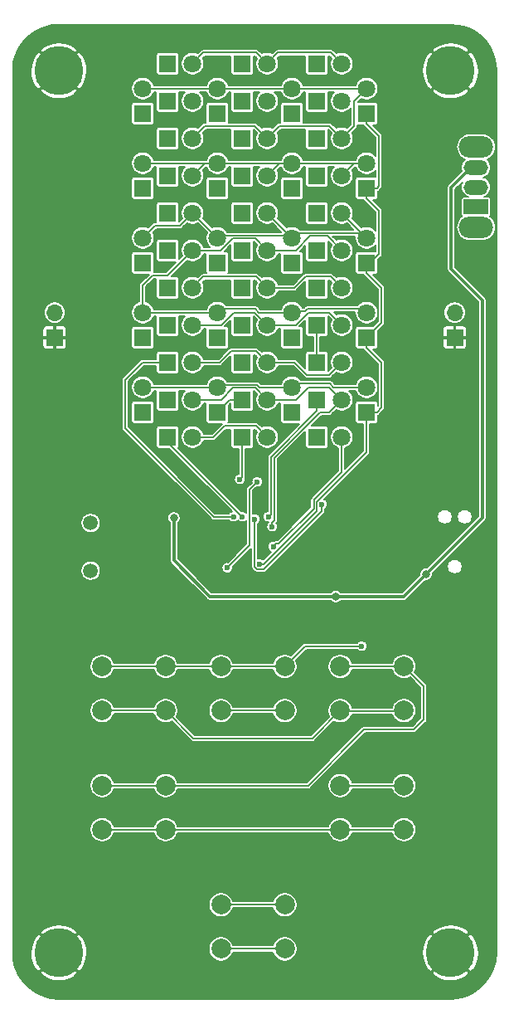
<source format=gbr>
G04 #@! TF.GenerationSoftware,KiCad,Pcbnew,(5.1.4)-1*
G04 #@! TF.CreationDate,2019-10-27T21:57:42-04:00*
G04 #@! TF.ProjectId,SplitSecondGame,53706c69-7453-4656-936f-6e6447616d65,A*
G04 #@! TF.SameCoordinates,Original*
G04 #@! TF.FileFunction,Copper,L2,Bot*
G04 #@! TF.FilePolarity,Positive*
%FSLAX46Y46*%
G04 Gerber Fmt 4.6, Leading zero omitted, Abs format (unit mm)*
G04 Created by KiCad (PCBNEW (5.1.4)-1) date 2019-10-27 21:57:42*
%MOMM*%
%LPD*%
G04 APERTURE LIST*
%ADD10C,5.000000*%
%ADD11C,1.500000*%
%ADD12O,3.500000X2.200000*%
%ADD13O,2.500000X1.500000*%
%ADD14R,2.500000X1.500000*%
%ADD15O,1.700000X1.700000*%
%ADD16R,1.700000X1.700000*%
%ADD17C,2.000000*%
%ADD18C,1.800000*%
%ADD19R,1.800000X1.800000*%
%ADD20C,0.600000*%
%ADD21C,0.800000*%
%ADD22C,0.150000*%
%ADD23C,0.300000*%
G04 APERTURE END LIST*
D10*
X42484000Y-116120000D03*
X82484000Y-116120000D03*
X82484000Y-26120000D03*
X42484000Y-26120000D03*
D11*
X45720000Y-77143000D03*
X45720000Y-72263000D03*
D12*
X85090000Y-33905000D03*
X85090000Y-42105000D03*
D13*
X85090000Y-36005000D03*
X85090000Y-38005000D03*
D14*
X85090000Y-40005000D03*
D15*
X42054000Y-50800000D03*
D16*
X42054000Y-53340000D03*
D15*
X82914000Y-50800000D03*
D16*
X82914000Y-53340000D03*
D17*
X59055000Y-115720000D03*
X59055000Y-111220000D03*
X65555000Y-115720000D03*
X65555000Y-111220000D03*
X77715000Y-99060000D03*
X77715000Y-103560000D03*
X71215000Y-99060000D03*
X71215000Y-103560000D03*
X53395000Y-99060000D03*
X53395000Y-103560000D03*
X46895000Y-99060000D03*
X46895000Y-103560000D03*
X65555000Y-86900000D03*
X65555000Y-91400000D03*
X59055000Y-86900000D03*
X59055000Y-91400000D03*
X53395000Y-86900000D03*
X53395000Y-91400000D03*
X46895000Y-86900000D03*
X46895000Y-91400000D03*
X77715000Y-86900000D03*
X77715000Y-91400000D03*
X71215000Y-86900000D03*
X71215000Y-91400000D03*
D18*
X56130000Y-59690000D03*
D19*
X53590000Y-59690000D03*
D18*
X63750000Y-59690000D03*
D19*
X61210000Y-59690000D03*
D18*
X71370000Y-59690000D03*
D19*
X68830000Y-59690000D03*
D18*
X56130000Y-52070000D03*
D19*
X53590000Y-52070000D03*
D18*
X63750000Y-52070000D03*
D19*
X61210000Y-52070000D03*
D18*
X71370000Y-52070000D03*
D19*
X68830000Y-52070000D03*
D18*
X56130000Y-44450000D03*
D19*
X53590000Y-44450000D03*
D18*
X63750000Y-44450000D03*
D19*
X61210000Y-44450000D03*
D18*
X71370000Y-44450000D03*
D19*
X68830000Y-44450000D03*
D18*
X56130000Y-36830000D03*
D19*
X53590000Y-36830000D03*
D18*
X63750000Y-36830000D03*
D19*
X61210000Y-36830000D03*
D18*
X71370000Y-36830000D03*
D19*
X68830000Y-36830000D03*
D18*
X56130000Y-29210000D03*
D19*
X53590000Y-29210000D03*
D18*
X63750000Y-29210000D03*
D19*
X61210000Y-29210000D03*
D18*
X71370000Y-29210000D03*
D19*
X68830000Y-29210000D03*
D18*
X56130000Y-63500000D03*
D19*
X53590000Y-63500000D03*
D18*
X63750000Y-63500000D03*
D19*
X61210000Y-63500000D03*
D18*
X71370000Y-63500000D03*
D19*
X68830000Y-63500000D03*
D18*
X51050000Y-58420000D03*
D19*
X51050000Y-60960000D03*
D18*
X58670000Y-58420000D03*
D19*
X58670000Y-60960000D03*
D18*
X66290000Y-58420000D03*
D19*
X66290000Y-60960000D03*
D18*
X73910000Y-58420000D03*
D19*
X73910000Y-60960000D03*
D18*
X56130000Y-55880000D03*
D19*
X53590000Y-55880000D03*
D18*
X63750000Y-55880000D03*
D19*
X61210000Y-55880000D03*
D18*
X71370000Y-55880000D03*
D19*
X68830000Y-55880000D03*
D18*
X51050000Y-50800000D03*
D19*
X51050000Y-53340000D03*
D18*
X58670000Y-50800000D03*
D19*
X58670000Y-53340000D03*
D18*
X66290000Y-50800000D03*
D19*
X66290000Y-53340000D03*
D18*
X73910000Y-50800000D03*
D19*
X73910000Y-53340000D03*
D18*
X56130000Y-48260000D03*
D19*
X53590000Y-48260000D03*
D18*
X63750000Y-48260000D03*
D19*
X61210000Y-48260000D03*
D18*
X71370000Y-48260000D03*
D19*
X68830000Y-48260000D03*
D18*
X51050000Y-43180000D03*
D19*
X51050000Y-45720000D03*
D18*
X58670000Y-43180000D03*
D19*
X58670000Y-45720000D03*
D18*
X66290000Y-43180000D03*
D19*
X66290000Y-45720000D03*
D18*
X73910000Y-43180000D03*
D19*
X73910000Y-45720000D03*
D18*
X56130000Y-40640000D03*
D19*
X53590000Y-40640000D03*
D18*
X63750000Y-40640000D03*
D19*
X61210000Y-40640000D03*
D18*
X71370000Y-40640000D03*
D19*
X68830000Y-40640000D03*
D18*
X51050000Y-35560000D03*
D19*
X51050000Y-38100000D03*
D18*
X58670000Y-35560000D03*
D19*
X58670000Y-38100000D03*
D18*
X66290000Y-35560000D03*
D19*
X66290000Y-38100000D03*
D18*
X73910000Y-35560000D03*
D19*
X73910000Y-38100000D03*
D18*
X56130000Y-33020000D03*
D19*
X53590000Y-33020000D03*
D18*
X63750000Y-33020000D03*
D19*
X61210000Y-33020000D03*
D18*
X71370000Y-33020000D03*
D19*
X68830000Y-33020000D03*
D18*
X51050000Y-27940000D03*
D19*
X51050000Y-30480000D03*
D18*
X58670000Y-27940000D03*
D19*
X58670000Y-30480000D03*
D18*
X66290000Y-27940000D03*
D19*
X66290000Y-30480000D03*
D18*
X73910000Y-27940000D03*
D19*
X73910000Y-30480000D03*
D18*
X56130000Y-25400000D03*
D19*
X53590000Y-25400000D03*
D18*
X63750000Y-25400000D03*
D19*
X61210000Y-25400000D03*
D18*
X71370000Y-25400000D03*
D19*
X68830000Y-25400000D03*
D20*
X63881000Y-71628000D03*
X60960000Y-67818000D03*
X61214000Y-71628000D03*
X62738000Y-68072000D03*
X59683993Y-76841007D03*
X60324994Y-71628000D03*
X64262000Y-72644000D03*
X64377832Y-74664832D03*
X62992000Y-76454020D03*
D21*
X80010000Y-77470000D03*
X70739004Y-79756000D03*
X54229000Y-71755000D03*
X69087988Y-74168000D03*
X74676000Y-72898000D03*
D20*
X62501000Y-71882000D03*
X69342000Y-70358000D03*
X73406000Y-84836000D03*
D22*
X62624999Y-24274999D02*
X63750000Y-25400000D01*
X57255001Y-24274999D02*
X62624999Y-24274999D01*
X56130000Y-25400000D02*
X57255001Y-24274999D01*
X70244999Y-24274999D02*
X71370000Y-25400000D01*
X64875001Y-24274999D02*
X70244999Y-24274999D01*
X63750000Y-25400000D02*
X64875001Y-24274999D01*
X68068000Y-62738000D02*
X68830000Y-63500000D01*
X67056000Y-61726000D02*
X66290000Y-60960000D01*
X64135000Y-65532000D02*
X68830000Y-60837000D01*
X63881000Y-71628000D02*
X64135000Y-71374000D01*
X64135000Y-71374000D02*
X64135000Y-65532000D01*
X68830000Y-59690000D02*
X68830000Y-60837000D01*
X61210000Y-63500000D02*
X61210000Y-67568000D01*
X61210000Y-67568000D02*
X60960000Y-67818000D01*
X59940000Y-59690000D02*
X58670000Y-60960000D01*
X61210000Y-59690000D02*
X59940000Y-59690000D01*
X53590000Y-64004000D02*
X61214000Y-71628000D01*
X53590000Y-63500000D02*
X53590000Y-64004000D01*
X51050000Y-27940000D02*
X58670000Y-27940000D01*
X58670000Y-27940000D02*
X66290000Y-27940000D01*
X66290000Y-27940000D02*
X73910000Y-27940000D01*
X57400000Y-31750000D02*
X56130000Y-33020000D01*
X63750000Y-33020000D02*
X62480000Y-31750000D01*
X62480000Y-31750000D02*
X57400000Y-31750000D01*
X65020000Y-31750000D02*
X63750000Y-33020000D01*
X71370000Y-33020000D02*
X70100000Y-31750000D01*
X70100000Y-31750000D02*
X65020000Y-31750000D01*
X72640000Y-31750000D02*
X71370000Y-33020000D01*
X73910000Y-27940000D02*
X72640000Y-29210000D01*
X72640000Y-29210000D02*
X72640000Y-31750000D01*
X51050000Y-35560000D02*
X58670000Y-35560000D01*
X58670000Y-35560000D02*
X66290000Y-35560000D01*
X66290000Y-35560000D02*
X73910000Y-35560000D01*
X72640000Y-35560000D02*
X73910000Y-35560000D01*
X71370000Y-36830000D02*
X72640000Y-35560000D01*
X65020000Y-35560000D02*
X66290000Y-35560000D01*
X63750000Y-36830000D02*
X65020000Y-35560000D01*
X57400000Y-35560000D02*
X58670000Y-35560000D01*
X56130000Y-36830000D02*
X57400000Y-35560000D01*
X61976000Y-74549000D02*
X59683993Y-76841007D01*
X61976000Y-68834000D02*
X61976000Y-74549000D01*
X62738000Y-68072000D02*
X61976000Y-68834000D01*
X68830000Y-52070000D02*
X68830000Y-55880000D01*
X58293000Y-71628000D02*
X60324994Y-71628000D01*
X49276000Y-62611000D02*
X58293000Y-71628000D01*
X49276000Y-57658000D02*
X49276000Y-62611000D01*
X53590000Y-55880000D02*
X51054000Y-55880000D01*
X51054000Y-55880000D02*
X49276000Y-57658000D01*
X51050000Y-58420000D02*
X58670000Y-58420000D01*
X62624999Y-47134999D02*
X63750000Y-48260000D01*
X57255001Y-47134999D02*
X62624999Y-47134999D01*
X56130000Y-48260000D02*
X57255001Y-47134999D01*
X70244999Y-47134999D02*
X71370000Y-48260000D01*
X67673001Y-47134999D02*
X70244999Y-47134999D01*
X63750000Y-48260000D02*
X66548000Y-48260000D01*
X66548000Y-48260000D02*
X67673001Y-47134999D01*
X66671000Y-58039000D02*
X66290000Y-58420000D01*
X70143278Y-58039000D02*
X66671000Y-58039000D01*
X73910000Y-58420000D02*
X70524278Y-58420000D01*
X70524278Y-58420000D02*
X70143278Y-58039000D01*
X58924000Y-58166000D02*
X58670000Y-58420000D01*
X62738000Y-58166000D02*
X58924000Y-58166000D01*
X66290000Y-58420000D02*
X62992000Y-58420000D01*
X62992000Y-58420000D02*
X62738000Y-58166000D01*
X62480000Y-50800000D02*
X63750000Y-52070000D01*
X60325000Y-50800000D02*
X62480000Y-50800000D01*
X56130000Y-52070000D02*
X59055000Y-52070000D01*
X59055000Y-52070000D02*
X60325000Y-50800000D01*
X70100000Y-50800000D02*
X71370000Y-52070000D01*
X67945000Y-50800000D02*
X70100000Y-50800000D01*
X63750000Y-52070000D02*
X66675000Y-52070000D01*
X66675000Y-52070000D02*
X67945000Y-50800000D01*
X63750000Y-59690000D02*
X64516000Y-59690000D01*
X64516000Y-71965736D02*
X64262000Y-72219736D01*
X64262000Y-72219736D02*
X64262000Y-72644000D01*
X70100000Y-60960000D02*
X69171722Y-60960000D01*
X64516000Y-65615722D02*
X64516000Y-71965736D01*
X71370000Y-59690000D02*
X70100000Y-60960000D01*
X69171722Y-60960000D02*
X64516000Y-65615722D01*
X62526011Y-58466011D02*
X63750000Y-59690000D01*
X60288991Y-58466011D02*
X62526011Y-58466011D01*
X56130000Y-59690000D02*
X59065002Y-59690000D01*
X59065002Y-59690000D02*
X60288991Y-58466011D01*
X70100000Y-58420000D02*
X67955002Y-58420000D01*
X71370000Y-59690000D02*
X70100000Y-58420000D01*
X67955002Y-58420000D02*
X66685002Y-59690000D01*
X66685002Y-59690000D02*
X63750000Y-59690000D01*
X62624999Y-62374999D02*
X63750000Y-63500000D01*
X59396002Y-62374999D02*
X62624999Y-62374999D01*
X58271001Y-63500000D02*
X59396002Y-62374999D01*
X56130000Y-63500000D02*
X58271001Y-63500000D01*
X64677831Y-74364833D02*
X64377832Y-74664832D01*
X64954167Y-74364833D02*
X64677831Y-74364833D01*
X68516988Y-70802012D02*
X64954167Y-74364833D01*
X68516988Y-69913012D02*
X68516988Y-70802012D01*
X71370000Y-63500000D02*
X71370000Y-67060000D01*
X71370000Y-67060000D02*
X68516988Y-69913012D01*
X70100000Y-57150000D02*
X71370000Y-55880000D01*
X67818000Y-57150000D02*
X70100000Y-57150000D01*
X63750000Y-55880000D02*
X66548000Y-55880000D01*
X66548000Y-55880000D02*
X67818000Y-57150000D01*
X62624999Y-54754999D02*
X63750000Y-55880000D01*
X60053001Y-54754999D02*
X62624999Y-54754999D01*
X56130000Y-55880000D02*
X58928000Y-55880000D01*
X58928000Y-55880000D02*
X60053001Y-54754999D01*
X71370000Y-40640000D02*
X73910000Y-43180000D01*
X63750000Y-40640000D02*
X66290000Y-43180000D01*
X56130000Y-40640000D02*
X58670000Y-43180000D01*
X54860000Y-41910000D02*
X56130000Y-40640000D01*
X51050000Y-43180000D02*
X52320000Y-41910000D01*
X52320000Y-41910000D02*
X54860000Y-41910000D01*
X66798000Y-42672000D02*
X73402000Y-42672000D01*
X66290000Y-43180000D02*
X66798000Y-42672000D01*
X73402000Y-42672000D02*
X73910000Y-43180000D01*
X66036000Y-42926000D02*
X66290000Y-43180000D01*
X58924000Y-42926000D02*
X66036000Y-42926000D01*
X58670000Y-43180000D02*
X58924000Y-42926000D01*
X51050000Y-50800000D02*
X58670000Y-50800000D01*
X51050000Y-48010000D02*
X51050000Y-50800000D01*
X52070000Y-46990000D02*
X51050000Y-48010000D01*
X56130000Y-44450000D02*
X53590000Y-46990000D01*
X53590000Y-46990000D02*
X52070000Y-46990000D01*
X59051000Y-50419000D02*
X58670000Y-50800000D01*
X62523278Y-50419000D02*
X59051000Y-50419000D01*
X62904278Y-50800000D02*
X62523278Y-50419000D01*
X66290000Y-50800000D02*
X62904278Y-50800000D01*
X73529000Y-50419000D02*
X73910000Y-50800000D01*
X67901722Y-50419000D02*
X73529000Y-50419000D01*
X67647722Y-50673000D02*
X67901722Y-50419000D01*
X66417000Y-50673000D02*
X67647722Y-50673000D01*
X66290000Y-50800000D02*
X66417000Y-50673000D01*
X69892011Y-42972011D02*
X71370000Y-44450000D01*
X66685002Y-44450000D02*
X68162991Y-42972011D01*
X68162991Y-42972011D02*
X69892011Y-42972011D01*
X63750000Y-44450000D02*
X66685002Y-44450000D01*
X60228987Y-43226011D02*
X62526011Y-43226011D01*
X62526011Y-43226011D02*
X63750000Y-44450000D01*
X59004998Y-44450000D02*
X60228987Y-43226011D01*
X56130000Y-44450000D02*
X59004998Y-44450000D01*
X73910000Y-39150000D02*
X73910000Y-38100000D01*
X75184000Y-40424000D02*
X73910000Y-39150000D01*
X75184000Y-44831000D02*
X75184000Y-40424000D01*
X73910000Y-45720000D02*
X74295000Y-45720000D01*
X74295000Y-45720000D02*
X75184000Y-44831000D01*
X73910000Y-31530000D02*
X73910000Y-30480000D01*
X75184000Y-32804000D02*
X73910000Y-31530000D01*
X75184000Y-37876000D02*
X75184000Y-32804000D01*
X73910000Y-38100000D02*
X74960000Y-38100000D01*
X74960000Y-38100000D02*
X75184000Y-37876000D01*
X73910000Y-65012998D02*
X68816999Y-70105999D01*
X73910000Y-60960000D02*
X73910000Y-65012998D01*
X68816999Y-70105999D02*
X68816999Y-71053285D01*
X63416264Y-76454020D02*
X62992000Y-76454020D01*
X68816999Y-71053285D02*
X63416264Y-76454020D01*
X75438000Y-51812000D02*
X73910000Y-53340000D01*
X75438000Y-48298000D02*
X75438000Y-51812000D01*
X73910000Y-45720000D02*
X73910000Y-46770000D01*
X73910000Y-46770000D02*
X75438000Y-48298000D01*
X73910000Y-54390000D02*
X73910000Y-53340000D01*
X75438000Y-55918000D02*
X73910000Y-54390000D01*
X75438000Y-60482000D02*
X75438000Y-55918000D01*
X73910000Y-60960000D02*
X74960000Y-60960000D01*
X74960000Y-60960000D02*
X75438000Y-60482000D01*
X59055000Y-115720000D02*
X65555000Y-115720000D01*
X46895000Y-91400000D02*
X53395000Y-91400000D01*
X68381000Y-94234000D02*
X71215000Y-91400000D01*
X56229000Y-94234000D02*
X68381000Y-94234000D01*
X53395000Y-91400000D02*
X56229000Y-94234000D01*
X77675000Y-91440000D02*
X77715000Y-91400000D01*
X71215000Y-91400000D02*
X71255000Y-91440000D01*
X71255000Y-91440000D02*
X77675000Y-91440000D01*
X46895000Y-103560000D02*
X53395000Y-103560000D01*
X53395000Y-103560000D02*
X71215000Y-103560000D01*
X71215000Y-103560000D02*
X77715000Y-103560000D01*
X59055000Y-91400000D02*
X65555000Y-91400000D01*
D23*
X80010000Y-77470000D02*
X77724000Y-79756000D01*
X77724000Y-79756000D02*
X70739004Y-79756000D01*
X54229000Y-71755000D02*
X54229000Y-76073000D01*
X57912000Y-79756000D02*
X70739004Y-79756000D01*
X54229000Y-76073000D02*
X57912000Y-79756000D01*
X85725000Y-71755000D02*
X80010000Y-77470000D01*
X85725000Y-49530000D02*
X85725000Y-71755000D01*
X82550000Y-46355000D02*
X85725000Y-49530000D01*
X82550000Y-38045000D02*
X82550000Y-46355000D01*
X85090000Y-36005000D02*
X84590000Y-36005000D01*
X84590000Y-36005000D02*
X82550000Y-38045000D01*
X73406000Y-74168000D02*
X74676000Y-72898000D01*
X69087988Y-74168000D02*
X73406000Y-74168000D01*
D22*
X69342000Y-71036264D02*
X69342000Y-70358000D01*
X62501000Y-71882000D02*
X62466999Y-71916001D01*
X62466999Y-76706021D02*
X62739999Y-76979021D01*
X62739999Y-76979021D02*
X63399243Y-76979021D01*
X63399243Y-76979021D02*
X69342000Y-71036264D01*
X62466999Y-71916001D02*
X62466999Y-76706021D01*
X65555000Y-111220000D02*
X59055000Y-111220000D01*
X77715000Y-99060000D02*
X71215000Y-99060000D01*
X46895000Y-99060000D02*
X53395000Y-99060000D01*
X77715000Y-86900000D02*
X71215000Y-86900000D01*
X79756000Y-88941000D02*
X77715000Y-86900000D01*
X67945000Y-99060000D02*
X73660000Y-93345000D01*
X53395000Y-99060000D02*
X67945000Y-99060000D01*
X73660000Y-93345000D02*
X78740000Y-93345000D01*
X78740000Y-93345000D02*
X79756000Y-92329000D01*
X79756000Y-92329000D02*
X79756000Y-88941000D01*
X65555000Y-86900000D02*
X59055000Y-86900000D01*
X53395000Y-86900000D02*
X46895000Y-86900000D01*
X53395000Y-86900000D02*
X59055000Y-86900000D01*
X67619000Y-84836000D02*
X65555000Y-86900000D01*
X73406000Y-84836000D02*
X67619000Y-84836000D01*
G36*
X83316087Y-21495454D02*
G01*
X84121871Y-21715891D01*
X84875888Y-22075539D01*
X85554296Y-22563025D01*
X86135660Y-23162946D01*
X86601595Y-23856330D01*
X86937381Y-24621271D01*
X87132955Y-25435895D01*
X87184001Y-26131010D01*
X87184000Y-116106643D01*
X87108546Y-116952087D01*
X86888109Y-117757870D01*
X86528460Y-118511890D01*
X86040975Y-119190296D01*
X85441054Y-119771660D01*
X84747670Y-120237595D01*
X83982726Y-120573382D01*
X83168105Y-120768955D01*
X82473005Y-120820000D01*
X42497357Y-120820000D01*
X41651913Y-120744546D01*
X40846130Y-120524109D01*
X40092110Y-120164460D01*
X39413704Y-119676975D01*
X38832340Y-119077054D01*
X38366405Y-118383670D01*
X38263304Y-118148799D01*
X40561267Y-118148799D01*
X40847190Y-118500474D01*
X41343049Y-118774060D01*
X41882753Y-118945651D01*
X42445563Y-119008654D01*
X43009851Y-118960648D01*
X43553929Y-118803477D01*
X44056890Y-118543182D01*
X44120810Y-118500474D01*
X44406733Y-118148799D01*
X80561267Y-118148799D01*
X80847190Y-118500474D01*
X81343049Y-118774060D01*
X81882753Y-118945651D01*
X82445563Y-119008654D01*
X83009851Y-118960648D01*
X83553929Y-118803477D01*
X84056890Y-118543182D01*
X84120810Y-118500474D01*
X84406733Y-118148799D01*
X82484000Y-116226066D01*
X80561267Y-118148799D01*
X44406733Y-118148799D01*
X42484000Y-116226066D01*
X40561267Y-118148799D01*
X38263304Y-118148799D01*
X38030618Y-117618726D01*
X37835045Y-116804105D01*
X37784000Y-116109005D01*
X37784000Y-116081563D01*
X39595346Y-116081563D01*
X39643352Y-116645851D01*
X39800523Y-117189929D01*
X40060818Y-117692890D01*
X40103526Y-117756810D01*
X40455201Y-118042733D01*
X42377934Y-116120000D01*
X42590066Y-116120000D01*
X44512799Y-118042733D01*
X44864474Y-117756810D01*
X45138060Y-117260951D01*
X45309651Y-116721247D01*
X45372654Y-116158437D01*
X45324672Y-115594423D01*
X57780000Y-115594423D01*
X57780000Y-115845577D01*
X57828998Y-116091904D01*
X57925110Y-116323939D01*
X58064643Y-116532765D01*
X58242235Y-116710357D01*
X58451061Y-116849890D01*
X58683096Y-116946002D01*
X58929423Y-116995000D01*
X59180577Y-116995000D01*
X59426904Y-116946002D01*
X59658939Y-116849890D01*
X59867765Y-116710357D01*
X60045357Y-116532765D01*
X60184890Y-116323939D01*
X60281002Y-116091904D01*
X60285359Y-116070000D01*
X64324641Y-116070000D01*
X64328998Y-116091904D01*
X64425110Y-116323939D01*
X64564643Y-116532765D01*
X64742235Y-116710357D01*
X64951061Y-116849890D01*
X65183096Y-116946002D01*
X65429423Y-116995000D01*
X65680577Y-116995000D01*
X65926904Y-116946002D01*
X66158939Y-116849890D01*
X66367765Y-116710357D01*
X66545357Y-116532765D01*
X66684890Y-116323939D01*
X66781002Y-116091904D01*
X66783058Y-116081563D01*
X79595346Y-116081563D01*
X79643352Y-116645851D01*
X79800523Y-117189929D01*
X80060818Y-117692890D01*
X80103526Y-117756810D01*
X80455201Y-118042733D01*
X82377934Y-116120000D01*
X82590066Y-116120000D01*
X84512799Y-118042733D01*
X84864474Y-117756810D01*
X85138060Y-117260951D01*
X85309651Y-116721247D01*
X85372654Y-116158437D01*
X85324648Y-115594149D01*
X85167477Y-115050071D01*
X84907182Y-114547110D01*
X84864474Y-114483190D01*
X84512799Y-114197267D01*
X82590066Y-116120000D01*
X82377934Y-116120000D01*
X80455201Y-114197267D01*
X80103526Y-114483190D01*
X79829940Y-114979049D01*
X79658349Y-115518753D01*
X79595346Y-116081563D01*
X66783058Y-116081563D01*
X66830000Y-115845577D01*
X66830000Y-115594423D01*
X66781002Y-115348096D01*
X66684890Y-115116061D01*
X66545357Y-114907235D01*
X66367765Y-114729643D01*
X66158939Y-114590110D01*
X65926904Y-114493998D01*
X65680577Y-114445000D01*
X65429423Y-114445000D01*
X65183096Y-114493998D01*
X64951061Y-114590110D01*
X64742235Y-114729643D01*
X64564643Y-114907235D01*
X64425110Y-115116061D01*
X64328998Y-115348096D01*
X64324641Y-115370000D01*
X60285359Y-115370000D01*
X60281002Y-115348096D01*
X60184890Y-115116061D01*
X60045357Y-114907235D01*
X59867765Y-114729643D01*
X59658939Y-114590110D01*
X59426904Y-114493998D01*
X59180577Y-114445000D01*
X58929423Y-114445000D01*
X58683096Y-114493998D01*
X58451061Y-114590110D01*
X58242235Y-114729643D01*
X58064643Y-114907235D01*
X57925110Y-115116061D01*
X57828998Y-115348096D01*
X57780000Y-115594423D01*
X45324672Y-115594423D01*
X45324648Y-115594149D01*
X45167477Y-115050071D01*
X44907182Y-114547110D01*
X44864474Y-114483190D01*
X44512799Y-114197267D01*
X42590066Y-116120000D01*
X42377934Y-116120000D01*
X40455201Y-114197267D01*
X40103526Y-114483190D01*
X39829940Y-114979049D01*
X39658349Y-115518753D01*
X39595346Y-116081563D01*
X37784000Y-116081563D01*
X37784000Y-114091201D01*
X40561267Y-114091201D01*
X42484000Y-116013934D01*
X44406733Y-114091201D01*
X80561267Y-114091201D01*
X82484000Y-116013934D01*
X84406733Y-114091201D01*
X84120810Y-113739526D01*
X83624951Y-113465940D01*
X83085247Y-113294349D01*
X82522437Y-113231346D01*
X81958149Y-113279352D01*
X81414071Y-113436523D01*
X80911110Y-113696818D01*
X80847190Y-113739526D01*
X80561267Y-114091201D01*
X44406733Y-114091201D01*
X44120810Y-113739526D01*
X43624951Y-113465940D01*
X43085247Y-113294349D01*
X42522437Y-113231346D01*
X41958149Y-113279352D01*
X41414071Y-113436523D01*
X40911110Y-113696818D01*
X40847190Y-113739526D01*
X40561267Y-114091201D01*
X37784000Y-114091201D01*
X37784000Y-111094423D01*
X57780000Y-111094423D01*
X57780000Y-111345577D01*
X57828998Y-111591904D01*
X57925110Y-111823939D01*
X58064643Y-112032765D01*
X58242235Y-112210357D01*
X58451061Y-112349890D01*
X58683096Y-112446002D01*
X58929423Y-112495000D01*
X59180577Y-112495000D01*
X59426904Y-112446002D01*
X59658939Y-112349890D01*
X59867765Y-112210357D01*
X60045357Y-112032765D01*
X60184890Y-111823939D01*
X60281002Y-111591904D01*
X60285359Y-111570000D01*
X64324641Y-111570000D01*
X64328998Y-111591904D01*
X64425110Y-111823939D01*
X64564643Y-112032765D01*
X64742235Y-112210357D01*
X64951061Y-112349890D01*
X65183096Y-112446002D01*
X65429423Y-112495000D01*
X65680577Y-112495000D01*
X65926904Y-112446002D01*
X66158939Y-112349890D01*
X66367765Y-112210357D01*
X66545357Y-112032765D01*
X66684890Y-111823939D01*
X66781002Y-111591904D01*
X66830000Y-111345577D01*
X66830000Y-111094423D01*
X66781002Y-110848096D01*
X66684890Y-110616061D01*
X66545357Y-110407235D01*
X66367765Y-110229643D01*
X66158939Y-110090110D01*
X65926904Y-109993998D01*
X65680577Y-109945000D01*
X65429423Y-109945000D01*
X65183096Y-109993998D01*
X64951061Y-110090110D01*
X64742235Y-110229643D01*
X64564643Y-110407235D01*
X64425110Y-110616061D01*
X64328998Y-110848096D01*
X64324641Y-110870000D01*
X60285359Y-110870000D01*
X60281002Y-110848096D01*
X60184890Y-110616061D01*
X60045357Y-110407235D01*
X59867765Y-110229643D01*
X59658939Y-110090110D01*
X59426904Y-109993998D01*
X59180577Y-109945000D01*
X58929423Y-109945000D01*
X58683096Y-109993998D01*
X58451061Y-110090110D01*
X58242235Y-110229643D01*
X58064643Y-110407235D01*
X57925110Y-110616061D01*
X57828998Y-110848096D01*
X57780000Y-111094423D01*
X37784000Y-111094423D01*
X37784000Y-103434423D01*
X45620000Y-103434423D01*
X45620000Y-103685577D01*
X45668998Y-103931904D01*
X45765110Y-104163939D01*
X45904643Y-104372765D01*
X46082235Y-104550357D01*
X46291061Y-104689890D01*
X46523096Y-104786002D01*
X46769423Y-104835000D01*
X47020577Y-104835000D01*
X47266904Y-104786002D01*
X47498939Y-104689890D01*
X47707765Y-104550357D01*
X47885357Y-104372765D01*
X48024890Y-104163939D01*
X48121002Y-103931904D01*
X48125359Y-103910000D01*
X52164641Y-103910000D01*
X52168998Y-103931904D01*
X52265110Y-104163939D01*
X52404643Y-104372765D01*
X52582235Y-104550357D01*
X52791061Y-104689890D01*
X53023096Y-104786002D01*
X53269423Y-104835000D01*
X53520577Y-104835000D01*
X53766904Y-104786002D01*
X53998939Y-104689890D01*
X54207765Y-104550357D01*
X54385357Y-104372765D01*
X54524890Y-104163939D01*
X54621002Y-103931904D01*
X54625359Y-103910000D01*
X69984641Y-103910000D01*
X69988998Y-103931904D01*
X70085110Y-104163939D01*
X70224643Y-104372765D01*
X70402235Y-104550357D01*
X70611061Y-104689890D01*
X70843096Y-104786002D01*
X71089423Y-104835000D01*
X71340577Y-104835000D01*
X71586904Y-104786002D01*
X71818939Y-104689890D01*
X72027765Y-104550357D01*
X72205357Y-104372765D01*
X72344890Y-104163939D01*
X72441002Y-103931904D01*
X72445359Y-103910000D01*
X76484641Y-103910000D01*
X76488998Y-103931904D01*
X76585110Y-104163939D01*
X76724643Y-104372765D01*
X76902235Y-104550357D01*
X77111061Y-104689890D01*
X77343096Y-104786002D01*
X77589423Y-104835000D01*
X77840577Y-104835000D01*
X78086904Y-104786002D01*
X78318939Y-104689890D01*
X78527765Y-104550357D01*
X78705357Y-104372765D01*
X78844890Y-104163939D01*
X78941002Y-103931904D01*
X78990000Y-103685577D01*
X78990000Y-103434423D01*
X78941002Y-103188096D01*
X78844890Y-102956061D01*
X78705357Y-102747235D01*
X78527765Y-102569643D01*
X78318939Y-102430110D01*
X78086904Y-102333998D01*
X77840577Y-102285000D01*
X77589423Y-102285000D01*
X77343096Y-102333998D01*
X77111061Y-102430110D01*
X76902235Y-102569643D01*
X76724643Y-102747235D01*
X76585110Y-102956061D01*
X76488998Y-103188096D01*
X76484641Y-103210000D01*
X72445359Y-103210000D01*
X72441002Y-103188096D01*
X72344890Y-102956061D01*
X72205357Y-102747235D01*
X72027765Y-102569643D01*
X71818939Y-102430110D01*
X71586904Y-102333998D01*
X71340577Y-102285000D01*
X71089423Y-102285000D01*
X70843096Y-102333998D01*
X70611061Y-102430110D01*
X70402235Y-102569643D01*
X70224643Y-102747235D01*
X70085110Y-102956061D01*
X69988998Y-103188096D01*
X69984641Y-103210000D01*
X54625359Y-103210000D01*
X54621002Y-103188096D01*
X54524890Y-102956061D01*
X54385357Y-102747235D01*
X54207765Y-102569643D01*
X53998939Y-102430110D01*
X53766904Y-102333998D01*
X53520577Y-102285000D01*
X53269423Y-102285000D01*
X53023096Y-102333998D01*
X52791061Y-102430110D01*
X52582235Y-102569643D01*
X52404643Y-102747235D01*
X52265110Y-102956061D01*
X52168998Y-103188096D01*
X52164641Y-103210000D01*
X48125359Y-103210000D01*
X48121002Y-103188096D01*
X48024890Y-102956061D01*
X47885357Y-102747235D01*
X47707765Y-102569643D01*
X47498939Y-102430110D01*
X47266904Y-102333998D01*
X47020577Y-102285000D01*
X46769423Y-102285000D01*
X46523096Y-102333998D01*
X46291061Y-102430110D01*
X46082235Y-102569643D01*
X45904643Y-102747235D01*
X45765110Y-102956061D01*
X45668998Y-103188096D01*
X45620000Y-103434423D01*
X37784000Y-103434423D01*
X37784000Y-98934423D01*
X45620000Y-98934423D01*
X45620000Y-99185577D01*
X45668998Y-99431904D01*
X45765110Y-99663939D01*
X45904643Y-99872765D01*
X46082235Y-100050357D01*
X46291061Y-100189890D01*
X46523096Y-100286002D01*
X46769423Y-100335000D01*
X47020577Y-100335000D01*
X47266904Y-100286002D01*
X47498939Y-100189890D01*
X47707765Y-100050357D01*
X47885357Y-99872765D01*
X48024890Y-99663939D01*
X48121002Y-99431904D01*
X48125359Y-99410000D01*
X52164641Y-99410000D01*
X52168998Y-99431904D01*
X52265110Y-99663939D01*
X52404643Y-99872765D01*
X52582235Y-100050357D01*
X52791061Y-100189890D01*
X53023096Y-100286002D01*
X53269423Y-100335000D01*
X53520577Y-100335000D01*
X53766904Y-100286002D01*
X53998939Y-100189890D01*
X54207765Y-100050357D01*
X54385357Y-99872765D01*
X54524890Y-99663939D01*
X54621002Y-99431904D01*
X54625359Y-99410000D01*
X67927812Y-99410000D01*
X67945000Y-99411693D01*
X67962188Y-99410000D01*
X67962189Y-99410000D01*
X68013612Y-99404935D01*
X68079587Y-99384922D01*
X68140390Y-99352422D01*
X68193685Y-99308685D01*
X68204654Y-99295319D01*
X68565550Y-98934423D01*
X69940000Y-98934423D01*
X69940000Y-99185577D01*
X69988998Y-99431904D01*
X70085110Y-99663939D01*
X70224643Y-99872765D01*
X70402235Y-100050357D01*
X70611061Y-100189890D01*
X70843096Y-100286002D01*
X71089423Y-100335000D01*
X71340577Y-100335000D01*
X71586904Y-100286002D01*
X71818939Y-100189890D01*
X72027765Y-100050357D01*
X72205357Y-99872765D01*
X72344890Y-99663939D01*
X72441002Y-99431904D01*
X72445359Y-99410000D01*
X76484641Y-99410000D01*
X76488998Y-99431904D01*
X76585110Y-99663939D01*
X76724643Y-99872765D01*
X76902235Y-100050357D01*
X77111061Y-100189890D01*
X77343096Y-100286002D01*
X77589423Y-100335000D01*
X77840577Y-100335000D01*
X78086904Y-100286002D01*
X78318939Y-100189890D01*
X78527765Y-100050357D01*
X78705357Y-99872765D01*
X78844890Y-99663939D01*
X78941002Y-99431904D01*
X78990000Y-99185577D01*
X78990000Y-98934423D01*
X78941002Y-98688096D01*
X78844890Y-98456061D01*
X78705357Y-98247235D01*
X78527765Y-98069643D01*
X78318939Y-97930110D01*
X78086904Y-97833998D01*
X77840577Y-97785000D01*
X77589423Y-97785000D01*
X77343096Y-97833998D01*
X77111061Y-97930110D01*
X76902235Y-98069643D01*
X76724643Y-98247235D01*
X76585110Y-98456061D01*
X76488998Y-98688096D01*
X76484641Y-98710000D01*
X72445359Y-98710000D01*
X72441002Y-98688096D01*
X72344890Y-98456061D01*
X72205357Y-98247235D01*
X72027765Y-98069643D01*
X71818939Y-97930110D01*
X71586904Y-97833998D01*
X71340577Y-97785000D01*
X71089423Y-97785000D01*
X70843096Y-97833998D01*
X70611061Y-97930110D01*
X70402235Y-98069643D01*
X70224643Y-98247235D01*
X70085110Y-98456061D01*
X69988998Y-98688096D01*
X69940000Y-98934423D01*
X68565550Y-98934423D01*
X73804975Y-93695000D01*
X78722812Y-93695000D01*
X78740000Y-93696693D01*
X78757188Y-93695000D01*
X78757189Y-93695000D01*
X78808612Y-93689935D01*
X78874587Y-93669922D01*
X78935390Y-93637422D01*
X78988685Y-93593685D01*
X78999653Y-93580320D01*
X79991329Y-92588645D01*
X80004684Y-92577685D01*
X80048422Y-92524390D01*
X80080922Y-92463587D01*
X80100935Y-92397612D01*
X80106000Y-92346189D01*
X80106000Y-92346188D01*
X80107693Y-92329000D01*
X80106000Y-92311812D01*
X80106000Y-88958189D01*
X80107693Y-88941000D01*
X80100935Y-88872388D01*
X80080922Y-88806412D01*
X80069601Y-88785233D01*
X80048422Y-88745610D01*
X80004685Y-88692315D01*
X79991325Y-88681351D01*
X78832482Y-87522509D01*
X78844890Y-87503939D01*
X78941002Y-87271904D01*
X78990000Y-87025577D01*
X78990000Y-86774423D01*
X78941002Y-86528096D01*
X78844890Y-86296061D01*
X78705357Y-86087235D01*
X78527765Y-85909643D01*
X78318939Y-85770110D01*
X78086904Y-85673998D01*
X77840577Y-85625000D01*
X77589423Y-85625000D01*
X77343096Y-85673998D01*
X77111061Y-85770110D01*
X76902235Y-85909643D01*
X76724643Y-86087235D01*
X76585110Y-86296061D01*
X76488998Y-86528096D01*
X76484641Y-86550000D01*
X72445359Y-86550000D01*
X72441002Y-86528096D01*
X72344890Y-86296061D01*
X72205357Y-86087235D01*
X72027765Y-85909643D01*
X71818939Y-85770110D01*
X71586904Y-85673998D01*
X71340577Y-85625000D01*
X71089423Y-85625000D01*
X70843096Y-85673998D01*
X70611061Y-85770110D01*
X70402235Y-85909643D01*
X70224643Y-86087235D01*
X70085110Y-86296061D01*
X69988998Y-86528096D01*
X69940000Y-86774423D01*
X69940000Y-87025577D01*
X69988998Y-87271904D01*
X70085110Y-87503939D01*
X70224643Y-87712765D01*
X70402235Y-87890357D01*
X70611061Y-88029890D01*
X70843096Y-88126002D01*
X71089423Y-88175000D01*
X71340577Y-88175000D01*
X71586904Y-88126002D01*
X71818939Y-88029890D01*
X72027765Y-87890357D01*
X72205357Y-87712765D01*
X72344890Y-87503939D01*
X72441002Y-87271904D01*
X72445359Y-87250000D01*
X76484641Y-87250000D01*
X76488998Y-87271904D01*
X76585110Y-87503939D01*
X76724643Y-87712765D01*
X76902235Y-87890357D01*
X77111061Y-88029890D01*
X77343096Y-88126002D01*
X77589423Y-88175000D01*
X77840577Y-88175000D01*
X78086904Y-88126002D01*
X78318939Y-88029890D01*
X78337509Y-88017482D01*
X79406001Y-89085975D01*
X79406000Y-92184026D01*
X78595027Y-92995000D01*
X73677196Y-92995000D01*
X73660000Y-92993306D01*
X73591388Y-93000065D01*
X73525413Y-93020078D01*
X73464610Y-93052578D01*
X73411315Y-93096315D01*
X73400357Y-93109668D01*
X67800027Y-98710000D01*
X54625359Y-98710000D01*
X54621002Y-98688096D01*
X54524890Y-98456061D01*
X54385357Y-98247235D01*
X54207765Y-98069643D01*
X53998939Y-97930110D01*
X53766904Y-97833998D01*
X53520577Y-97785000D01*
X53269423Y-97785000D01*
X53023096Y-97833998D01*
X52791061Y-97930110D01*
X52582235Y-98069643D01*
X52404643Y-98247235D01*
X52265110Y-98456061D01*
X52168998Y-98688096D01*
X52164641Y-98710000D01*
X48125359Y-98710000D01*
X48121002Y-98688096D01*
X48024890Y-98456061D01*
X47885357Y-98247235D01*
X47707765Y-98069643D01*
X47498939Y-97930110D01*
X47266904Y-97833998D01*
X47020577Y-97785000D01*
X46769423Y-97785000D01*
X46523096Y-97833998D01*
X46291061Y-97930110D01*
X46082235Y-98069643D01*
X45904643Y-98247235D01*
X45765110Y-98456061D01*
X45668998Y-98688096D01*
X45620000Y-98934423D01*
X37784000Y-98934423D01*
X37784000Y-91274423D01*
X45620000Y-91274423D01*
X45620000Y-91525577D01*
X45668998Y-91771904D01*
X45765110Y-92003939D01*
X45904643Y-92212765D01*
X46082235Y-92390357D01*
X46291061Y-92529890D01*
X46523096Y-92626002D01*
X46769423Y-92675000D01*
X47020577Y-92675000D01*
X47266904Y-92626002D01*
X47498939Y-92529890D01*
X47707765Y-92390357D01*
X47885357Y-92212765D01*
X48024890Y-92003939D01*
X48121002Y-91771904D01*
X48125359Y-91750000D01*
X52164641Y-91750000D01*
X52168998Y-91771904D01*
X52265110Y-92003939D01*
X52404643Y-92212765D01*
X52582235Y-92390357D01*
X52791061Y-92529890D01*
X53023096Y-92626002D01*
X53269423Y-92675000D01*
X53520577Y-92675000D01*
X53766904Y-92626002D01*
X53998939Y-92529890D01*
X54017509Y-92517482D01*
X55969356Y-94469330D01*
X55980315Y-94482685D01*
X56033610Y-94526422D01*
X56094413Y-94558922D01*
X56140374Y-94572864D01*
X56160387Y-94578935D01*
X56228999Y-94585693D01*
X56246188Y-94584000D01*
X68363812Y-94584000D01*
X68381000Y-94585693D01*
X68398188Y-94584000D01*
X68398189Y-94584000D01*
X68449612Y-94578935D01*
X68515587Y-94558922D01*
X68576390Y-94526422D01*
X68629685Y-94482685D01*
X68640653Y-94469320D01*
X70592492Y-92517483D01*
X70611061Y-92529890D01*
X70843096Y-92626002D01*
X71089423Y-92675000D01*
X71340577Y-92675000D01*
X71586904Y-92626002D01*
X71818939Y-92529890D01*
X72027765Y-92390357D01*
X72205357Y-92212765D01*
X72344890Y-92003939D01*
X72433506Y-91790000D01*
X76496494Y-91790000D01*
X76585110Y-92003939D01*
X76724643Y-92212765D01*
X76902235Y-92390357D01*
X77111061Y-92529890D01*
X77343096Y-92626002D01*
X77589423Y-92675000D01*
X77840577Y-92675000D01*
X78086904Y-92626002D01*
X78318939Y-92529890D01*
X78527765Y-92390357D01*
X78705357Y-92212765D01*
X78844890Y-92003939D01*
X78941002Y-91771904D01*
X78990000Y-91525577D01*
X78990000Y-91274423D01*
X78941002Y-91028096D01*
X78844890Y-90796061D01*
X78705357Y-90587235D01*
X78527765Y-90409643D01*
X78318939Y-90270110D01*
X78086904Y-90173998D01*
X77840577Y-90125000D01*
X77589423Y-90125000D01*
X77343096Y-90173998D01*
X77111061Y-90270110D01*
X76902235Y-90409643D01*
X76724643Y-90587235D01*
X76585110Y-90796061D01*
X76488998Y-91028096D01*
X76476684Y-91090000D01*
X72453316Y-91090000D01*
X72441002Y-91028096D01*
X72344890Y-90796061D01*
X72205357Y-90587235D01*
X72027765Y-90409643D01*
X71818939Y-90270110D01*
X71586904Y-90173998D01*
X71340577Y-90125000D01*
X71089423Y-90125000D01*
X70843096Y-90173998D01*
X70611061Y-90270110D01*
X70402235Y-90409643D01*
X70224643Y-90587235D01*
X70085110Y-90796061D01*
X69988998Y-91028096D01*
X69940000Y-91274423D01*
X69940000Y-91525577D01*
X69988998Y-91771904D01*
X70085110Y-92003939D01*
X70097517Y-92022508D01*
X68236027Y-93884000D01*
X56373975Y-93884000D01*
X54512482Y-92022509D01*
X54524890Y-92003939D01*
X54621002Y-91771904D01*
X54670000Y-91525577D01*
X54670000Y-91274423D01*
X57780000Y-91274423D01*
X57780000Y-91525577D01*
X57828998Y-91771904D01*
X57925110Y-92003939D01*
X58064643Y-92212765D01*
X58242235Y-92390357D01*
X58451061Y-92529890D01*
X58683096Y-92626002D01*
X58929423Y-92675000D01*
X59180577Y-92675000D01*
X59426904Y-92626002D01*
X59658939Y-92529890D01*
X59867765Y-92390357D01*
X60045357Y-92212765D01*
X60184890Y-92003939D01*
X60281002Y-91771904D01*
X60285359Y-91750000D01*
X64324641Y-91750000D01*
X64328998Y-91771904D01*
X64425110Y-92003939D01*
X64564643Y-92212765D01*
X64742235Y-92390357D01*
X64951061Y-92529890D01*
X65183096Y-92626002D01*
X65429423Y-92675000D01*
X65680577Y-92675000D01*
X65926904Y-92626002D01*
X66158939Y-92529890D01*
X66367765Y-92390357D01*
X66545357Y-92212765D01*
X66684890Y-92003939D01*
X66781002Y-91771904D01*
X66830000Y-91525577D01*
X66830000Y-91274423D01*
X66781002Y-91028096D01*
X66684890Y-90796061D01*
X66545357Y-90587235D01*
X66367765Y-90409643D01*
X66158939Y-90270110D01*
X65926904Y-90173998D01*
X65680577Y-90125000D01*
X65429423Y-90125000D01*
X65183096Y-90173998D01*
X64951061Y-90270110D01*
X64742235Y-90409643D01*
X64564643Y-90587235D01*
X64425110Y-90796061D01*
X64328998Y-91028096D01*
X64324641Y-91050000D01*
X60285359Y-91050000D01*
X60281002Y-91028096D01*
X60184890Y-90796061D01*
X60045357Y-90587235D01*
X59867765Y-90409643D01*
X59658939Y-90270110D01*
X59426904Y-90173998D01*
X59180577Y-90125000D01*
X58929423Y-90125000D01*
X58683096Y-90173998D01*
X58451061Y-90270110D01*
X58242235Y-90409643D01*
X58064643Y-90587235D01*
X57925110Y-90796061D01*
X57828998Y-91028096D01*
X57780000Y-91274423D01*
X54670000Y-91274423D01*
X54621002Y-91028096D01*
X54524890Y-90796061D01*
X54385357Y-90587235D01*
X54207765Y-90409643D01*
X53998939Y-90270110D01*
X53766904Y-90173998D01*
X53520577Y-90125000D01*
X53269423Y-90125000D01*
X53023096Y-90173998D01*
X52791061Y-90270110D01*
X52582235Y-90409643D01*
X52404643Y-90587235D01*
X52265110Y-90796061D01*
X52168998Y-91028096D01*
X52164641Y-91050000D01*
X48125359Y-91050000D01*
X48121002Y-91028096D01*
X48024890Y-90796061D01*
X47885357Y-90587235D01*
X47707765Y-90409643D01*
X47498939Y-90270110D01*
X47266904Y-90173998D01*
X47020577Y-90125000D01*
X46769423Y-90125000D01*
X46523096Y-90173998D01*
X46291061Y-90270110D01*
X46082235Y-90409643D01*
X45904643Y-90587235D01*
X45765110Y-90796061D01*
X45668998Y-91028096D01*
X45620000Y-91274423D01*
X37784000Y-91274423D01*
X37784000Y-86774423D01*
X45620000Y-86774423D01*
X45620000Y-87025577D01*
X45668998Y-87271904D01*
X45765110Y-87503939D01*
X45904643Y-87712765D01*
X46082235Y-87890357D01*
X46291061Y-88029890D01*
X46523096Y-88126002D01*
X46769423Y-88175000D01*
X47020577Y-88175000D01*
X47266904Y-88126002D01*
X47498939Y-88029890D01*
X47707765Y-87890357D01*
X47885357Y-87712765D01*
X48024890Y-87503939D01*
X48121002Y-87271904D01*
X48125359Y-87250000D01*
X52164641Y-87250000D01*
X52168998Y-87271904D01*
X52265110Y-87503939D01*
X52404643Y-87712765D01*
X52582235Y-87890357D01*
X52791061Y-88029890D01*
X53023096Y-88126002D01*
X53269423Y-88175000D01*
X53520577Y-88175000D01*
X53766904Y-88126002D01*
X53998939Y-88029890D01*
X54207765Y-87890357D01*
X54385357Y-87712765D01*
X54524890Y-87503939D01*
X54621002Y-87271904D01*
X54625359Y-87250000D01*
X57824641Y-87250000D01*
X57828998Y-87271904D01*
X57925110Y-87503939D01*
X58064643Y-87712765D01*
X58242235Y-87890357D01*
X58451061Y-88029890D01*
X58683096Y-88126002D01*
X58929423Y-88175000D01*
X59180577Y-88175000D01*
X59426904Y-88126002D01*
X59658939Y-88029890D01*
X59867765Y-87890357D01*
X60045357Y-87712765D01*
X60184890Y-87503939D01*
X60281002Y-87271904D01*
X60285359Y-87250000D01*
X64324641Y-87250000D01*
X64328998Y-87271904D01*
X64425110Y-87503939D01*
X64564643Y-87712765D01*
X64742235Y-87890357D01*
X64951061Y-88029890D01*
X65183096Y-88126002D01*
X65429423Y-88175000D01*
X65680577Y-88175000D01*
X65926904Y-88126002D01*
X66158939Y-88029890D01*
X66367765Y-87890357D01*
X66545357Y-87712765D01*
X66684890Y-87503939D01*
X66781002Y-87271904D01*
X66830000Y-87025577D01*
X66830000Y-86774423D01*
X66781002Y-86528096D01*
X66684890Y-86296061D01*
X66672482Y-86277491D01*
X67763974Y-85186000D01*
X72948316Y-85186000D01*
X72959368Y-85202541D01*
X73039459Y-85282632D01*
X73133635Y-85345558D01*
X73238279Y-85388903D01*
X73349367Y-85411000D01*
X73462633Y-85411000D01*
X73573721Y-85388903D01*
X73678365Y-85345558D01*
X73772541Y-85282632D01*
X73852632Y-85202541D01*
X73915558Y-85108365D01*
X73958903Y-85003721D01*
X73981000Y-84892633D01*
X73981000Y-84779367D01*
X73958903Y-84668279D01*
X73915558Y-84563635D01*
X73852632Y-84469459D01*
X73772541Y-84389368D01*
X73678365Y-84326442D01*
X73573721Y-84283097D01*
X73462633Y-84261000D01*
X73349367Y-84261000D01*
X73238279Y-84283097D01*
X73133635Y-84326442D01*
X73039459Y-84389368D01*
X72959368Y-84469459D01*
X72948316Y-84486000D01*
X67636189Y-84486000D01*
X67619000Y-84484307D01*
X67550388Y-84491065D01*
X67484412Y-84511078D01*
X67423610Y-84543578D01*
X67370315Y-84587315D01*
X67359351Y-84600675D01*
X66177509Y-85782518D01*
X66158939Y-85770110D01*
X65926904Y-85673998D01*
X65680577Y-85625000D01*
X65429423Y-85625000D01*
X65183096Y-85673998D01*
X64951061Y-85770110D01*
X64742235Y-85909643D01*
X64564643Y-86087235D01*
X64425110Y-86296061D01*
X64328998Y-86528096D01*
X64324641Y-86550000D01*
X60285359Y-86550000D01*
X60281002Y-86528096D01*
X60184890Y-86296061D01*
X60045357Y-86087235D01*
X59867765Y-85909643D01*
X59658939Y-85770110D01*
X59426904Y-85673998D01*
X59180577Y-85625000D01*
X58929423Y-85625000D01*
X58683096Y-85673998D01*
X58451061Y-85770110D01*
X58242235Y-85909643D01*
X58064643Y-86087235D01*
X57925110Y-86296061D01*
X57828998Y-86528096D01*
X57824641Y-86550000D01*
X54625359Y-86550000D01*
X54621002Y-86528096D01*
X54524890Y-86296061D01*
X54385357Y-86087235D01*
X54207765Y-85909643D01*
X53998939Y-85770110D01*
X53766904Y-85673998D01*
X53520577Y-85625000D01*
X53269423Y-85625000D01*
X53023096Y-85673998D01*
X52791061Y-85770110D01*
X52582235Y-85909643D01*
X52404643Y-86087235D01*
X52265110Y-86296061D01*
X52168998Y-86528096D01*
X52164641Y-86550000D01*
X48125359Y-86550000D01*
X48121002Y-86528096D01*
X48024890Y-86296061D01*
X47885357Y-86087235D01*
X47707765Y-85909643D01*
X47498939Y-85770110D01*
X47266904Y-85673998D01*
X47020577Y-85625000D01*
X46769423Y-85625000D01*
X46523096Y-85673998D01*
X46291061Y-85770110D01*
X46082235Y-85909643D01*
X45904643Y-86087235D01*
X45765110Y-86296061D01*
X45668998Y-86528096D01*
X45620000Y-86774423D01*
X37784000Y-86774423D01*
X37784000Y-77042046D01*
X44695000Y-77042046D01*
X44695000Y-77243954D01*
X44734390Y-77441982D01*
X44811656Y-77628520D01*
X44923830Y-77796400D01*
X45066600Y-77939170D01*
X45234480Y-78051344D01*
X45421018Y-78128610D01*
X45619046Y-78168000D01*
X45820954Y-78168000D01*
X46018982Y-78128610D01*
X46205520Y-78051344D01*
X46373400Y-77939170D01*
X46516170Y-77796400D01*
X46628344Y-77628520D01*
X46705610Y-77441982D01*
X46745000Y-77243954D01*
X46745000Y-77042046D01*
X46705610Y-76844018D01*
X46628344Y-76657480D01*
X46516170Y-76489600D01*
X46373400Y-76346830D01*
X46205520Y-76234656D01*
X46018982Y-76157390D01*
X45820954Y-76118000D01*
X45619046Y-76118000D01*
X45421018Y-76157390D01*
X45234480Y-76234656D01*
X45066600Y-76346830D01*
X44923830Y-76489600D01*
X44811656Y-76657480D01*
X44734390Y-76844018D01*
X44695000Y-77042046D01*
X37784000Y-77042046D01*
X37784000Y-72162046D01*
X44695000Y-72162046D01*
X44695000Y-72363954D01*
X44734390Y-72561982D01*
X44811656Y-72748520D01*
X44923830Y-72916400D01*
X45066600Y-73059170D01*
X45234480Y-73171344D01*
X45421018Y-73248610D01*
X45619046Y-73288000D01*
X45820954Y-73288000D01*
X46018982Y-73248610D01*
X46205520Y-73171344D01*
X46373400Y-73059170D01*
X46516170Y-72916400D01*
X46628344Y-72748520D01*
X46705610Y-72561982D01*
X46745000Y-72363954D01*
X46745000Y-72162046D01*
X46705610Y-71964018D01*
X46628344Y-71777480D01*
X46568902Y-71688518D01*
X53554000Y-71688518D01*
X53554000Y-71821482D01*
X53579940Y-71951890D01*
X53630823Y-72074732D01*
X53704693Y-72185287D01*
X53798713Y-72279307D01*
X53804000Y-72282840D01*
X53804001Y-76052123D01*
X53801945Y-76073000D01*
X53810150Y-76156314D01*
X53825021Y-76205335D01*
X53834453Y-76236427D01*
X53873917Y-76310260D01*
X53891307Y-76331449D01*
X53903930Y-76346830D01*
X53927027Y-76374974D01*
X53943239Y-76388279D01*
X57596716Y-80041756D01*
X57610026Y-80057974D01*
X57674740Y-80111084D01*
X57748571Y-80150547D01*
X57748573Y-80150548D01*
X57828686Y-80174850D01*
X57912000Y-80183056D01*
X57932874Y-80181000D01*
X70211164Y-80181000D01*
X70214697Y-80186287D01*
X70308717Y-80280307D01*
X70419272Y-80354177D01*
X70542114Y-80405060D01*
X70672522Y-80431000D01*
X70805486Y-80431000D01*
X70935894Y-80405060D01*
X71058736Y-80354177D01*
X71169291Y-80280307D01*
X71263311Y-80186287D01*
X71266844Y-80181000D01*
X77703133Y-80181000D01*
X77724000Y-80183055D01*
X77744867Y-80181000D01*
X77744874Y-80181000D01*
X77807314Y-80174850D01*
X77887427Y-80150548D01*
X77961260Y-80111084D01*
X78025974Y-80057974D01*
X78039283Y-80041757D01*
X79937281Y-78143759D01*
X79943518Y-78145000D01*
X80076482Y-78145000D01*
X80206890Y-78119060D01*
X80329732Y-78068177D01*
X80440287Y-77994307D01*
X80534307Y-77900287D01*
X80608177Y-77789732D01*
X80659060Y-77666890D01*
X80685000Y-77536482D01*
X80685000Y-77403518D01*
X80683759Y-77397281D01*
X81448908Y-76632132D01*
X82143700Y-76632132D01*
X82143700Y-76783868D01*
X82173302Y-76932688D01*
X82231369Y-77072874D01*
X82315669Y-77199038D01*
X82422962Y-77306331D01*
X82549126Y-77390631D01*
X82689312Y-77448698D01*
X82838132Y-77478300D01*
X82989868Y-77478300D01*
X83138688Y-77448698D01*
X83278874Y-77390631D01*
X83405038Y-77306331D01*
X83512331Y-77199038D01*
X83596631Y-77072874D01*
X83654698Y-76932688D01*
X83684300Y-76783868D01*
X83684300Y-76632132D01*
X83654698Y-76483312D01*
X83596631Y-76343126D01*
X83512331Y-76216962D01*
X83405038Y-76109669D01*
X83278874Y-76025369D01*
X83138688Y-75967302D01*
X82989868Y-75937700D01*
X82838132Y-75937700D01*
X82689312Y-75967302D01*
X82549126Y-76025369D01*
X82422962Y-76109669D01*
X82315669Y-76216962D01*
X82231369Y-76343126D01*
X82173302Y-76483312D01*
X82143700Y-76632132D01*
X81448908Y-76632132D01*
X86010756Y-72070284D01*
X86026974Y-72056974D01*
X86080084Y-71992260D01*
X86119548Y-71918427D01*
X86143850Y-71838314D01*
X86150000Y-71775874D01*
X86152056Y-71755000D01*
X86150000Y-71734126D01*
X86150000Y-49550866D01*
X86152055Y-49529999D01*
X86150000Y-49509132D01*
X86150000Y-49509126D01*
X86143850Y-49446686D01*
X86119548Y-49366573D01*
X86080084Y-49292740D01*
X86026974Y-49228026D01*
X86010763Y-49214722D01*
X82975000Y-46178960D01*
X82975000Y-38221040D01*
X83699591Y-37496449D01*
X83638442Y-37610852D01*
X83579831Y-37804065D01*
X83560041Y-38005000D01*
X83579831Y-38205935D01*
X83638442Y-38399148D01*
X83733620Y-38577215D01*
X83861709Y-38733291D01*
X84017785Y-38861380D01*
X84195852Y-38956558D01*
X84268745Y-38978670D01*
X83840000Y-38978670D01*
X83786091Y-38983980D01*
X83734253Y-38999704D01*
X83686479Y-39025240D01*
X83644605Y-39059605D01*
X83610240Y-39101479D01*
X83584704Y-39149253D01*
X83568980Y-39201091D01*
X83563670Y-39255000D01*
X83563670Y-40755000D01*
X83568980Y-40808909D01*
X83584704Y-40860747D01*
X83610240Y-40908521D01*
X83644605Y-40950395D01*
X83662036Y-40964700D01*
X83463024Y-41128024D01*
X83291198Y-41337395D01*
X83163519Y-41576264D01*
X83084895Y-41835453D01*
X83058347Y-42105000D01*
X83084895Y-42374547D01*
X83163519Y-42633736D01*
X83291198Y-42872605D01*
X83463024Y-43081976D01*
X83672395Y-43253802D01*
X83911264Y-43381481D01*
X84170453Y-43460105D01*
X84372451Y-43480000D01*
X85807549Y-43480000D01*
X86009547Y-43460105D01*
X86268736Y-43381481D01*
X86507605Y-43253802D01*
X86716976Y-43081976D01*
X86888802Y-42872605D01*
X87016481Y-42633736D01*
X87095105Y-42374547D01*
X87121653Y-42105000D01*
X87095105Y-41835453D01*
X87016481Y-41576264D01*
X86888802Y-41337395D01*
X86716976Y-41128024D01*
X86517964Y-40964700D01*
X86535395Y-40950395D01*
X86569760Y-40908521D01*
X86595296Y-40860747D01*
X86611020Y-40808909D01*
X86616330Y-40755000D01*
X86616330Y-39255000D01*
X86611020Y-39201091D01*
X86595296Y-39149253D01*
X86569760Y-39101479D01*
X86535395Y-39059605D01*
X86493521Y-39025240D01*
X86445747Y-38999704D01*
X86393909Y-38983980D01*
X86340000Y-38978670D01*
X85911255Y-38978670D01*
X85984148Y-38956558D01*
X86162215Y-38861380D01*
X86318291Y-38733291D01*
X86446380Y-38577215D01*
X86541558Y-38399148D01*
X86600169Y-38205935D01*
X86619959Y-38005000D01*
X86600169Y-37804065D01*
X86541558Y-37610852D01*
X86446380Y-37432785D01*
X86318291Y-37276709D01*
X86162215Y-37148620D01*
X85984148Y-37053442D01*
X85824457Y-37005000D01*
X85984148Y-36956558D01*
X86162215Y-36861380D01*
X86318291Y-36733291D01*
X86446380Y-36577215D01*
X86541558Y-36399148D01*
X86600169Y-36205935D01*
X86619959Y-36005000D01*
X86600169Y-35804065D01*
X86541558Y-35610852D01*
X86446380Y-35432785D01*
X86318291Y-35276709D01*
X86220197Y-35196205D01*
X86268736Y-35181481D01*
X86507605Y-35053802D01*
X86716976Y-34881976D01*
X86888802Y-34672605D01*
X87016481Y-34433736D01*
X87095105Y-34174547D01*
X87121653Y-33905000D01*
X87095105Y-33635453D01*
X87016481Y-33376264D01*
X86888802Y-33137395D01*
X86716976Y-32928024D01*
X86507605Y-32756198D01*
X86268736Y-32628519D01*
X86009547Y-32549895D01*
X85807549Y-32530000D01*
X84372451Y-32530000D01*
X84170453Y-32549895D01*
X83911264Y-32628519D01*
X83672395Y-32756198D01*
X83463024Y-32928024D01*
X83291198Y-33137395D01*
X83163519Y-33376264D01*
X83084895Y-33635453D01*
X83058347Y-33905000D01*
X83084895Y-34174547D01*
X83163519Y-34433736D01*
X83291198Y-34672605D01*
X83463024Y-34881976D01*
X83672395Y-35053802D01*
X83911264Y-35181481D01*
X83959803Y-35196205D01*
X83861709Y-35276709D01*
X83733620Y-35432785D01*
X83638442Y-35610852D01*
X83579831Y-35804065D01*
X83560041Y-36005000D01*
X83579831Y-36205935D01*
X83628287Y-36365673D01*
X82264244Y-37729716D01*
X82248026Y-37743026D01*
X82194916Y-37807741D01*
X82155452Y-37881574D01*
X82148464Y-37904611D01*
X82131709Y-37959845D01*
X82131150Y-37961687D01*
X82125000Y-38024127D01*
X82125000Y-38024133D01*
X82122945Y-38045000D01*
X82125000Y-38065867D01*
X82125001Y-46334123D01*
X82122945Y-46355000D01*
X82131150Y-46438314D01*
X82155453Y-46518427D01*
X82194917Y-46592260D01*
X82217683Y-46620000D01*
X82234097Y-46640000D01*
X82248027Y-46656974D01*
X82264239Y-46670279D01*
X85300000Y-49706041D01*
X85300001Y-71578959D01*
X80082719Y-76796241D01*
X80076482Y-76795000D01*
X79943518Y-76795000D01*
X79813110Y-76820940D01*
X79690268Y-76871823D01*
X79579713Y-76945693D01*
X79485693Y-77039713D01*
X79411823Y-77150268D01*
X79360940Y-77273110D01*
X79335000Y-77403518D01*
X79335000Y-77536482D01*
X79336241Y-77542719D01*
X77547960Y-79331000D01*
X71266844Y-79331000D01*
X71263311Y-79325713D01*
X71169291Y-79231693D01*
X71058736Y-79157823D01*
X70935894Y-79106940D01*
X70805486Y-79081000D01*
X70672522Y-79081000D01*
X70542114Y-79106940D01*
X70419272Y-79157823D01*
X70308717Y-79231693D01*
X70214697Y-79325713D01*
X70211164Y-79331000D01*
X58088040Y-79331000D01*
X54654000Y-75896960D01*
X54654000Y-72282840D01*
X54659287Y-72279307D01*
X54753307Y-72185287D01*
X54827177Y-72074732D01*
X54878060Y-71951890D01*
X54904000Y-71821482D01*
X54904000Y-71688518D01*
X54878060Y-71558110D01*
X54827177Y-71435268D01*
X54753307Y-71324713D01*
X54659287Y-71230693D01*
X54548732Y-71156823D01*
X54425890Y-71105940D01*
X54295482Y-71080000D01*
X54162518Y-71080000D01*
X54032110Y-71105940D01*
X53909268Y-71156823D01*
X53798713Y-71230693D01*
X53704693Y-71324713D01*
X53630823Y-71435268D01*
X53579940Y-71558110D01*
X53554000Y-71688518D01*
X46568902Y-71688518D01*
X46516170Y-71609600D01*
X46373400Y-71466830D01*
X46205520Y-71354656D01*
X46018982Y-71277390D01*
X45820954Y-71238000D01*
X45619046Y-71238000D01*
X45421018Y-71277390D01*
X45234480Y-71354656D01*
X45066600Y-71466830D01*
X44923830Y-71609600D01*
X44811656Y-71777480D01*
X44734390Y-71964018D01*
X44695000Y-72162046D01*
X37784000Y-72162046D01*
X37784000Y-57658000D01*
X48924307Y-57658000D01*
X48926000Y-57675188D01*
X48926001Y-62593802D01*
X48924307Y-62611000D01*
X48931065Y-62679611D01*
X48951079Y-62745587D01*
X48983579Y-62806390D01*
X49027316Y-62859685D01*
X49040676Y-62870649D01*
X58033356Y-71863331D01*
X58044315Y-71876685D01*
X58071279Y-71898813D01*
X58097610Y-71920422D01*
X58158413Y-71952922D01*
X58224388Y-71972935D01*
X58293000Y-71979693D01*
X58310189Y-71978000D01*
X59867310Y-71978000D01*
X59878362Y-71994541D01*
X59958453Y-72074632D01*
X60052629Y-72137558D01*
X60157273Y-72180903D01*
X60268361Y-72203000D01*
X60381627Y-72203000D01*
X60492715Y-72180903D01*
X60597359Y-72137558D01*
X60691535Y-72074632D01*
X60769497Y-71996670D01*
X60847459Y-72074632D01*
X60941635Y-72137558D01*
X61046279Y-72180903D01*
X61157367Y-72203000D01*
X61270633Y-72203000D01*
X61381721Y-72180903D01*
X61486365Y-72137558D01*
X61580541Y-72074632D01*
X61626001Y-72029172D01*
X61626001Y-74404024D01*
X59760138Y-76269888D01*
X59740626Y-76266007D01*
X59627360Y-76266007D01*
X59516272Y-76288104D01*
X59411628Y-76331449D01*
X59317452Y-76394375D01*
X59237361Y-76474466D01*
X59174435Y-76568642D01*
X59131090Y-76673286D01*
X59108993Y-76784374D01*
X59108993Y-76897640D01*
X59131090Y-77008728D01*
X59174435Y-77113372D01*
X59237361Y-77207548D01*
X59317452Y-77287639D01*
X59411628Y-77350565D01*
X59516272Y-77393910D01*
X59627360Y-77416007D01*
X59740626Y-77416007D01*
X59851714Y-77393910D01*
X59956358Y-77350565D01*
X60050534Y-77287639D01*
X60130625Y-77207548D01*
X60193551Y-77113372D01*
X60236896Y-77008728D01*
X60258993Y-76897640D01*
X60258993Y-76784374D01*
X60255112Y-76764862D01*
X62117000Y-74902975D01*
X62117000Y-76688823D01*
X62115306Y-76706021D01*
X62122064Y-76774632D01*
X62130979Y-76804020D01*
X62142078Y-76840608D01*
X62174578Y-76901411D01*
X62218315Y-76954706D01*
X62231674Y-76965669D01*
X62480354Y-77214351D01*
X62491314Y-77227706D01*
X62544609Y-77271443D01*
X62605412Y-77303943D01*
X62671387Y-77323956D01*
X62722810Y-77329021D01*
X62722812Y-77329021D01*
X62739998Y-77330714D01*
X62757184Y-77329021D01*
X63382055Y-77329021D01*
X63399243Y-77330714D01*
X63416431Y-77329021D01*
X63416432Y-77329021D01*
X63467855Y-77323956D01*
X63533830Y-77303943D01*
X63594633Y-77271443D01*
X63647928Y-77227706D01*
X63658897Y-77214340D01*
X69321106Y-71552132D01*
X81127700Y-71552132D01*
X81127700Y-71703868D01*
X81157302Y-71852688D01*
X81215369Y-71992874D01*
X81299669Y-72119038D01*
X81406962Y-72226331D01*
X81533126Y-72310631D01*
X81673312Y-72368698D01*
X81822132Y-72398300D01*
X81973868Y-72398300D01*
X82122688Y-72368698D01*
X82262874Y-72310631D01*
X82389038Y-72226331D01*
X82496331Y-72119038D01*
X82580631Y-71992874D01*
X82638698Y-71852688D01*
X82668300Y-71703868D01*
X82668300Y-71552132D01*
X83159700Y-71552132D01*
X83159700Y-71703868D01*
X83189302Y-71852688D01*
X83247369Y-71992874D01*
X83331669Y-72119038D01*
X83438962Y-72226331D01*
X83565126Y-72310631D01*
X83705312Y-72368698D01*
X83854132Y-72398300D01*
X84005868Y-72398300D01*
X84154688Y-72368698D01*
X84294874Y-72310631D01*
X84421038Y-72226331D01*
X84528331Y-72119038D01*
X84612631Y-71992874D01*
X84670698Y-71852688D01*
X84700300Y-71703868D01*
X84700300Y-71552132D01*
X84670698Y-71403312D01*
X84612631Y-71263126D01*
X84528331Y-71136962D01*
X84421038Y-71029669D01*
X84294874Y-70945369D01*
X84154688Y-70887302D01*
X84005868Y-70857700D01*
X83854132Y-70857700D01*
X83705312Y-70887302D01*
X83565126Y-70945369D01*
X83438962Y-71029669D01*
X83331669Y-71136962D01*
X83247369Y-71263126D01*
X83189302Y-71403312D01*
X83159700Y-71552132D01*
X82668300Y-71552132D01*
X82638698Y-71403312D01*
X82580631Y-71263126D01*
X82496331Y-71136962D01*
X82389038Y-71029669D01*
X82262874Y-70945369D01*
X82122688Y-70887302D01*
X81973868Y-70857700D01*
X81822132Y-70857700D01*
X81673312Y-70887302D01*
X81533126Y-70945369D01*
X81406962Y-71029669D01*
X81299669Y-71136962D01*
X81215369Y-71263126D01*
X81157302Y-71403312D01*
X81127700Y-71552132D01*
X69321106Y-71552132D01*
X69577335Y-71295904D01*
X69590684Y-71284949D01*
X69634422Y-71231654D01*
X69666922Y-71170851D01*
X69686935Y-71104876D01*
X69689230Y-71081579D01*
X69693694Y-71036264D01*
X69692000Y-71019068D01*
X69692000Y-70815684D01*
X69708541Y-70804632D01*
X69788632Y-70724541D01*
X69851558Y-70630365D01*
X69894903Y-70525721D01*
X69917000Y-70414633D01*
X69917000Y-70301367D01*
X69894903Y-70190279D01*
X69851558Y-70085635D01*
X69788632Y-69991459D01*
X69708541Y-69911368D01*
X69614365Y-69848442D01*
X69582661Y-69835310D01*
X74145325Y-65272647D01*
X74158685Y-65261683D01*
X74202422Y-65208388D01*
X74234922Y-65147585D01*
X74254935Y-65081610D01*
X74260000Y-65030187D01*
X74261693Y-65012999D01*
X74260000Y-64995810D01*
X74260000Y-62136330D01*
X74810000Y-62136330D01*
X74863909Y-62131020D01*
X74915747Y-62115296D01*
X74963521Y-62089760D01*
X75005395Y-62055395D01*
X75039760Y-62013521D01*
X75065296Y-61965747D01*
X75081020Y-61913909D01*
X75086330Y-61860000D01*
X75086330Y-61287427D01*
X75094587Y-61284922D01*
X75155390Y-61252422D01*
X75208685Y-61208685D01*
X75219653Y-61195320D01*
X75673329Y-60741645D01*
X75686684Y-60730685D01*
X75730422Y-60677390D01*
X75762922Y-60616587D01*
X75782935Y-60550612D01*
X75786731Y-60512078D01*
X75789693Y-60482001D01*
X75788000Y-60464812D01*
X75788000Y-55935185D01*
X75789693Y-55917999D01*
X75785950Y-55880000D01*
X75782935Y-55849388D01*
X75762922Y-55783413D01*
X75730422Y-55722610D01*
X75686685Y-55669315D01*
X75673330Y-55658355D01*
X74531303Y-54516330D01*
X74810000Y-54516330D01*
X74863909Y-54511020D01*
X74915747Y-54495296D01*
X74963521Y-54469760D01*
X75005395Y-54435395D01*
X75039760Y-54393521D01*
X75065296Y-54345747D01*
X75081020Y-54293909D01*
X75086330Y-54240000D01*
X75086330Y-54190000D01*
X81687186Y-54190000D01*
X81694426Y-54263513D01*
X81715869Y-54334200D01*
X81750691Y-54399347D01*
X81797552Y-54456448D01*
X81854653Y-54503309D01*
X81919800Y-54538131D01*
X81990487Y-54559574D01*
X82064000Y-54566814D01*
X82745250Y-54565000D01*
X82839000Y-54471250D01*
X82839000Y-53415000D01*
X82989000Y-53415000D01*
X82989000Y-54471250D01*
X83082750Y-54565000D01*
X83764000Y-54566814D01*
X83837513Y-54559574D01*
X83908200Y-54538131D01*
X83973347Y-54503309D01*
X84030448Y-54456448D01*
X84077309Y-54399347D01*
X84112131Y-54334200D01*
X84133574Y-54263513D01*
X84140814Y-54190000D01*
X84139000Y-53508750D01*
X84045250Y-53415000D01*
X82989000Y-53415000D01*
X82839000Y-53415000D01*
X81782750Y-53415000D01*
X81689000Y-53508750D01*
X81687186Y-54190000D01*
X75086330Y-54190000D01*
X75086330Y-52658644D01*
X75254974Y-52490000D01*
X81687186Y-52490000D01*
X81689000Y-53171250D01*
X81782750Y-53265000D01*
X82839000Y-53265000D01*
X82839000Y-52208750D01*
X82989000Y-52208750D01*
X82989000Y-53265000D01*
X84045250Y-53265000D01*
X84139000Y-53171250D01*
X84140814Y-52490000D01*
X84133574Y-52416487D01*
X84112131Y-52345800D01*
X84077309Y-52280653D01*
X84030448Y-52223552D01*
X83973347Y-52176691D01*
X83908200Y-52141869D01*
X83837513Y-52120426D01*
X83764000Y-52113186D01*
X83082750Y-52115000D01*
X82989000Y-52208750D01*
X82839000Y-52208750D01*
X82745250Y-52115000D01*
X82064000Y-52113186D01*
X81990487Y-52120426D01*
X81919800Y-52141869D01*
X81854653Y-52176691D01*
X81797552Y-52223552D01*
X81750691Y-52280653D01*
X81715869Y-52345800D01*
X81694426Y-52416487D01*
X81687186Y-52490000D01*
X75254974Y-52490000D01*
X75673330Y-52071645D01*
X75686685Y-52060685D01*
X75730422Y-52007390D01*
X75762922Y-51946587D01*
X75782935Y-51880612D01*
X75788000Y-51829189D01*
X75788000Y-51829187D01*
X75789693Y-51812001D01*
X75788000Y-51794815D01*
X75788000Y-50800000D01*
X81783557Y-50800000D01*
X81805278Y-51020538D01*
X81869607Y-51232602D01*
X81974071Y-51428040D01*
X82114656Y-51599344D01*
X82285960Y-51739929D01*
X82481398Y-51844393D01*
X82693462Y-51908722D01*
X82858736Y-51925000D01*
X82969264Y-51925000D01*
X83134538Y-51908722D01*
X83346602Y-51844393D01*
X83542040Y-51739929D01*
X83713344Y-51599344D01*
X83853929Y-51428040D01*
X83958393Y-51232602D01*
X84022722Y-51020538D01*
X84044443Y-50800000D01*
X84022722Y-50579462D01*
X83958393Y-50367398D01*
X83853929Y-50171960D01*
X83713344Y-50000656D01*
X83542040Y-49860071D01*
X83346602Y-49755607D01*
X83134538Y-49691278D01*
X82969264Y-49675000D01*
X82858736Y-49675000D01*
X82693462Y-49691278D01*
X82481398Y-49755607D01*
X82285960Y-49860071D01*
X82114656Y-50000656D01*
X81974071Y-50171960D01*
X81869607Y-50367398D01*
X81805278Y-50579462D01*
X81783557Y-50800000D01*
X75788000Y-50800000D01*
X75788000Y-48315185D01*
X75789693Y-48297999D01*
X75788000Y-48280811D01*
X75782935Y-48229388D01*
X75762922Y-48163413D01*
X75730422Y-48102610D01*
X75686684Y-48049315D01*
X75673335Y-48038360D01*
X74531303Y-46896330D01*
X74810000Y-46896330D01*
X74863909Y-46891020D01*
X74915747Y-46875296D01*
X74963521Y-46849760D01*
X75005395Y-46815395D01*
X75039760Y-46773521D01*
X75065296Y-46725747D01*
X75081020Y-46673909D01*
X75086330Y-46620000D01*
X75086330Y-45423644D01*
X75419329Y-45090645D01*
X75432684Y-45079685D01*
X75476422Y-45026390D01*
X75497601Y-44986767D01*
X75508922Y-44965588D01*
X75528935Y-44899612D01*
X75535693Y-44831000D01*
X75534000Y-44813811D01*
X75534000Y-40441188D01*
X75535693Y-40423999D01*
X75528935Y-40355387D01*
X75522864Y-40335374D01*
X75508922Y-40289413D01*
X75476422Y-40228610D01*
X75432685Y-40175315D01*
X75419325Y-40164351D01*
X74531303Y-39276330D01*
X74810000Y-39276330D01*
X74863909Y-39271020D01*
X74915747Y-39255296D01*
X74963521Y-39229760D01*
X75005395Y-39195395D01*
X75039760Y-39153521D01*
X75065296Y-39105747D01*
X75081020Y-39053909D01*
X75086330Y-39000000D01*
X75086330Y-38427427D01*
X75094587Y-38424922D01*
X75155390Y-38392422D01*
X75208685Y-38348685D01*
X75219654Y-38335319D01*
X75419324Y-38135649D01*
X75432684Y-38124685D01*
X75476422Y-38071390D01*
X75501685Y-38024127D01*
X75508922Y-38010588D01*
X75528935Y-37944612D01*
X75535693Y-37876000D01*
X75534000Y-37858811D01*
X75534000Y-32821188D01*
X75535693Y-32803999D01*
X75528935Y-32735387D01*
X75522864Y-32715374D01*
X75508922Y-32669413D01*
X75476422Y-32608610D01*
X75432685Y-32555315D01*
X75419325Y-32544351D01*
X74531303Y-31656330D01*
X74810000Y-31656330D01*
X74863909Y-31651020D01*
X74915747Y-31635296D01*
X74963521Y-31609760D01*
X75005395Y-31575395D01*
X75039760Y-31533521D01*
X75065296Y-31485747D01*
X75081020Y-31433909D01*
X75086330Y-31380000D01*
X75086330Y-29580000D01*
X75081020Y-29526091D01*
X75065296Y-29474253D01*
X75039760Y-29426479D01*
X75005395Y-29384605D01*
X74963521Y-29350240D01*
X74915747Y-29324704D01*
X74863909Y-29308980D01*
X74810000Y-29303670D01*
X73041303Y-29303670D01*
X73360694Y-28984280D01*
X73567265Y-29069845D01*
X73794273Y-29115000D01*
X74025727Y-29115000D01*
X74252735Y-29069845D01*
X74466571Y-28981271D01*
X74659019Y-28852682D01*
X74822682Y-28689019D01*
X74951271Y-28496571D01*
X75039845Y-28282735D01*
X75066486Y-28148799D01*
X80561267Y-28148799D01*
X80847190Y-28500474D01*
X81343049Y-28774060D01*
X81882753Y-28945651D01*
X82445563Y-29008654D01*
X83009851Y-28960648D01*
X83553929Y-28803477D01*
X84056890Y-28543182D01*
X84120810Y-28500474D01*
X84406733Y-28148799D01*
X82484000Y-26226066D01*
X80561267Y-28148799D01*
X75066486Y-28148799D01*
X75085000Y-28055727D01*
X75085000Y-27824273D01*
X75039845Y-27597265D01*
X74951271Y-27383429D01*
X74822682Y-27190981D01*
X74659019Y-27027318D01*
X74466571Y-26898729D01*
X74252735Y-26810155D01*
X74025727Y-26765000D01*
X73794273Y-26765000D01*
X73567265Y-26810155D01*
X73353429Y-26898729D01*
X73160981Y-27027318D01*
X72997318Y-27190981D01*
X72868729Y-27383429D01*
X72783164Y-27590000D01*
X67416836Y-27590000D01*
X67331271Y-27383429D01*
X67202682Y-27190981D01*
X67039019Y-27027318D01*
X66846571Y-26898729D01*
X66632735Y-26810155D01*
X66405727Y-26765000D01*
X66174273Y-26765000D01*
X65947265Y-26810155D01*
X65733429Y-26898729D01*
X65540981Y-27027318D01*
X65377318Y-27190981D01*
X65248729Y-27383429D01*
X65163164Y-27590000D01*
X59796836Y-27590000D01*
X59711271Y-27383429D01*
X59582682Y-27190981D01*
X59419019Y-27027318D01*
X59226571Y-26898729D01*
X59012735Y-26810155D01*
X58785727Y-26765000D01*
X58554273Y-26765000D01*
X58327265Y-26810155D01*
X58113429Y-26898729D01*
X57920981Y-27027318D01*
X57757318Y-27190981D01*
X57628729Y-27383429D01*
X57543164Y-27590000D01*
X52176836Y-27590000D01*
X52091271Y-27383429D01*
X51962682Y-27190981D01*
X51799019Y-27027318D01*
X51606571Y-26898729D01*
X51392735Y-26810155D01*
X51165727Y-26765000D01*
X50934273Y-26765000D01*
X50707265Y-26810155D01*
X50493429Y-26898729D01*
X50300981Y-27027318D01*
X50137318Y-27190981D01*
X50008729Y-27383429D01*
X49920155Y-27597265D01*
X49875000Y-27824273D01*
X49875000Y-28055727D01*
X49920155Y-28282735D01*
X50008729Y-28496571D01*
X50137318Y-28689019D01*
X50300981Y-28852682D01*
X50493429Y-28981271D01*
X50707265Y-29069845D01*
X50934273Y-29115000D01*
X51165727Y-29115000D01*
X51392735Y-29069845D01*
X51606571Y-28981271D01*
X51799019Y-28852682D01*
X51962682Y-28689019D01*
X52091271Y-28496571D01*
X52176836Y-28290000D01*
X52415640Y-28290000D01*
X52413670Y-28310000D01*
X52413670Y-30110000D01*
X52418980Y-30163909D01*
X52434704Y-30215747D01*
X52460240Y-30263521D01*
X52494605Y-30305395D01*
X52536479Y-30339760D01*
X52584253Y-30365296D01*
X52636091Y-30381020D01*
X52690000Y-30386330D01*
X54490000Y-30386330D01*
X54543909Y-30381020D01*
X54595747Y-30365296D01*
X54643521Y-30339760D01*
X54685395Y-30305395D01*
X54719760Y-30263521D01*
X54745296Y-30215747D01*
X54761020Y-30163909D01*
X54766330Y-30110000D01*
X54766330Y-28310000D01*
X54764360Y-28290000D01*
X55391933Y-28290000D01*
X55380981Y-28297318D01*
X55217318Y-28460981D01*
X55088729Y-28653429D01*
X55000155Y-28867265D01*
X54955000Y-29094273D01*
X54955000Y-29325727D01*
X55000155Y-29552735D01*
X55088729Y-29766571D01*
X55217318Y-29959019D01*
X55380981Y-30122682D01*
X55573429Y-30251271D01*
X55787265Y-30339845D01*
X56014273Y-30385000D01*
X56245727Y-30385000D01*
X56472735Y-30339845D01*
X56686571Y-30251271D01*
X56879019Y-30122682D01*
X57042682Y-29959019D01*
X57171271Y-29766571D01*
X57259845Y-29552735D01*
X57305000Y-29325727D01*
X57305000Y-29094273D01*
X57259845Y-28867265D01*
X57171271Y-28653429D01*
X57042682Y-28460981D01*
X56879019Y-28297318D01*
X56868067Y-28290000D01*
X57543164Y-28290000D01*
X57628729Y-28496571D01*
X57757318Y-28689019D01*
X57920981Y-28852682D01*
X58113429Y-28981271D01*
X58327265Y-29069845D01*
X58554273Y-29115000D01*
X58785727Y-29115000D01*
X59012735Y-29069845D01*
X59226571Y-28981271D01*
X59419019Y-28852682D01*
X59582682Y-28689019D01*
X59711271Y-28496571D01*
X59796836Y-28290000D01*
X60035640Y-28290000D01*
X60033670Y-28310000D01*
X60033670Y-30110000D01*
X60038980Y-30163909D01*
X60054704Y-30215747D01*
X60080240Y-30263521D01*
X60114605Y-30305395D01*
X60156479Y-30339760D01*
X60204253Y-30365296D01*
X60256091Y-30381020D01*
X60310000Y-30386330D01*
X62110000Y-30386330D01*
X62163909Y-30381020D01*
X62215747Y-30365296D01*
X62263521Y-30339760D01*
X62305395Y-30305395D01*
X62339760Y-30263521D01*
X62365296Y-30215747D01*
X62381020Y-30163909D01*
X62386330Y-30110000D01*
X62386330Y-28310000D01*
X62384360Y-28290000D01*
X63011933Y-28290000D01*
X63000981Y-28297318D01*
X62837318Y-28460981D01*
X62708729Y-28653429D01*
X62620155Y-28867265D01*
X62575000Y-29094273D01*
X62575000Y-29325727D01*
X62620155Y-29552735D01*
X62708729Y-29766571D01*
X62837318Y-29959019D01*
X63000981Y-30122682D01*
X63193429Y-30251271D01*
X63407265Y-30339845D01*
X63634273Y-30385000D01*
X63865727Y-30385000D01*
X64092735Y-30339845D01*
X64306571Y-30251271D01*
X64499019Y-30122682D01*
X64662682Y-29959019D01*
X64791271Y-29766571D01*
X64879845Y-29552735D01*
X64925000Y-29325727D01*
X64925000Y-29094273D01*
X64879845Y-28867265D01*
X64791271Y-28653429D01*
X64662682Y-28460981D01*
X64499019Y-28297318D01*
X64488067Y-28290000D01*
X65163164Y-28290000D01*
X65248729Y-28496571D01*
X65377318Y-28689019D01*
X65540981Y-28852682D01*
X65733429Y-28981271D01*
X65947265Y-29069845D01*
X66174273Y-29115000D01*
X66405727Y-29115000D01*
X66632735Y-29069845D01*
X66846571Y-28981271D01*
X67039019Y-28852682D01*
X67202682Y-28689019D01*
X67331271Y-28496571D01*
X67416836Y-28290000D01*
X67655640Y-28290000D01*
X67653670Y-28310000D01*
X67653670Y-30110000D01*
X67658980Y-30163909D01*
X67674704Y-30215747D01*
X67700240Y-30263521D01*
X67734605Y-30305395D01*
X67776479Y-30339760D01*
X67824253Y-30365296D01*
X67876091Y-30381020D01*
X67930000Y-30386330D01*
X69730000Y-30386330D01*
X69783909Y-30381020D01*
X69835747Y-30365296D01*
X69883521Y-30339760D01*
X69925395Y-30305395D01*
X69959760Y-30263521D01*
X69985296Y-30215747D01*
X70001020Y-30163909D01*
X70006330Y-30110000D01*
X70006330Y-28310000D01*
X70004360Y-28290000D01*
X70631933Y-28290000D01*
X70620981Y-28297318D01*
X70457318Y-28460981D01*
X70328729Y-28653429D01*
X70240155Y-28867265D01*
X70195000Y-29094273D01*
X70195000Y-29325727D01*
X70240155Y-29552735D01*
X70328729Y-29766571D01*
X70457318Y-29959019D01*
X70620981Y-30122682D01*
X70813429Y-30251271D01*
X71027265Y-30339845D01*
X71254273Y-30385000D01*
X71485727Y-30385000D01*
X71712735Y-30339845D01*
X71926571Y-30251271D01*
X72119019Y-30122682D01*
X72282682Y-29959019D01*
X72290000Y-29948066D01*
X72290001Y-31605024D01*
X71919306Y-31975720D01*
X71712735Y-31890155D01*
X71485727Y-31845000D01*
X71254273Y-31845000D01*
X71027265Y-31890155D01*
X70820694Y-31975720D01*
X70359653Y-31514680D01*
X70348685Y-31501315D01*
X70295390Y-31457578D01*
X70234587Y-31425078D01*
X70168612Y-31405065D01*
X70117189Y-31400000D01*
X70117188Y-31400000D01*
X70100000Y-31398307D01*
X70082812Y-31400000D01*
X67464360Y-31400000D01*
X67466330Y-31380000D01*
X67466330Y-29580000D01*
X67461020Y-29526091D01*
X67445296Y-29474253D01*
X67419760Y-29426479D01*
X67385395Y-29384605D01*
X67343521Y-29350240D01*
X67295747Y-29324704D01*
X67243909Y-29308980D01*
X67190000Y-29303670D01*
X65390000Y-29303670D01*
X65336091Y-29308980D01*
X65284253Y-29324704D01*
X65236479Y-29350240D01*
X65194605Y-29384605D01*
X65160240Y-29426479D01*
X65134704Y-29474253D01*
X65118980Y-29526091D01*
X65113670Y-29580000D01*
X65113670Y-31380000D01*
X65115640Y-31400000D01*
X65037188Y-31400000D01*
X65019999Y-31398307D01*
X64951387Y-31405065D01*
X64931374Y-31411136D01*
X64885413Y-31425078D01*
X64824610Y-31457578D01*
X64771315Y-31501315D01*
X64760355Y-31514670D01*
X64299306Y-31975720D01*
X64092735Y-31890155D01*
X63865727Y-31845000D01*
X63634273Y-31845000D01*
X63407265Y-31890155D01*
X63200694Y-31975720D01*
X62739653Y-31514680D01*
X62728685Y-31501315D01*
X62675390Y-31457578D01*
X62614587Y-31425078D01*
X62548612Y-31405065D01*
X62497189Y-31400000D01*
X62497188Y-31400000D01*
X62480000Y-31398307D01*
X62462812Y-31400000D01*
X59844360Y-31400000D01*
X59846330Y-31380000D01*
X59846330Y-29580000D01*
X59841020Y-29526091D01*
X59825296Y-29474253D01*
X59799760Y-29426479D01*
X59765395Y-29384605D01*
X59723521Y-29350240D01*
X59675747Y-29324704D01*
X59623909Y-29308980D01*
X59570000Y-29303670D01*
X57770000Y-29303670D01*
X57716091Y-29308980D01*
X57664253Y-29324704D01*
X57616479Y-29350240D01*
X57574605Y-29384605D01*
X57540240Y-29426479D01*
X57514704Y-29474253D01*
X57498980Y-29526091D01*
X57493670Y-29580000D01*
X57493670Y-31380000D01*
X57495640Y-31400000D01*
X57417188Y-31400000D01*
X57399999Y-31398307D01*
X57331387Y-31405065D01*
X57311374Y-31411136D01*
X57265413Y-31425078D01*
X57204610Y-31457578D01*
X57151315Y-31501315D01*
X57140355Y-31514670D01*
X56679306Y-31975720D01*
X56472735Y-31890155D01*
X56245727Y-31845000D01*
X56014273Y-31845000D01*
X55787265Y-31890155D01*
X55573429Y-31978729D01*
X55380981Y-32107318D01*
X55217318Y-32270981D01*
X55088729Y-32463429D01*
X55000155Y-32677265D01*
X54955000Y-32904273D01*
X54955000Y-33135727D01*
X55000155Y-33362735D01*
X55088729Y-33576571D01*
X55217318Y-33769019D01*
X55380981Y-33932682D01*
X55573429Y-34061271D01*
X55787265Y-34149845D01*
X56014273Y-34195000D01*
X56245727Y-34195000D01*
X56472735Y-34149845D01*
X56686571Y-34061271D01*
X56879019Y-33932682D01*
X57042682Y-33769019D01*
X57171271Y-33576571D01*
X57259845Y-33362735D01*
X57305000Y-33135727D01*
X57305000Y-32904273D01*
X57259845Y-32677265D01*
X57174280Y-32470694D01*
X57544975Y-32100000D01*
X60035640Y-32100000D01*
X60033670Y-32120000D01*
X60033670Y-33920000D01*
X60038980Y-33973909D01*
X60054704Y-34025747D01*
X60080240Y-34073521D01*
X60114605Y-34115395D01*
X60156479Y-34149760D01*
X60204253Y-34175296D01*
X60256091Y-34191020D01*
X60310000Y-34196330D01*
X62110000Y-34196330D01*
X62163909Y-34191020D01*
X62215747Y-34175296D01*
X62263521Y-34149760D01*
X62305395Y-34115395D01*
X62339760Y-34073521D01*
X62365296Y-34025747D01*
X62381020Y-33973909D01*
X62386330Y-33920000D01*
X62386330Y-32151303D01*
X62705720Y-32470694D01*
X62620155Y-32677265D01*
X62575000Y-32904273D01*
X62575000Y-33135727D01*
X62620155Y-33362735D01*
X62708729Y-33576571D01*
X62837318Y-33769019D01*
X63000981Y-33932682D01*
X63193429Y-34061271D01*
X63407265Y-34149845D01*
X63634273Y-34195000D01*
X63865727Y-34195000D01*
X64092735Y-34149845D01*
X64306571Y-34061271D01*
X64499019Y-33932682D01*
X64662682Y-33769019D01*
X64791271Y-33576571D01*
X64879845Y-33362735D01*
X64925000Y-33135727D01*
X64925000Y-32904273D01*
X64879845Y-32677265D01*
X64794280Y-32470694D01*
X65164975Y-32100000D01*
X67655640Y-32100000D01*
X67653670Y-32120000D01*
X67653670Y-33920000D01*
X67658980Y-33973909D01*
X67674704Y-34025747D01*
X67700240Y-34073521D01*
X67734605Y-34115395D01*
X67776479Y-34149760D01*
X67824253Y-34175296D01*
X67876091Y-34191020D01*
X67930000Y-34196330D01*
X69730000Y-34196330D01*
X69783909Y-34191020D01*
X69835747Y-34175296D01*
X69883521Y-34149760D01*
X69925395Y-34115395D01*
X69959760Y-34073521D01*
X69985296Y-34025747D01*
X70001020Y-33973909D01*
X70006330Y-33920000D01*
X70006330Y-32151303D01*
X70325720Y-32470694D01*
X70240155Y-32677265D01*
X70195000Y-32904273D01*
X70195000Y-33135727D01*
X70240155Y-33362735D01*
X70328729Y-33576571D01*
X70457318Y-33769019D01*
X70620981Y-33932682D01*
X70813429Y-34061271D01*
X71027265Y-34149845D01*
X71254273Y-34195000D01*
X71485727Y-34195000D01*
X71712735Y-34149845D01*
X71926571Y-34061271D01*
X72119019Y-33932682D01*
X72282682Y-33769019D01*
X72411271Y-33576571D01*
X72499845Y-33362735D01*
X72545000Y-33135727D01*
X72545000Y-32904273D01*
X72499845Y-32677265D01*
X72414280Y-32470694D01*
X72875330Y-32009645D01*
X72888685Y-31998685D01*
X72932422Y-31945390D01*
X72964922Y-31884587D01*
X72978864Y-31838626D01*
X72984935Y-31818613D01*
X72991693Y-31750001D01*
X72990000Y-31732812D01*
X72990000Y-31654360D01*
X73010000Y-31656330D01*
X73582574Y-31656330D01*
X73585078Y-31664586D01*
X73617578Y-31725389D01*
X73661315Y-31778684D01*
X73674676Y-31789649D01*
X74834001Y-32948975D01*
X74834001Y-34827921D01*
X74822682Y-34810981D01*
X74659019Y-34647318D01*
X74466571Y-34518729D01*
X74252735Y-34430155D01*
X74025727Y-34385000D01*
X73794273Y-34385000D01*
X73567265Y-34430155D01*
X73353429Y-34518729D01*
X73160981Y-34647318D01*
X72997318Y-34810981D01*
X72868729Y-35003429D01*
X72783164Y-35210000D01*
X72657188Y-35210000D01*
X72639999Y-35208307D01*
X72622810Y-35210000D01*
X67416836Y-35210000D01*
X67331271Y-35003429D01*
X67202682Y-34810981D01*
X67039019Y-34647318D01*
X66846571Y-34518729D01*
X66632735Y-34430155D01*
X66405727Y-34385000D01*
X66174273Y-34385000D01*
X65947265Y-34430155D01*
X65733429Y-34518729D01*
X65540981Y-34647318D01*
X65377318Y-34810981D01*
X65248729Y-35003429D01*
X65163164Y-35210000D01*
X65037188Y-35210000D01*
X65019999Y-35208307D01*
X65002810Y-35210000D01*
X59796836Y-35210000D01*
X59711271Y-35003429D01*
X59582682Y-34810981D01*
X59419019Y-34647318D01*
X59226571Y-34518729D01*
X59012735Y-34430155D01*
X58785727Y-34385000D01*
X58554273Y-34385000D01*
X58327265Y-34430155D01*
X58113429Y-34518729D01*
X57920981Y-34647318D01*
X57757318Y-34810981D01*
X57628729Y-35003429D01*
X57543164Y-35210000D01*
X57417188Y-35210000D01*
X57399999Y-35208307D01*
X57382810Y-35210000D01*
X52176836Y-35210000D01*
X52091271Y-35003429D01*
X51962682Y-34810981D01*
X51799019Y-34647318D01*
X51606571Y-34518729D01*
X51392735Y-34430155D01*
X51165727Y-34385000D01*
X50934273Y-34385000D01*
X50707265Y-34430155D01*
X50493429Y-34518729D01*
X50300981Y-34647318D01*
X50137318Y-34810981D01*
X50008729Y-35003429D01*
X49920155Y-35217265D01*
X49875000Y-35444273D01*
X49875000Y-35675727D01*
X49920155Y-35902735D01*
X50008729Y-36116571D01*
X50137318Y-36309019D01*
X50300981Y-36472682D01*
X50493429Y-36601271D01*
X50707265Y-36689845D01*
X50934273Y-36735000D01*
X51165727Y-36735000D01*
X51392735Y-36689845D01*
X51606571Y-36601271D01*
X51799019Y-36472682D01*
X51962682Y-36309019D01*
X52091271Y-36116571D01*
X52176836Y-35910000D01*
X52415640Y-35910000D01*
X52413670Y-35930000D01*
X52413670Y-37730000D01*
X52418980Y-37783909D01*
X52434704Y-37835747D01*
X52460240Y-37883521D01*
X52494605Y-37925395D01*
X52536479Y-37959760D01*
X52584253Y-37985296D01*
X52636091Y-38001020D01*
X52690000Y-38006330D01*
X54490000Y-38006330D01*
X54543909Y-38001020D01*
X54595747Y-37985296D01*
X54643521Y-37959760D01*
X54685395Y-37925395D01*
X54719760Y-37883521D01*
X54745296Y-37835747D01*
X54761020Y-37783909D01*
X54766330Y-37730000D01*
X54766330Y-35930000D01*
X54764360Y-35910000D01*
X55391933Y-35910000D01*
X55380981Y-35917318D01*
X55217318Y-36080981D01*
X55088729Y-36273429D01*
X55000155Y-36487265D01*
X54955000Y-36714273D01*
X54955000Y-36945727D01*
X55000155Y-37172735D01*
X55088729Y-37386571D01*
X55217318Y-37579019D01*
X55380981Y-37742682D01*
X55573429Y-37871271D01*
X55787265Y-37959845D01*
X56014273Y-38005000D01*
X56245727Y-38005000D01*
X56472735Y-37959845D01*
X56686571Y-37871271D01*
X56879019Y-37742682D01*
X57042682Y-37579019D01*
X57171271Y-37386571D01*
X57248551Y-37200000D01*
X57493670Y-37200000D01*
X57493670Y-39000000D01*
X57498980Y-39053909D01*
X57514704Y-39105747D01*
X57540240Y-39153521D01*
X57574605Y-39195395D01*
X57616479Y-39229760D01*
X57664253Y-39255296D01*
X57716091Y-39271020D01*
X57770000Y-39276330D01*
X59570000Y-39276330D01*
X59623909Y-39271020D01*
X59675747Y-39255296D01*
X59723521Y-39229760D01*
X59765395Y-39195395D01*
X59799760Y-39153521D01*
X59825296Y-39105747D01*
X59841020Y-39053909D01*
X59846330Y-39000000D01*
X59846330Y-37200000D01*
X59841020Y-37146091D01*
X59825296Y-37094253D01*
X59799760Y-37046479D01*
X59765395Y-37004605D01*
X59723521Y-36970240D01*
X59675747Y-36944704D01*
X59623909Y-36928980D01*
X59570000Y-36923670D01*
X57770000Y-36923670D01*
X57716091Y-36928980D01*
X57664253Y-36944704D01*
X57616479Y-36970240D01*
X57574605Y-37004605D01*
X57540240Y-37046479D01*
X57514704Y-37094253D01*
X57498980Y-37146091D01*
X57493670Y-37200000D01*
X57248551Y-37200000D01*
X57259845Y-37172735D01*
X57305000Y-36945727D01*
X57305000Y-36714273D01*
X57259845Y-36487265D01*
X57174280Y-36280694D01*
X57543695Y-35911280D01*
X57628729Y-36116571D01*
X57757318Y-36309019D01*
X57920981Y-36472682D01*
X58113429Y-36601271D01*
X58327265Y-36689845D01*
X58554273Y-36735000D01*
X58785727Y-36735000D01*
X59012735Y-36689845D01*
X59226571Y-36601271D01*
X59419019Y-36472682D01*
X59582682Y-36309019D01*
X59711271Y-36116571D01*
X59796836Y-35910000D01*
X60035640Y-35910000D01*
X60033670Y-35930000D01*
X60033670Y-37730000D01*
X60038980Y-37783909D01*
X60054704Y-37835747D01*
X60080240Y-37883521D01*
X60114605Y-37925395D01*
X60156479Y-37959760D01*
X60204253Y-37985296D01*
X60256091Y-38001020D01*
X60310000Y-38006330D01*
X62110000Y-38006330D01*
X62163909Y-38001020D01*
X62215747Y-37985296D01*
X62263521Y-37959760D01*
X62305395Y-37925395D01*
X62339760Y-37883521D01*
X62365296Y-37835747D01*
X62381020Y-37783909D01*
X62386330Y-37730000D01*
X62386330Y-35930000D01*
X62384360Y-35910000D01*
X63011933Y-35910000D01*
X63000981Y-35917318D01*
X62837318Y-36080981D01*
X62708729Y-36273429D01*
X62620155Y-36487265D01*
X62575000Y-36714273D01*
X62575000Y-36945727D01*
X62620155Y-37172735D01*
X62708729Y-37386571D01*
X62837318Y-37579019D01*
X63000981Y-37742682D01*
X63193429Y-37871271D01*
X63407265Y-37959845D01*
X63634273Y-38005000D01*
X63865727Y-38005000D01*
X64092735Y-37959845D01*
X64306571Y-37871271D01*
X64499019Y-37742682D01*
X64662682Y-37579019D01*
X64791271Y-37386571D01*
X64868551Y-37200000D01*
X65113670Y-37200000D01*
X65113670Y-39000000D01*
X65118980Y-39053909D01*
X65134704Y-39105747D01*
X65160240Y-39153521D01*
X65194605Y-39195395D01*
X65236479Y-39229760D01*
X65284253Y-39255296D01*
X65336091Y-39271020D01*
X65390000Y-39276330D01*
X67190000Y-39276330D01*
X67243909Y-39271020D01*
X67295747Y-39255296D01*
X67343521Y-39229760D01*
X67385395Y-39195395D01*
X67419760Y-39153521D01*
X67445296Y-39105747D01*
X67461020Y-39053909D01*
X67466330Y-39000000D01*
X67466330Y-37200000D01*
X67461020Y-37146091D01*
X67445296Y-37094253D01*
X67419760Y-37046479D01*
X67385395Y-37004605D01*
X67343521Y-36970240D01*
X67295747Y-36944704D01*
X67243909Y-36928980D01*
X67190000Y-36923670D01*
X65390000Y-36923670D01*
X65336091Y-36928980D01*
X65284253Y-36944704D01*
X65236479Y-36970240D01*
X65194605Y-37004605D01*
X65160240Y-37046479D01*
X65134704Y-37094253D01*
X65118980Y-37146091D01*
X65113670Y-37200000D01*
X64868551Y-37200000D01*
X64879845Y-37172735D01*
X64925000Y-36945727D01*
X64925000Y-36714273D01*
X64879845Y-36487265D01*
X64794280Y-36280694D01*
X65163695Y-35911280D01*
X65248729Y-36116571D01*
X65377318Y-36309019D01*
X65540981Y-36472682D01*
X65733429Y-36601271D01*
X65947265Y-36689845D01*
X66174273Y-36735000D01*
X66405727Y-36735000D01*
X66632735Y-36689845D01*
X66846571Y-36601271D01*
X67039019Y-36472682D01*
X67202682Y-36309019D01*
X67331271Y-36116571D01*
X67416836Y-35910000D01*
X67655640Y-35910000D01*
X67653670Y-35930000D01*
X67653670Y-37730000D01*
X67658980Y-37783909D01*
X67674704Y-37835747D01*
X67700240Y-37883521D01*
X67734605Y-37925395D01*
X67776479Y-37959760D01*
X67824253Y-37985296D01*
X67876091Y-38001020D01*
X67930000Y-38006330D01*
X69730000Y-38006330D01*
X69783909Y-38001020D01*
X69835747Y-37985296D01*
X69883521Y-37959760D01*
X69925395Y-37925395D01*
X69959760Y-37883521D01*
X69985296Y-37835747D01*
X70001020Y-37783909D01*
X70006330Y-37730000D01*
X70006330Y-35930000D01*
X70004360Y-35910000D01*
X70631933Y-35910000D01*
X70620981Y-35917318D01*
X70457318Y-36080981D01*
X70328729Y-36273429D01*
X70240155Y-36487265D01*
X70195000Y-36714273D01*
X70195000Y-36945727D01*
X70240155Y-37172735D01*
X70328729Y-37386571D01*
X70457318Y-37579019D01*
X70620981Y-37742682D01*
X70813429Y-37871271D01*
X71027265Y-37959845D01*
X71254273Y-38005000D01*
X71485727Y-38005000D01*
X71712735Y-37959845D01*
X71926571Y-37871271D01*
X72119019Y-37742682D01*
X72282682Y-37579019D01*
X72411271Y-37386571D01*
X72499845Y-37172735D01*
X72545000Y-36945727D01*
X72545000Y-36714273D01*
X72499845Y-36487265D01*
X72414280Y-36280694D01*
X72783695Y-35911280D01*
X72868729Y-36116571D01*
X72997318Y-36309019D01*
X73160981Y-36472682D01*
X73353429Y-36601271D01*
X73567265Y-36689845D01*
X73794273Y-36735000D01*
X74025727Y-36735000D01*
X74252735Y-36689845D01*
X74466571Y-36601271D01*
X74659019Y-36472682D01*
X74822682Y-36309019D01*
X74834000Y-36292080D01*
X74834000Y-36926034D01*
X74810000Y-36923670D01*
X73010000Y-36923670D01*
X72956091Y-36928980D01*
X72904253Y-36944704D01*
X72856479Y-36970240D01*
X72814605Y-37004605D01*
X72780240Y-37046479D01*
X72754704Y-37094253D01*
X72738980Y-37146091D01*
X72733670Y-37200000D01*
X72733670Y-39000000D01*
X72738980Y-39053909D01*
X72754704Y-39105747D01*
X72780240Y-39153521D01*
X72814605Y-39195395D01*
X72856479Y-39229760D01*
X72904253Y-39255296D01*
X72956091Y-39271020D01*
X73010000Y-39276330D01*
X73582574Y-39276330D01*
X73585078Y-39284586D01*
X73617578Y-39345389D01*
X73661315Y-39398684D01*
X73674676Y-39409649D01*
X74834001Y-40568975D01*
X74834001Y-42447920D01*
X74822682Y-42430981D01*
X74659019Y-42267318D01*
X74466571Y-42138729D01*
X74252735Y-42050155D01*
X74025727Y-42005000D01*
X73794273Y-42005000D01*
X73567265Y-42050155D01*
X73360694Y-42135720D01*
X72414280Y-41189306D01*
X72499845Y-40982735D01*
X72545000Y-40755727D01*
X72545000Y-40524273D01*
X72499845Y-40297265D01*
X72411271Y-40083429D01*
X72282682Y-39890981D01*
X72119019Y-39727318D01*
X71926571Y-39598729D01*
X71712735Y-39510155D01*
X71485727Y-39465000D01*
X71254273Y-39465000D01*
X71027265Y-39510155D01*
X70813429Y-39598729D01*
X70620981Y-39727318D01*
X70457318Y-39890981D01*
X70328729Y-40083429D01*
X70240155Y-40297265D01*
X70195000Y-40524273D01*
X70195000Y-40755727D01*
X70240155Y-40982735D01*
X70328729Y-41196571D01*
X70457318Y-41389019D01*
X70620981Y-41552682D01*
X70813429Y-41681271D01*
X71027265Y-41769845D01*
X71254273Y-41815000D01*
X71485727Y-41815000D01*
X71712735Y-41769845D01*
X71919306Y-41684280D01*
X72557026Y-42322000D01*
X67093701Y-42322000D01*
X67039019Y-42267318D01*
X66846571Y-42138729D01*
X66632735Y-42050155D01*
X66405727Y-42005000D01*
X66174273Y-42005000D01*
X65947265Y-42050155D01*
X65740694Y-42135720D01*
X64794280Y-41189306D01*
X64879845Y-40982735D01*
X64925000Y-40755727D01*
X64925000Y-40524273D01*
X64879845Y-40297265D01*
X64791271Y-40083429D01*
X64662682Y-39890981D01*
X64511701Y-39740000D01*
X67653670Y-39740000D01*
X67653670Y-41540000D01*
X67658980Y-41593909D01*
X67674704Y-41645747D01*
X67700240Y-41693521D01*
X67734605Y-41735395D01*
X67776479Y-41769760D01*
X67824253Y-41795296D01*
X67876091Y-41811020D01*
X67930000Y-41816330D01*
X69730000Y-41816330D01*
X69783909Y-41811020D01*
X69835747Y-41795296D01*
X69883521Y-41769760D01*
X69925395Y-41735395D01*
X69959760Y-41693521D01*
X69985296Y-41645747D01*
X70001020Y-41593909D01*
X70006330Y-41540000D01*
X70006330Y-39740000D01*
X70001020Y-39686091D01*
X69985296Y-39634253D01*
X69959760Y-39586479D01*
X69925395Y-39544605D01*
X69883521Y-39510240D01*
X69835747Y-39484704D01*
X69783909Y-39468980D01*
X69730000Y-39463670D01*
X67930000Y-39463670D01*
X67876091Y-39468980D01*
X67824253Y-39484704D01*
X67776479Y-39510240D01*
X67734605Y-39544605D01*
X67700240Y-39586479D01*
X67674704Y-39634253D01*
X67658980Y-39686091D01*
X67653670Y-39740000D01*
X64511701Y-39740000D01*
X64499019Y-39727318D01*
X64306571Y-39598729D01*
X64092735Y-39510155D01*
X63865727Y-39465000D01*
X63634273Y-39465000D01*
X63407265Y-39510155D01*
X63193429Y-39598729D01*
X63000981Y-39727318D01*
X62837318Y-39890981D01*
X62708729Y-40083429D01*
X62620155Y-40297265D01*
X62575000Y-40524273D01*
X62575000Y-40755727D01*
X62620155Y-40982735D01*
X62708729Y-41196571D01*
X62837318Y-41389019D01*
X63000981Y-41552682D01*
X63193429Y-41681271D01*
X63407265Y-41769845D01*
X63634273Y-41815000D01*
X63865727Y-41815000D01*
X64092735Y-41769845D01*
X64299306Y-41684280D01*
X65191026Y-42576000D01*
X59679580Y-42576000D01*
X59582682Y-42430981D01*
X59419019Y-42267318D01*
X59226571Y-42138729D01*
X59012735Y-42050155D01*
X58785727Y-42005000D01*
X58554273Y-42005000D01*
X58327265Y-42050155D01*
X58120694Y-42135720D01*
X57174280Y-41189306D01*
X57259845Y-40982735D01*
X57305000Y-40755727D01*
X57305000Y-40524273D01*
X57259845Y-40297265D01*
X57171271Y-40083429D01*
X57042682Y-39890981D01*
X56891701Y-39740000D01*
X60033670Y-39740000D01*
X60033670Y-41540000D01*
X60038980Y-41593909D01*
X60054704Y-41645747D01*
X60080240Y-41693521D01*
X60114605Y-41735395D01*
X60156479Y-41769760D01*
X60204253Y-41795296D01*
X60256091Y-41811020D01*
X60310000Y-41816330D01*
X62110000Y-41816330D01*
X62163909Y-41811020D01*
X62215747Y-41795296D01*
X62263521Y-41769760D01*
X62305395Y-41735395D01*
X62339760Y-41693521D01*
X62365296Y-41645747D01*
X62381020Y-41593909D01*
X62386330Y-41540000D01*
X62386330Y-39740000D01*
X62381020Y-39686091D01*
X62365296Y-39634253D01*
X62339760Y-39586479D01*
X62305395Y-39544605D01*
X62263521Y-39510240D01*
X62215747Y-39484704D01*
X62163909Y-39468980D01*
X62110000Y-39463670D01*
X60310000Y-39463670D01*
X60256091Y-39468980D01*
X60204253Y-39484704D01*
X60156479Y-39510240D01*
X60114605Y-39544605D01*
X60080240Y-39586479D01*
X60054704Y-39634253D01*
X60038980Y-39686091D01*
X60033670Y-39740000D01*
X56891701Y-39740000D01*
X56879019Y-39727318D01*
X56686571Y-39598729D01*
X56472735Y-39510155D01*
X56245727Y-39465000D01*
X56014273Y-39465000D01*
X55787265Y-39510155D01*
X55573429Y-39598729D01*
X55380981Y-39727318D01*
X55217318Y-39890981D01*
X55088729Y-40083429D01*
X55000155Y-40297265D01*
X54955000Y-40524273D01*
X54955000Y-40755727D01*
X55000155Y-40982735D01*
X55085720Y-41189306D01*
X54766330Y-41508697D01*
X54766330Y-39740000D01*
X54761020Y-39686091D01*
X54745296Y-39634253D01*
X54719760Y-39586479D01*
X54685395Y-39544605D01*
X54643521Y-39510240D01*
X54595747Y-39484704D01*
X54543909Y-39468980D01*
X54490000Y-39463670D01*
X52690000Y-39463670D01*
X52636091Y-39468980D01*
X52584253Y-39484704D01*
X52536479Y-39510240D01*
X52494605Y-39544605D01*
X52460240Y-39586479D01*
X52434704Y-39634253D01*
X52418980Y-39686091D01*
X52413670Y-39740000D01*
X52413670Y-41540000D01*
X52415640Y-41560000D01*
X52337188Y-41560000D01*
X52319999Y-41558307D01*
X52251387Y-41565065D01*
X52231374Y-41571136D01*
X52185413Y-41585078D01*
X52124610Y-41617578D01*
X52071315Y-41661315D01*
X52060357Y-41674668D01*
X51599306Y-42135720D01*
X51392735Y-42050155D01*
X51165727Y-42005000D01*
X50934273Y-42005000D01*
X50707265Y-42050155D01*
X50493429Y-42138729D01*
X50300981Y-42267318D01*
X50137318Y-42430981D01*
X50008729Y-42623429D01*
X49920155Y-42837265D01*
X49875000Y-43064273D01*
X49875000Y-43295727D01*
X49920155Y-43522735D01*
X50008729Y-43736571D01*
X50137318Y-43929019D01*
X50300981Y-44092682D01*
X50493429Y-44221271D01*
X50707265Y-44309845D01*
X50934273Y-44355000D01*
X51165727Y-44355000D01*
X51392735Y-44309845D01*
X51606571Y-44221271D01*
X51799019Y-44092682D01*
X51962682Y-43929019D01*
X52091271Y-43736571D01*
X52179845Y-43522735D01*
X52225000Y-43295727D01*
X52225000Y-43064273D01*
X52179845Y-42837265D01*
X52094280Y-42630694D01*
X52464975Y-42260000D01*
X54842812Y-42260000D01*
X54860000Y-42261693D01*
X54877188Y-42260000D01*
X54877189Y-42260000D01*
X54928612Y-42254935D01*
X54994587Y-42234922D01*
X55055390Y-42202422D01*
X55108685Y-42158685D01*
X55119653Y-42145320D01*
X55580694Y-41684280D01*
X55787265Y-41769845D01*
X56014273Y-41815000D01*
X56245727Y-41815000D01*
X56472735Y-41769845D01*
X56679306Y-41684280D01*
X57625720Y-42630694D01*
X57540155Y-42837265D01*
X57495000Y-43064273D01*
X57495000Y-43295727D01*
X57540155Y-43522735D01*
X57628729Y-43736571D01*
X57757318Y-43929019D01*
X57920981Y-44092682D01*
X57931933Y-44100000D01*
X57256836Y-44100000D01*
X57171271Y-43893429D01*
X57042682Y-43700981D01*
X56879019Y-43537318D01*
X56686571Y-43408729D01*
X56472735Y-43320155D01*
X56245727Y-43275000D01*
X56014273Y-43275000D01*
X55787265Y-43320155D01*
X55573429Y-43408729D01*
X55380981Y-43537318D01*
X55217318Y-43700981D01*
X55088729Y-43893429D01*
X55000155Y-44107265D01*
X54955000Y-44334273D01*
X54955000Y-44565727D01*
X55000155Y-44792735D01*
X55085720Y-44999306D01*
X54766330Y-45318696D01*
X54766330Y-43550000D01*
X54761020Y-43496091D01*
X54745296Y-43444253D01*
X54719760Y-43396479D01*
X54685395Y-43354605D01*
X54643521Y-43320240D01*
X54595747Y-43294704D01*
X54543909Y-43278980D01*
X54490000Y-43273670D01*
X52690000Y-43273670D01*
X52636091Y-43278980D01*
X52584253Y-43294704D01*
X52536479Y-43320240D01*
X52494605Y-43354605D01*
X52460240Y-43396479D01*
X52434704Y-43444253D01*
X52418980Y-43496091D01*
X52413670Y-43550000D01*
X52413670Y-45350000D01*
X52418980Y-45403909D01*
X52434704Y-45455747D01*
X52460240Y-45503521D01*
X52494605Y-45545395D01*
X52536479Y-45579760D01*
X52584253Y-45605296D01*
X52636091Y-45621020D01*
X52690000Y-45626330D01*
X54458696Y-45626330D01*
X53445027Y-46640000D01*
X52224360Y-46640000D01*
X52226330Y-46620000D01*
X52226330Y-44820000D01*
X52221020Y-44766091D01*
X52205296Y-44714253D01*
X52179760Y-44666479D01*
X52145395Y-44624605D01*
X52103521Y-44590240D01*
X52055747Y-44564704D01*
X52003909Y-44548980D01*
X51950000Y-44543670D01*
X50150000Y-44543670D01*
X50096091Y-44548980D01*
X50044253Y-44564704D01*
X49996479Y-44590240D01*
X49954605Y-44624605D01*
X49920240Y-44666479D01*
X49894704Y-44714253D01*
X49878980Y-44766091D01*
X49873670Y-44820000D01*
X49873670Y-46620000D01*
X49878980Y-46673909D01*
X49894704Y-46725747D01*
X49920240Y-46773521D01*
X49954605Y-46815395D01*
X49996479Y-46849760D01*
X50044253Y-46875296D01*
X50096091Y-46891020D01*
X50150000Y-46896330D01*
X51668696Y-46896330D01*
X50814676Y-47750351D01*
X50801315Y-47761316D01*
X50757578Y-47814611D01*
X50725078Y-47875414D01*
X50714587Y-47910000D01*
X50705065Y-47941389D01*
X50698307Y-48010000D01*
X50700000Y-48027188D01*
X50700001Y-49673164D01*
X50493429Y-49758729D01*
X50300981Y-49887318D01*
X50137318Y-50050981D01*
X50008729Y-50243429D01*
X49920155Y-50457265D01*
X49875000Y-50684273D01*
X49875000Y-50915727D01*
X49920155Y-51142735D01*
X50008729Y-51356571D01*
X50137318Y-51549019D01*
X50300981Y-51712682D01*
X50493429Y-51841271D01*
X50707265Y-51929845D01*
X50934273Y-51975000D01*
X51165727Y-51975000D01*
X51392735Y-51929845D01*
X51606571Y-51841271D01*
X51799019Y-51712682D01*
X51962682Y-51549019D01*
X52091271Y-51356571D01*
X52176836Y-51150000D01*
X52415640Y-51150000D01*
X52413670Y-51170000D01*
X52413670Y-52970000D01*
X52418980Y-53023909D01*
X52434704Y-53075747D01*
X52460240Y-53123521D01*
X52494605Y-53165395D01*
X52536479Y-53199760D01*
X52584253Y-53225296D01*
X52636091Y-53241020D01*
X52690000Y-53246330D01*
X54490000Y-53246330D01*
X54543909Y-53241020D01*
X54595747Y-53225296D01*
X54643521Y-53199760D01*
X54685395Y-53165395D01*
X54719760Y-53123521D01*
X54745296Y-53075747D01*
X54761020Y-53023909D01*
X54766330Y-52970000D01*
X54766330Y-51170000D01*
X54764360Y-51150000D01*
X55391933Y-51150000D01*
X55380981Y-51157318D01*
X55217318Y-51320981D01*
X55088729Y-51513429D01*
X55000155Y-51727265D01*
X54955000Y-51954273D01*
X54955000Y-52185727D01*
X55000155Y-52412735D01*
X55088729Y-52626571D01*
X55217318Y-52819019D01*
X55380981Y-52982682D01*
X55573429Y-53111271D01*
X55787265Y-53199845D01*
X56014273Y-53245000D01*
X56245727Y-53245000D01*
X56472735Y-53199845D01*
X56686571Y-53111271D01*
X56879019Y-52982682D01*
X57042682Y-52819019D01*
X57171271Y-52626571D01*
X57256836Y-52420000D01*
X57495640Y-52420000D01*
X57493670Y-52440000D01*
X57493670Y-54240000D01*
X57498980Y-54293909D01*
X57514704Y-54345747D01*
X57540240Y-54393521D01*
X57574605Y-54435395D01*
X57616479Y-54469760D01*
X57664253Y-54495296D01*
X57716091Y-54511020D01*
X57770000Y-54516330D01*
X59570000Y-54516330D01*
X59623909Y-54511020D01*
X59675747Y-54495296D01*
X59723521Y-54469760D01*
X59765395Y-54435395D01*
X59799760Y-54393521D01*
X59825296Y-54345747D01*
X59841020Y-54293909D01*
X59846330Y-54240000D01*
X59846330Y-52440000D01*
X59841020Y-52386091D01*
X59825296Y-52334253D01*
X59799760Y-52286479D01*
X59765395Y-52244605D01*
X59723521Y-52210240D01*
X59675747Y-52184704D01*
X59623909Y-52168980D01*
X59570000Y-52163670D01*
X59456303Y-52163670D01*
X60033670Y-51586304D01*
X60033670Y-52970000D01*
X60038980Y-53023909D01*
X60054704Y-53075747D01*
X60080240Y-53123521D01*
X60114605Y-53165395D01*
X60156479Y-53199760D01*
X60204253Y-53225296D01*
X60256091Y-53241020D01*
X60310000Y-53246330D01*
X62110000Y-53246330D01*
X62163909Y-53241020D01*
X62215747Y-53225296D01*
X62263521Y-53199760D01*
X62305395Y-53165395D01*
X62339760Y-53123521D01*
X62365296Y-53075747D01*
X62381020Y-53023909D01*
X62386330Y-52970000D01*
X62386330Y-51201303D01*
X62705720Y-51520694D01*
X62620155Y-51727265D01*
X62575000Y-51954273D01*
X62575000Y-52185727D01*
X62620155Y-52412735D01*
X62708729Y-52626571D01*
X62837318Y-52819019D01*
X63000981Y-52982682D01*
X63193429Y-53111271D01*
X63407265Y-53199845D01*
X63634273Y-53245000D01*
X63865727Y-53245000D01*
X64092735Y-53199845D01*
X64306571Y-53111271D01*
X64499019Y-52982682D01*
X64662682Y-52819019D01*
X64791271Y-52626571D01*
X64876836Y-52420000D01*
X65115640Y-52420000D01*
X65113670Y-52440000D01*
X65113670Y-54240000D01*
X65118980Y-54293909D01*
X65134704Y-54345747D01*
X65160240Y-54393521D01*
X65194605Y-54435395D01*
X65236479Y-54469760D01*
X65284253Y-54495296D01*
X65336091Y-54511020D01*
X65390000Y-54516330D01*
X67190000Y-54516330D01*
X67243909Y-54511020D01*
X67295747Y-54495296D01*
X67343521Y-54469760D01*
X67385395Y-54435395D01*
X67419760Y-54393521D01*
X67445296Y-54345747D01*
X67461020Y-54293909D01*
X67466330Y-54240000D01*
X67466330Y-52440000D01*
X67461020Y-52386091D01*
X67445296Y-52334253D01*
X67419760Y-52286479D01*
X67385395Y-52244605D01*
X67343521Y-52210240D01*
X67295747Y-52184704D01*
X67243909Y-52168980D01*
X67190000Y-52163670D01*
X67076303Y-52163670D01*
X67653670Y-51586304D01*
X67653670Y-52970000D01*
X67658980Y-53023909D01*
X67674704Y-53075747D01*
X67700240Y-53123521D01*
X67734605Y-53165395D01*
X67776479Y-53199760D01*
X67824253Y-53225296D01*
X67876091Y-53241020D01*
X67930000Y-53246330D01*
X68480000Y-53246330D01*
X68480001Y-54703670D01*
X67930000Y-54703670D01*
X67876091Y-54708980D01*
X67824253Y-54724704D01*
X67776479Y-54750240D01*
X67734605Y-54784605D01*
X67700240Y-54826479D01*
X67674704Y-54874253D01*
X67658980Y-54926091D01*
X67653670Y-54980000D01*
X67653670Y-56490696D01*
X66807653Y-55644680D01*
X66796685Y-55631315D01*
X66743390Y-55587578D01*
X66682587Y-55555078D01*
X66616612Y-55535065D01*
X66565189Y-55530000D01*
X66565188Y-55530000D01*
X66548000Y-55528307D01*
X66530812Y-55530000D01*
X64876836Y-55530000D01*
X64791271Y-55323429D01*
X64662682Y-55130981D01*
X64499019Y-54967318D01*
X64306571Y-54838729D01*
X64092735Y-54750155D01*
X63865727Y-54705000D01*
X63634273Y-54705000D01*
X63407265Y-54750155D01*
X63200694Y-54835720D01*
X62884652Y-54519679D01*
X62873684Y-54506314D01*
X62820389Y-54462577D01*
X62759586Y-54430077D01*
X62693611Y-54410064D01*
X62642188Y-54404999D01*
X62642187Y-54404999D01*
X62624999Y-54403306D01*
X62607811Y-54404999D01*
X60070190Y-54404999D01*
X60053001Y-54403306D01*
X60035812Y-54404999D01*
X59984389Y-54410064D01*
X59918414Y-54430077D01*
X59857611Y-54462577D01*
X59804316Y-54506314D01*
X59793356Y-54519669D01*
X58783027Y-55530000D01*
X57256836Y-55530000D01*
X57171271Y-55323429D01*
X57042682Y-55130981D01*
X56879019Y-54967318D01*
X56686571Y-54838729D01*
X56472735Y-54750155D01*
X56245727Y-54705000D01*
X56014273Y-54705000D01*
X55787265Y-54750155D01*
X55573429Y-54838729D01*
X55380981Y-54967318D01*
X55217318Y-55130981D01*
X55088729Y-55323429D01*
X55000155Y-55537265D01*
X54955000Y-55764273D01*
X54955000Y-55995727D01*
X55000155Y-56222735D01*
X55088729Y-56436571D01*
X55217318Y-56629019D01*
X55380981Y-56792682D01*
X55573429Y-56921271D01*
X55787265Y-57009845D01*
X56014273Y-57055000D01*
X56245727Y-57055000D01*
X56472735Y-57009845D01*
X56686571Y-56921271D01*
X56879019Y-56792682D01*
X57042682Y-56629019D01*
X57171271Y-56436571D01*
X57256836Y-56230000D01*
X58910812Y-56230000D01*
X58928000Y-56231693D01*
X58945188Y-56230000D01*
X58945189Y-56230000D01*
X58996612Y-56224935D01*
X59062587Y-56204922D01*
X59123390Y-56172422D01*
X59176685Y-56128685D01*
X59187653Y-56115320D01*
X60033670Y-55269305D01*
X60033670Y-56780000D01*
X60038980Y-56833909D01*
X60054704Y-56885747D01*
X60080240Y-56933521D01*
X60114605Y-56975395D01*
X60156479Y-57009760D01*
X60204253Y-57035296D01*
X60256091Y-57051020D01*
X60310000Y-57056330D01*
X62110000Y-57056330D01*
X62163909Y-57051020D01*
X62215747Y-57035296D01*
X62263521Y-57009760D01*
X62305395Y-56975395D01*
X62339760Y-56933521D01*
X62365296Y-56885747D01*
X62381020Y-56833909D01*
X62386330Y-56780000D01*
X62386330Y-55104999D01*
X62480026Y-55104999D01*
X62705720Y-55330694D01*
X62620155Y-55537265D01*
X62575000Y-55764273D01*
X62575000Y-55995727D01*
X62620155Y-56222735D01*
X62708729Y-56436571D01*
X62837318Y-56629019D01*
X63000981Y-56792682D01*
X63193429Y-56921271D01*
X63407265Y-57009845D01*
X63634273Y-57055000D01*
X63865727Y-57055000D01*
X64092735Y-57009845D01*
X64306571Y-56921271D01*
X64499019Y-56792682D01*
X64662682Y-56629019D01*
X64791271Y-56436571D01*
X64876836Y-56230000D01*
X66403027Y-56230000D01*
X67558355Y-57385330D01*
X67569315Y-57398685D01*
X67622610Y-57442422D01*
X67683413Y-57474922D01*
X67729374Y-57488864D01*
X67749387Y-57494935D01*
X67817999Y-57501693D01*
X67835188Y-57500000D01*
X70082812Y-57500000D01*
X70100000Y-57501693D01*
X70117188Y-57500000D01*
X70117189Y-57500000D01*
X70168612Y-57494935D01*
X70234587Y-57474922D01*
X70295390Y-57442422D01*
X70348685Y-57398685D01*
X70359653Y-57385320D01*
X70820694Y-56924280D01*
X71027265Y-57009845D01*
X71254273Y-57055000D01*
X71485727Y-57055000D01*
X71712735Y-57009845D01*
X71926571Y-56921271D01*
X72119019Y-56792682D01*
X72282682Y-56629019D01*
X72411271Y-56436571D01*
X72499845Y-56222735D01*
X72545000Y-55995727D01*
X72545000Y-55764273D01*
X72499845Y-55537265D01*
X72411271Y-55323429D01*
X72282682Y-55130981D01*
X72119019Y-54967318D01*
X71926571Y-54838729D01*
X71712735Y-54750155D01*
X71485727Y-54705000D01*
X71254273Y-54705000D01*
X71027265Y-54750155D01*
X70813429Y-54838729D01*
X70620981Y-54967318D01*
X70457318Y-55130981D01*
X70328729Y-55323429D01*
X70240155Y-55537265D01*
X70195000Y-55764273D01*
X70195000Y-55995727D01*
X70240155Y-56222735D01*
X70325720Y-56429306D01*
X70006330Y-56748697D01*
X70006330Y-54980000D01*
X70001020Y-54926091D01*
X69985296Y-54874253D01*
X69959760Y-54826479D01*
X69925395Y-54784605D01*
X69883521Y-54750240D01*
X69835747Y-54724704D01*
X69783909Y-54708980D01*
X69730000Y-54703670D01*
X69180000Y-54703670D01*
X69180000Y-53246330D01*
X69730000Y-53246330D01*
X69783909Y-53241020D01*
X69835747Y-53225296D01*
X69883521Y-53199760D01*
X69925395Y-53165395D01*
X69959760Y-53123521D01*
X69985296Y-53075747D01*
X70001020Y-53023909D01*
X70006330Y-52970000D01*
X70006330Y-51201303D01*
X70325720Y-51520694D01*
X70240155Y-51727265D01*
X70195000Y-51954273D01*
X70195000Y-52185727D01*
X70240155Y-52412735D01*
X70328729Y-52626571D01*
X70457318Y-52819019D01*
X70620981Y-52982682D01*
X70813429Y-53111271D01*
X71027265Y-53199845D01*
X71254273Y-53245000D01*
X71485727Y-53245000D01*
X71712735Y-53199845D01*
X71926571Y-53111271D01*
X72119019Y-52982682D01*
X72282682Y-52819019D01*
X72411271Y-52626571D01*
X72499845Y-52412735D01*
X72545000Y-52185727D01*
X72545000Y-51954273D01*
X72499845Y-51727265D01*
X72411271Y-51513429D01*
X72282682Y-51320981D01*
X72119019Y-51157318D01*
X71926571Y-51028729D01*
X71712735Y-50940155D01*
X71485727Y-50895000D01*
X71254273Y-50895000D01*
X71027265Y-50940155D01*
X70820694Y-51025720D01*
X70563973Y-50769000D01*
X72735000Y-50769000D01*
X72735000Y-50915727D01*
X72780155Y-51142735D01*
X72868729Y-51356571D01*
X72997318Y-51549019D01*
X73160981Y-51712682D01*
X73353429Y-51841271D01*
X73567265Y-51929845D01*
X73794273Y-51975000D01*
X74025727Y-51975000D01*
X74252735Y-51929845D01*
X74466571Y-51841271D01*
X74659019Y-51712682D01*
X74822682Y-51549019D01*
X74951271Y-51356571D01*
X75039845Y-51142735D01*
X75085000Y-50915727D01*
X75085000Y-50684273D01*
X75039845Y-50457265D01*
X74951271Y-50243429D01*
X74822682Y-50050981D01*
X74659019Y-49887318D01*
X74466571Y-49758729D01*
X74252735Y-49670155D01*
X74025727Y-49625000D01*
X73794273Y-49625000D01*
X73567265Y-49670155D01*
X73353429Y-49758729D01*
X73160981Y-49887318D01*
X72997318Y-50050981D01*
X72985278Y-50069000D01*
X67918910Y-50069000D01*
X67901721Y-50067307D01*
X67833109Y-50074065D01*
X67813096Y-50080136D01*
X67767135Y-50094078D01*
X67706332Y-50126578D01*
X67653037Y-50170315D01*
X67642077Y-50183670D01*
X67502748Y-50323000D01*
X67364230Y-50323000D01*
X67331271Y-50243429D01*
X67202682Y-50050981D01*
X67039019Y-49887318D01*
X66846571Y-49758729D01*
X66632735Y-49670155D01*
X66405727Y-49625000D01*
X66174273Y-49625000D01*
X65947265Y-49670155D01*
X65733429Y-49758729D01*
X65540981Y-49887318D01*
X65377318Y-50050981D01*
X65248729Y-50243429D01*
X65163164Y-50450000D01*
X63049252Y-50450000D01*
X62782931Y-50183680D01*
X62771963Y-50170315D01*
X62718668Y-50126578D01*
X62657865Y-50094078D01*
X62591890Y-50074065D01*
X62540467Y-50069000D01*
X62540466Y-50069000D01*
X62523278Y-50067307D01*
X62506090Y-50069000D01*
X59594722Y-50069000D01*
X59582682Y-50050981D01*
X59419019Y-49887318D01*
X59226571Y-49758729D01*
X59012735Y-49670155D01*
X58785727Y-49625000D01*
X58554273Y-49625000D01*
X58327265Y-49670155D01*
X58113429Y-49758729D01*
X57920981Y-49887318D01*
X57757318Y-50050981D01*
X57628729Y-50243429D01*
X57543164Y-50450000D01*
X52176836Y-50450000D01*
X52091271Y-50243429D01*
X51962682Y-50050981D01*
X51799019Y-49887318D01*
X51606571Y-49758729D01*
X51400000Y-49673164D01*
X51400000Y-48154973D01*
X52214974Y-47340000D01*
X52415640Y-47340000D01*
X52413670Y-47360000D01*
X52413670Y-49160000D01*
X52418980Y-49213909D01*
X52434704Y-49265747D01*
X52460240Y-49313521D01*
X52494605Y-49355395D01*
X52536479Y-49389760D01*
X52584253Y-49415296D01*
X52636091Y-49431020D01*
X52690000Y-49436330D01*
X54490000Y-49436330D01*
X54543909Y-49431020D01*
X54595747Y-49415296D01*
X54643521Y-49389760D01*
X54685395Y-49355395D01*
X54719760Y-49313521D01*
X54745296Y-49265747D01*
X54761020Y-49213909D01*
X54766330Y-49160000D01*
X54766330Y-47360000D01*
X54761020Y-47306091D01*
X54745296Y-47254253D01*
X54719760Y-47206479D01*
X54685395Y-47164605D01*
X54643521Y-47130240D01*
X54595747Y-47104704D01*
X54543909Y-47088980D01*
X54490000Y-47083670D01*
X53991303Y-47083670D01*
X55580694Y-45494280D01*
X55787265Y-45579845D01*
X56014273Y-45625000D01*
X56245727Y-45625000D01*
X56472735Y-45579845D01*
X56686571Y-45491271D01*
X56879019Y-45362682D01*
X57042682Y-45199019D01*
X57171271Y-45006571D01*
X57256836Y-44800000D01*
X57495640Y-44800000D01*
X57493670Y-44820000D01*
X57493670Y-46620000D01*
X57498980Y-46673909D01*
X57514704Y-46725747D01*
X57540240Y-46773521D01*
X57549660Y-46784999D01*
X57272190Y-46784999D01*
X57255001Y-46783306D01*
X57237812Y-46784999D01*
X57186389Y-46790064D01*
X57120414Y-46810077D01*
X57059611Y-46842577D01*
X57006316Y-46886314D01*
X56995356Y-46899669D01*
X56679306Y-47215720D01*
X56472735Y-47130155D01*
X56245727Y-47085000D01*
X56014273Y-47085000D01*
X55787265Y-47130155D01*
X55573429Y-47218729D01*
X55380981Y-47347318D01*
X55217318Y-47510981D01*
X55088729Y-47703429D01*
X55000155Y-47917265D01*
X54955000Y-48144273D01*
X54955000Y-48375727D01*
X55000155Y-48602735D01*
X55088729Y-48816571D01*
X55217318Y-49009019D01*
X55380981Y-49172682D01*
X55573429Y-49301271D01*
X55787265Y-49389845D01*
X56014273Y-49435000D01*
X56245727Y-49435000D01*
X56472735Y-49389845D01*
X56686571Y-49301271D01*
X56879019Y-49172682D01*
X57042682Y-49009019D01*
X57171271Y-48816571D01*
X57259845Y-48602735D01*
X57305000Y-48375727D01*
X57305000Y-48144273D01*
X57259845Y-47917265D01*
X57174280Y-47710694D01*
X57399976Y-47484999D01*
X60033670Y-47484999D01*
X60033670Y-49160000D01*
X60038980Y-49213909D01*
X60054704Y-49265747D01*
X60080240Y-49313521D01*
X60114605Y-49355395D01*
X60156479Y-49389760D01*
X60204253Y-49415296D01*
X60256091Y-49431020D01*
X60310000Y-49436330D01*
X62110000Y-49436330D01*
X62163909Y-49431020D01*
X62215747Y-49415296D01*
X62263521Y-49389760D01*
X62305395Y-49355395D01*
X62339760Y-49313521D01*
X62365296Y-49265747D01*
X62381020Y-49213909D01*
X62386330Y-49160000D01*
X62386330Y-47484999D01*
X62480026Y-47484999D01*
X62705720Y-47710694D01*
X62620155Y-47917265D01*
X62575000Y-48144273D01*
X62575000Y-48375727D01*
X62620155Y-48602735D01*
X62708729Y-48816571D01*
X62837318Y-49009019D01*
X63000981Y-49172682D01*
X63193429Y-49301271D01*
X63407265Y-49389845D01*
X63634273Y-49435000D01*
X63865727Y-49435000D01*
X64092735Y-49389845D01*
X64306571Y-49301271D01*
X64499019Y-49172682D01*
X64662682Y-49009019D01*
X64791271Y-48816571D01*
X64876836Y-48610000D01*
X66530812Y-48610000D01*
X66548000Y-48611693D01*
X66565188Y-48610000D01*
X66565189Y-48610000D01*
X66616612Y-48604935D01*
X66682587Y-48584922D01*
X66743390Y-48552422D01*
X66796685Y-48508685D01*
X66807653Y-48495320D01*
X67653670Y-47649305D01*
X67653670Y-49160000D01*
X67658980Y-49213909D01*
X67674704Y-49265747D01*
X67700240Y-49313521D01*
X67734605Y-49355395D01*
X67776479Y-49389760D01*
X67824253Y-49415296D01*
X67876091Y-49431020D01*
X67930000Y-49436330D01*
X69730000Y-49436330D01*
X69783909Y-49431020D01*
X69835747Y-49415296D01*
X69883521Y-49389760D01*
X69925395Y-49355395D01*
X69959760Y-49313521D01*
X69985296Y-49265747D01*
X70001020Y-49213909D01*
X70006330Y-49160000D01*
X70006330Y-47484999D01*
X70100026Y-47484999D01*
X70325720Y-47710694D01*
X70240155Y-47917265D01*
X70195000Y-48144273D01*
X70195000Y-48375727D01*
X70240155Y-48602735D01*
X70328729Y-48816571D01*
X70457318Y-49009019D01*
X70620981Y-49172682D01*
X70813429Y-49301271D01*
X71027265Y-49389845D01*
X71254273Y-49435000D01*
X71485727Y-49435000D01*
X71712735Y-49389845D01*
X71926571Y-49301271D01*
X72119019Y-49172682D01*
X72282682Y-49009019D01*
X72411271Y-48816571D01*
X72499845Y-48602735D01*
X72545000Y-48375727D01*
X72545000Y-48144273D01*
X72499845Y-47917265D01*
X72411271Y-47703429D01*
X72282682Y-47510981D01*
X72119019Y-47347318D01*
X71926571Y-47218729D01*
X71712735Y-47130155D01*
X71485727Y-47085000D01*
X71254273Y-47085000D01*
X71027265Y-47130155D01*
X70820694Y-47215720D01*
X70504652Y-46899679D01*
X70493684Y-46886314D01*
X70440389Y-46842577D01*
X70379586Y-46810077D01*
X70313611Y-46790064D01*
X70262188Y-46784999D01*
X70262187Y-46784999D01*
X70244999Y-46783306D01*
X70227811Y-46784999D01*
X67690190Y-46784999D01*
X67673001Y-46783306D01*
X67655812Y-46784999D01*
X67604389Y-46790064D01*
X67538414Y-46810077D01*
X67477611Y-46842577D01*
X67424316Y-46886314D01*
X67413356Y-46899669D01*
X66403027Y-47910000D01*
X64876836Y-47910000D01*
X64791271Y-47703429D01*
X64662682Y-47510981D01*
X64499019Y-47347318D01*
X64306571Y-47218729D01*
X64092735Y-47130155D01*
X63865727Y-47085000D01*
X63634273Y-47085000D01*
X63407265Y-47130155D01*
X63200694Y-47215720D01*
X62884652Y-46899679D01*
X62873684Y-46886314D01*
X62820389Y-46842577D01*
X62759586Y-46810077D01*
X62693611Y-46790064D01*
X62642188Y-46784999D01*
X62642187Y-46784999D01*
X62624999Y-46783306D01*
X62607811Y-46784999D01*
X59790340Y-46784999D01*
X59799760Y-46773521D01*
X59825296Y-46725747D01*
X59841020Y-46673909D01*
X59846330Y-46620000D01*
X59846330Y-44820000D01*
X59841020Y-44766091D01*
X59825296Y-44714253D01*
X59799760Y-44666479D01*
X59765395Y-44624605D01*
X59723521Y-44590240D01*
X59675747Y-44564704D01*
X59623909Y-44548980D01*
X59570000Y-44543670D01*
X59406301Y-44543670D01*
X60033670Y-43916302D01*
X60033670Y-45350000D01*
X60038980Y-45403909D01*
X60054704Y-45455747D01*
X60080240Y-45503521D01*
X60114605Y-45545395D01*
X60156479Y-45579760D01*
X60204253Y-45605296D01*
X60256091Y-45621020D01*
X60310000Y-45626330D01*
X62110000Y-45626330D01*
X62163909Y-45621020D01*
X62215747Y-45605296D01*
X62263521Y-45579760D01*
X62305395Y-45545395D01*
X62339760Y-45503521D01*
X62365296Y-45455747D01*
X62381020Y-45403909D01*
X62386330Y-45350000D01*
X62386330Y-43581303D01*
X62705720Y-43900693D01*
X62620155Y-44107265D01*
X62575000Y-44334273D01*
X62575000Y-44565727D01*
X62620155Y-44792735D01*
X62708729Y-45006571D01*
X62837318Y-45199019D01*
X63000981Y-45362682D01*
X63193429Y-45491271D01*
X63407265Y-45579845D01*
X63634273Y-45625000D01*
X63865727Y-45625000D01*
X64092735Y-45579845D01*
X64306571Y-45491271D01*
X64499019Y-45362682D01*
X64662682Y-45199019D01*
X64791271Y-45006571D01*
X64876836Y-44800000D01*
X65115640Y-44800000D01*
X65113670Y-44820000D01*
X65113670Y-46620000D01*
X65118980Y-46673909D01*
X65134704Y-46725747D01*
X65160240Y-46773521D01*
X65194605Y-46815395D01*
X65236479Y-46849760D01*
X65284253Y-46875296D01*
X65336091Y-46891020D01*
X65390000Y-46896330D01*
X67190000Y-46896330D01*
X67243909Y-46891020D01*
X67295747Y-46875296D01*
X67343521Y-46849760D01*
X67385395Y-46815395D01*
X67419760Y-46773521D01*
X67445296Y-46725747D01*
X67461020Y-46673909D01*
X67466330Y-46620000D01*
X67466330Y-44820000D01*
X67461020Y-44766091D01*
X67445296Y-44714253D01*
X67419760Y-44666479D01*
X67385395Y-44624605D01*
X67343521Y-44590240D01*
X67295747Y-44564704D01*
X67243909Y-44548980D01*
X67190000Y-44543670D01*
X67086305Y-44543670D01*
X67653670Y-43976305D01*
X67653670Y-45350000D01*
X67658980Y-45403909D01*
X67674704Y-45455747D01*
X67700240Y-45503521D01*
X67734605Y-45545395D01*
X67776479Y-45579760D01*
X67824253Y-45605296D01*
X67876091Y-45621020D01*
X67930000Y-45626330D01*
X69730000Y-45626330D01*
X69783909Y-45621020D01*
X69835747Y-45605296D01*
X69883521Y-45579760D01*
X69925395Y-45545395D01*
X69959760Y-45503521D01*
X69985296Y-45455747D01*
X70001020Y-45403909D01*
X70006330Y-45350000D01*
X70006330Y-43581303D01*
X70325720Y-43900693D01*
X70240155Y-44107265D01*
X70195000Y-44334273D01*
X70195000Y-44565727D01*
X70240155Y-44792735D01*
X70328729Y-45006571D01*
X70457318Y-45199019D01*
X70620981Y-45362682D01*
X70813429Y-45491271D01*
X71027265Y-45579845D01*
X71254273Y-45625000D01*
X71485727Y-45625000D01*
X71712735Y-45579845D01*
X71926571Y-45491271D01*
X72119019Y-45362682D01*
X72282682Y-45199019D01*
X72411271Y-45006571D01*
X72499845Y-44792735D01*
X72545000Y-44565727D01*
X72545000Y-44334273D01*
X72499845Y-44107265D01*
X72411271Y-43893429D01*
X72282682Y-43700981D01*
X72119019Y-43537318D01*
X71926571Y-43408729D01*
X71712735Y-43320155D01*
X71485727Y-43275000D01*
X71254273Y-43275000D01*
X71027265Y-43320155D01*
X70820693Y-43405720D01*
X70436973Y-43022000D01*
X72743409Y-43022000D01*
X72735000Y-43064273D01*
X72735000Y-43295727D01*
X72780155Y-43522735D01*
X72868729Y-43736571D01*
X72997318Y-43929019D01*
X73160981Y-44092682D01*
X73353429Y-44221271D01*
X73567265Y-44309845D01*
X73794273Y-44355000D01*
X74025727Y-44355000D01*
X74252735Y-44309845D01*
X74466571Y-44221271D01*
X74659019Y-44092682D01*
X74822682Y-43929019D01*
X74834000Y-43912080D01*
X74834000Y-44546034D01*
X74810000Y-44543670D01*
X73010000Y-44543670D01*
X72956091Y-44548980D01*
X72904253Y-44564704D01*
X72856479Y-44590240D01*
X72814605Y-44624605D01*
X72780240Y-44666479D01*
X72754704Y-44714253D01*
X72738980Y-44766091D01*
X72733670Y-44820000D01*
X72733670Y-46620000D01*
X72738980Y-46673909D01*
X72754704Y-46725747D01*
X72780240Y-46773521D01*
X72814605Y-46815395D01*
X72856479Y-46849760D01*
X72904253Y-46875296D01*
X72956091Y-46891020D01*
X73010000Y-46896330D01*
X73582574Y-46896330D01*
X73585079Y-46904587D01*
X73617579Y-46965390D01*
X73661316Y-47018685D01*
X73674676Y-47029649D01*
X75088000Y-48442975D01*
X75088001Y-51667024D01*
X74591356Y-52163670D01*
X73010000Y-52163670D01*
X72956091Y-52168980D01*
X72904253Y-52184704D01*
X72856479Y-52210240D01*
X72814605Y-52244605D01*
X72780240Y-52286479D01*
X72754704Y-52334253D01*
X72738980Y-52386091D01*
X72733670Y-52440000D01*
X72733670Y-54240000D01*
X72738980Y-54293909D01*
X72754704Y-54345747D01*
X72780240Y-54393521D01*
X72814605Y-54435395D01*
X72856479Y-54469760D01*
X72904253Y-54495296D01*
X72956091Y-54511020D01*
X73010000Y-54516330D01*
X73582574Y-54516330D01*
X73585078Y-54524586D01*
X73617578Y-54585389D01*
X73661315Y-54638684D01*
X73674676Y-54649649D01*
X75088001Y-56062976D01*
X75088000Y-60337026D01*
X75086330Y-60338696D01*
X75086330Y-60060000D01*
X75081020Y-60006091D01*
X75065296Y-59954253D01*
X75039760Y-59906479D01*
X75005395Y-59864605D01*
X74963521Y-59830240D01*
X74915747Y-59804704D01*
X74863909Y-59788980D01*
X74810000Y-59783670D01*
X73010000Y-59783670D01*
X72956091Y-59788980D01*
X72904253Y-59804704D01*
X72856479Y-59830240D01*
X72814605Y-59864605D01*
X72780240Y-59906479D01*
X72754704Y-59954253D01*
X72738980Y-60006091D01*
X72733670Y-60060000D01*
X72733670Y-61860000D01*
X72738980Y-61913909D01*
X72754704Y-61965747D01*
X72780240Y-62013521D01*
X72814605Y-62055395D01*
X72856479Y-62089760D01*
X72904253Y-62115296D01*
X72956091Y-62131020D01*
X73010000Y-62136330D01*
X73560000Y-62136330D01*
X73560001Y-64868023D01*
X71720000Y-66708024D01*
X71720000Y-64626836D01*
X71926571Y-64541271D01*
X72119019Y-64412682D01*
X72282682Y-64249019D01*
X72411271Y-64056571D01*
X72499845Y-63842735D01*
X72545000Y-63615727D01*
X72545000Y-63384273D01*
X72499845Y-63157265D01*
X72411271Y-62943429D01*
X72282682Y-62750981D01*
X72119019Y-62587318D01*
X71926571Y-62458729D01*
X71712735Y-62370155D01*
X71485727Y-62325000D01*
X71254273Y-62325000D01*
X71027265Y-62370155D01*
X70813429Y-62458729D01*
X70620981Y-62587318D01*
X70457318Y-62750981D01*
X70328729Y-62943429D01*
X70240155Y-63157265D01*
X70195000Y-63384273D01*
X70195000Y-63615727D01*
X70240155Y-63842735D01*
X70328729Y-64056571D01*
X70457318Y-64249019D01*
X70620981Y-64412682D01*
X70813429Y-64541271D01*
X71020000Y-64626836D01*
X71020001Y-66915024D01*
X68281664Y-69653363D01*
X68268303Y-69664328D01*
X68224566Y-69717623D01*
X68192066Y-69778426D01*
X68172053Y-69844400D01*
X68172053Y-69844401D01*
X68165295Y-69913012D01*
X68166988Y-69930201D01*
X68166989Y-70657037D01*
X64809194Y-74014833D01*
X64695020Y-74014833D01*
X64677831Y-74013140D01*
X64660642Y-74014833D01*
X64609219Y-74019898D01*
X64543244Y-74039911D01*
X64482441Y-74072411D01*
X64455995Y-74094115D01*
X64434465Y-74089832D01*
X64321199Y-74089832D01*
X64210111Y-74111929D01*
X64105467Y-74155274D01*
X64011291Y-74218200D01*
X63931200Y-74298291D01*
X63868274Y-74392467D01*
X63824929Y-74497111D01*
X63802832Y-74608199D01*
X63802832Y-74721465D01*
X63824929Y-74832553D01*
X63868274Y-74937197D01*
X63931200Y-75031373D01*
X64011291Y-75111464D01*
X64105467Y-75174390D01*
X64172963Y-75202348D01*
X63363232Y-76012079D01*
X63358541Y-76007388D01*
X63264365Y-75944462D01*
X63159721Y-75901117D01*
X63048633Y-75879020D01*
X62935367Y-75879020D01*
X62824279Y-75901117D01*
X62816999Y-75904132D01*
X62816999Y-72362403D01*
X62867541Y-72328632D01*
X62947632Y-72248541D01*
X63010558Y-72154365D01*
X63053903Y-72049721D01*
X63076000Y-71938633D01*
X63076000Y-71825367D01*
X63053903Y-71714279D01*
X63010558Y-71609635D01*
X62947632Y-71515459D01*
X62867541Y-71435368D01*
X62773365Y-71372442D01*
X62668721Y-71329097D01*
X62557633Y-71307000D01*
X62444367Y-71307000D01*
X62333279Y-71329097D01*
X62326000Y-71332112D01*
X62326000Y-68978973D01*
X62661855Y-68643119D01*
X62681367Y-68647000D01*
X62794633Y-68647000D01*
X62905721Y-68624903D01*
X63010365Y-68581558D01*
X63104541Y-68518632D01*
X63184632Y-68438541D01*
X63247558Y-68344365D01*
X63290903Y-68239721D01*
X63313000Y-68128633D01*
X63313000Y-68015367D01*
X63290903Y-67904279D01*
X63247558Y-67799635D01*
X63184632Y-67705459D01*
X63104541Y-67625368D01*
X63010365Y-67562442D01*
X62905721Y-67519097D01*
X62794633Y-67497000D01*
X62681367Y-67497000D01*
X62570279Y-67519097D01*
X62465635Y-67562442D01*
X62371459Y-67625368D01*
X62291368Y-67705459D01*
X62228442Y-67799635D01*
X62185097Y-67904279D01*
X62163000Y-68015367D01*
X62163000Y-68128633D01*
X62166881Y-68148145D01*
X61740676Y-68574351D01*
X61727315Y-68585316D01*
X61683578Y-68638611D01*
X61651078Y-68699414D01*
X61631065Y-68765388D01*
X61631065Y-68765389D01*
X61624307Y-68834000D01*
X61626000Y-68851188D01*
X61626000Y-71226827D01*
X61580541Y-71181368D01*
X61486365Y-71118442D01*
X61381721Y-71075097D01*
X61270633Y-71053000D01*
X61157367Y-71053000D01*
X61137856Y-71056881D01*
X54680437Y-64599464D01*
X54685395Y-64595395D01*
X54719760Y-64553521D01*
X54745296Y-64505747D01*
X54761020Y-64453909D01*
X54766330Y-64400000D01*
X54766330Y-62600000D01*
X54761020Y-62546091D01*
X54745296Y-62494253D01*
X54719760Y-62446479D01*
X54685395Y-62404605D01*
X54643521Y-62370240D01*
X54595747Y-62344704D01*
X54543909Y-62328980D01*
X54490000Y-62323670D01*
X52690000Y-62323670D01*
X52636091Y-62328980D01*
X52584253Y-62344704D01*
X52536479Y-62370240D01*
X52494605Y-62404605D01*
X52460240Y-62446479D01*
X52434704Y-62494253D01*
X52418980Y-62546091D01*
X52413670Y-62600000D01*
X52413670Y-64400000D01*
X52418980Y-64453909D01*
X52434704Y-64505747D01*
X52460240Y-64553521D01*
X52494605Y-64595395D01*
X52536479Y-64629760D01*
X52584253Y-64655296D01*
X52636091Y-64671020D01*
X52690000Y-64676330D01*
X53767357Y-64676330D01*
X60164654Y-71073629D01*
X60157273Y-71075097D01*
X60052629Y-71118442D01*
X59958453Y-71181368D01*
X59878362Y-71261459D01*
X59867310Y-71278000D01*
X58437975Y-71278000D01*
X49626000Y-62466027D01*
X49626000Y-60060000D01*
X49873670Y-60060000D01*
X49873670Y-61860000D01*
X49878980Y-61913909D01*
X49894704Y-61965747D01*
X49920240Y-62013521D01*
X49954605Y-62055395D01*
X49996479Y-62089760D01*
X50044253Y-62115296D01*
X50096091Y-62131020D01*
X50150000Y-62136330D01*
X51950000Y-62136330D01*
X52003909Y-62131020D01*
X52055747Y-62115296D01*
X52103521Y-62089760D01*
X52145395Y-62055395D01*
X52179760Y-62013521D01*
X52205296Y-61965747D01*
X52221020Y-61913909D01*
X52226330Y-61860000D01*
X52226330Y-60060000D01*
X52221020Y-60006091D01*
X52205296Y-59954253D01*
X52179760Y-59906479D01*
X52145395Y-59864605D01*
X52103521Y-59830240D01*
X52055747Y-59804704D01*
X52003909Y-59788980D01*
X51950000Y-59783670D01*
X50150000Y-59783670D01*
X50096091Y-59788980D01*
X50044253Y-59804704D01*
X49996479Y-59830240D01*
X49954605Y-59864605D01*
X49920240Y-59906479D01*
X49894704Y-59954253D01*
X49878980Y-60006091D01*
X49873670Y-60060000D01*
X49626000Y-60060000D01*
X49626000Y-58304273D01*
X49875000Y-58304273D01*
X49875000Y-58535727D01*
X49920155Y-58762735D01*
X50008729Y-58976571D01*
X50137318Y-59169019D01*
X50300981Y-59332682D01*
X50493429Y-59461271D01*
X50707265Y-59549845D01*
X50934273Y-59595000D01*
X51165727Y-59595000D01*
X51392735Y-59549845D01*
X51606571Y-59461271D01*
X51799019Y-59332682D01*
X51962682Y-59169019D01*
X52091271Y-58976571D01*
X52176836Y-58770000D01*
X52415640Y-58770000D01*
X52413670Y-58790000D01*
X52413670Y-60590000D01*
X52418980Y-60643909D01*
X52434704Y-60695747D01*
X52460240Y-60743521D01*
X52494605Y-60785395D01*
X52536479Y-60819760D01*
X52584253Y-60845296D01*
X52636091Y-60861020D01*
X52690000Y-60866330D01*
X54490000Y-60866330D01*
X54543909Y-60861020D01*
X54595747Y-60845296D01*
X54643521Y-60819760D01*
X54685395Y-60785395D01*
X54719760Y-60743521D01*
X54745296Y-60695747D01*
X54761020Y-60643909D01*
X54766330Y-60590000D01*
X54766330Y-58790000D01*
X54764360Y-58770000D01*
X55391933Y-58770000D01*
X55380981Y-58777318D01*
X55217318Y-58940981D01*
X55088729Y-59133429D01*
X55000155Y-59347265D01*
X54955000Y-59574273D01*
X54955000Y-59805727D01*
X55000155Y-60032735D01*
X55088729Y-60246571D01*
X55217318Y-60439019D01*
X55380981Y-60602682D01*
X55573429Y-60731271D01*
X55787265Y-60819845D01*
X56014273Y-60865000D01*
X56245727Y-60865000D01*
X56472735Y-60819845D01*
X56686571Y-60731271D01*
X56879019Y-60602682D01*
X57042682Y-60439019D01*
X57171271Y-60246571D01*
X57256836Y-60040000D01*
X57495640Y-60040000D01*
X57493670Y-60060000D01*
X57493670Y-61860000D01*
X57498980Y-61913909D01*
X57514704Y-61965747D01*
X57540240Y-62013521D01*
X57574605Y-62055395D01*
X57616479Y-62089760D01*
X57664253Y-62115296D01*
X57716091Y-62131020D01*
X57770000Y-62136330D01*
X59139097Y-62136330D01*
X59136357Y-62139669D01*
X58126028Y-63150000D01*
X57256836Y-63150000D01*
X57171271Y-62943429D01*
X57042682Y-62750981D01*
X56879019Y-62587318D01*
X56686571Y-62458729D01*
X56472735Y-62370155D01*
X56245727Y-62325000D01*
X56014273Y-62325000D01*
X55787265Y-62370155D01*
X55573429Y-62458729D01*
X55380981Y-62587318D01*
X55217318Y-62750981D01*
X55088729Y-62943429D01*
X55000155Y-63157265D01*
X54955000Y-63384273D01*
X54955000Y-63615727D01*
X55000155Y-63842735D01*
X55088729Y-64056571D01*
X55217318Y-64249019D01*
X55380981Y-64412682D01*
X55573429Y-64541271D01*
X55787265Y-64629845D01*
X56014273Y-64675000D01*
X56245727Y-64675000D01*
X56472735Y-64629845D01*
X56686571Y-64541271D01*
X56879019Y-64412682D01*
X57042682Y-64249019D01*
X57171271Y-64056571D01*
X57256836Y-63850000D01*
X58253813Y-63850000D01*
X58271001Y-63851693D01*
X58288189Y-63850000D01*
X58288190Y-63850000D01*
X58339613Y-63844935D01*
X58405588Y-63824922D01*
X58466391Y-63792422D01*
X58519686Y-63748685D01*
X58530654Y-63735320D01*
X59540977Y-62724999D01*
X60033670Y-62724999D01*
X60033670Y-64400000D01*
X60038980Y-64453909D01*
X60054704Y-64505747D01*
X60080240Y-64553521D01*
X60114605Y-64595395D01*
X60156479Y-64629760D01*
X60204253Y-64655296D01*
X60256091Y-64671020D01*
X60310000Y-64676330D01*
X60860000Y-64676330D01*
X60860001Y-67251626D01*
X60792279Y-67265097D01*
X60687635Y-67308442D01*
X60593459Y-67371368D01*
X60513368Y-67451459D01*
X60450442Y-67545635D01*
X60407097Y-67650279D01*
X60385000Y-67761367D01*
X60385000Y-67874633D01*
X60407097Y-67985721D01*
X60450442Y-68090365D01*
X60513368Y-68184541D01*
X60593459Y-68264632D01*
X60687635Y-68327558D01*
X60792279Y-68370903D01*
X60903367Y-68393000D01*
X61016633Y-68393000D01*
X61127721Y-68370903D01*
X61232365Y-68327558D01*
X61326541Y-68264632D01*
X61406632Y-68184541D01*
X61469558Y-68090365D01*
X61512903Y-67985721D01*
X61535000Y-67874633D01*
X61535000Y-67761367D01*
X61526458Y-67718422D01*
X61534922Y-67702587D01*
X61554935Y-67636612D01*
X61560000Y-67585189D01*
X61560000Y-67585187D01*
X61561693Y-67568001D01*
X61560000Y-67550815D01*
X61560000Y-64676330D01*
X62110000Y-64676330D01*
X62163909Y-64671020D01*
X62215747Y-64655296D01*
X62263521Y-64629760D01*
X62305395Y-64595395D01*
X62339760Y-64553521D01*
X62365296Y-64505747D01*
X62381020Y-64453909D01*
X62386330Y-64400000D01*
X62386330Y-62724999D01*
X62480026Y-62724999D01*
X62705720Y-62950694D01*
X62620155Y-63157265D01*
X62575000Y-63384273D01*
X62575000Y-63615727D01*
X62620155Y-63842735D01*
X62708729Y-64056571D01*
X62837318Y-64249019D01*
X63000981Y-64412682D01*
X63193429Y-64541271D01*
X63407265Y-64629845D01*
X63634273Y-64675000D01*
X63865727Y-64675000D01*
X64092735Y-64629845D01*
X64306571Y-64541271D01*
X64499019Y-64412682D01*
X64662682Y-64249019D01*
X64791271Y-64056571D01*
X64879845Y-63842735D01*
X64925000Y-63615727D01*
X64925000Y-63384273D01*
X64879845Y-63157265D01*
X64791271Y-62943429D01*
X64662682Y-62750981D01*
X64499019Y-62587318D01*
X64306571Y-62458729D01*
X64092735Y-62370155D01*
X63865727Y-62325000D01*
X63634273Y-62325000D01*
X63407265Y-62370155D01*
X63200694Y-62455720D01*
X62884652Y-62139679D01*
X62873684Y-62126314D01*
X62820389Y-62082577D01*
X62759586Y-62050077D01*
X62693611Y-62030064D01*
X62642188Y-62024999D01*
X62642187Y-62024999D01*
X62624999Y-62023306D01*
X62607811Y-62024999D01*
X59790340Y-62024999D01*
X59799760Y-62013521D01*
X59825296Y-61965747D01*
X59841020Y-61913909D01*
X59846330Y-61860000D01*
X59846330Y-60278644D01*
X60033670Y-60091305D01*
X60033670Y-60590000D01*
X60038980Y-60643909D01*
X60054704Y-60695747D01*
X60080240Y-60743521D01*
X60114605Y-60785395D01*
X60156479Y-60819760D01*
X60204253Y-60845296D01*
X60256091Y-60861020D01*
X60310000Y-60866330D01*
X62110000Y-60866330D01*
X62163909Y-60861020D01*
X62215747Y-60845296D01*
X62263521Y-60819760D01*
X62305395Y-60785395D01*
X62339760Y-60743521D01*
X62365296Y-60695747D01*
X62381020Y-60643909D01*
X62386330Y-60590000D01*
X62386330Y-58821303D01*
X62705720Y-59140693D01*
X62620155Y-59347265D01*
X62575000Y-59574273D01*
X62575000Y-59805727D01*
X62620155Y-60032735D01*
X62708729Y-60246571D01*
X62837318Y-60439019D01*
X63000981Y-60602682D01*
X63193429Y-60731271D01*
X63407265Y-60819845D01*
X63634273Y-60865000D01*
X63865727Y-60865000D01*
X64092735Y-60819845D01*
X64306571Y-60731271D01*
X64499019Y-60602682D01*
X64662682Y-60439019D01*
X64791271Y-60246571D01*
X64876836Y-60040000D01*
X65115640Y-60040000D01*
X65113670Y-60060000D01*
X65113670Y-61860000D01*
X65118980Y-61913909D01*
X65134704Y-61965747D01*
X65160240Y-62013521D01*
X65194605Y-62055395D01*
X65236479Y-62089760D01*
X65284253Y-62115296D01*
X65336091Y-62131020D01*
X65390000Y-62136330D01*
X67035696Y-62136330D01*
X63899676Y-65272351D01*
X63886316Y-65283315D01*
X63842579Y-65336610D01*
X63826315Y-65367038D01*
X63810079Y-65397413D01*
X63790065Y-65463389D01*
X63783307Y-65532000D01*
X63785001Y-65549198D01*
X63785000Y-71060831D01*
X63713279Y-71075097D01*
X63608635Y-71118442D01*
X63514459Y-71181368D01*
X63434368Y-71261459D01*
X63371442Y-71355635D01*
X63328097Y-71460279D01*
X63306000Y-71571367D01*
X63306000Y-71684633D01*
X63328097Y-71795721D01*
X63371442Y-71900365D01*
X63434368Y-71994541D01*
X63514459Y-72074632D01*
X63608635Y-72137558D01*
X63713279Y-72180903D01*
X63824367Y-72203000D01*
X63889827Y-72203000D01*
X63815368Y-72277459D01*
X63752442Y-72371635D01*
X63709097Y-72476279D01*
X63687000Y-72587367D01*
X63687000Y-72700633D01*
X63709097Y-72811721D01*
X63752442Y-72916365D01*
X63815368Y-73010541D01*
X63895459Y-73090632D01*
X63989635Y-73153558D01*
X64094279Y-73196903D01*
X64205367Y-73219000D01*
X64318633Y-73219000D01*
X64429721Y-73196903D01*
X64534365Y-73153558D01*
X64628541Y-73090632D01*
X64708632Y-73010541D01*
X64771558Y-72916365D01*
X64814903Y-72811721D01*
X64837000Y-72700633D01*
X64837000Y-72587367D01*
X64814903Y-72476279D01*
X64771558Y-72371635D01*
X64708632Y-72277459D01*
X64703942Y-72272769D01*
X64751330Y-72225381D01*
X64764685Y-72214421D01*
X64808422Y-72161126D01*
X64840922Y-72100323D01*
X64860935Y-72034348D01*
X64862685Y-72016586D01*
X64867693Y-71965737D01*
X64866000Y-71948548D01*
X64866000Y-65760695D01*
X67653670Y-62973026D01*
X67653670Y-64400000D01*
X67658980Y-64453909D01*
X67674704Y-64505747D01*
X67700240Y-64553521D01*
X67734605Y-64595395D01*
X67776479Y-64629760D01*
X67824253Y-64655296D01*
X67876091Y-64671020D01*
X67930000Y-64676330D01*
X69730000Y-64676330D01*
X69783909Y-64671020D01*
X69835747Y-64655296D01*
X69883521Y-64629760D01*
X69925395Y-64595395D01*
X69959760Y-64553521D01*
X69985296Y-64505747D01*
X70001020Y-64453909D01*
X70006330Y-64400000D01*
X70006330Y-62600000D01*
X70001020Y-62546091D01*
X69985296Y-62494253D01*
X69959760Y-62446479D01*
X69925395Y-62404605D01*
X69883521Y-62370240D01*
X69835747Y-62344704D01*
X69783909Y-62328980D01*
X69730000Y-62323670D01*
X68303027Y-62323670D01*
X69316697Y-61310000D01*
X70082812Y-61310000D01*
X70100000Y-61311693D01*
X70117188Y-61310000D01*
X70117189Y-61310000D01*
X70168612Y-61304935D01*
X70234587Y-61284922D01*
X70295390Y-61252422D01*
X70348685Y-61208685D01*
X70359653Y-61195320D01*
X70820694Y-60734280D01*
X71027265Y-60819845D01*
X71254273Y-60865000D01*
X71485727Y-60865000D01*
X71712735Y-60819845D01*
X71926571Y-60731271D01*
X72119019Y-60602682D01*
X72282682Y-60439019D01*
X72411271Y-60246571D01*
X72499845Y-60032735D01*
X72545000Y-59805727D01*
X72545000Y-59574273D01*
X72499845Y-59347265D01*
X72411271Y-59133429D01*
X72282682Y-58940981D01*
X72119019Y-58777318D01*
X72108067Y-58770000D01*
X72783164Y-58770000D01*
X72868729Y-58976571D01*
X72997318Y-59169019D01*
X73160981Y-59332682D01*
X73353429Y-59461271D01*
X73567265Y-59549845D01*
X73794273Y-59595000D01*
X74025727Y-59595000D01*
X74252735Y-59549845D01*
X74466571Y-59461271D01*
X74659019Y-59332682D01*
X74822682Y-59169019D01*
X74951271Y-58976571D01*
X75039845Y-58762735D01*
X75085000Y-58535727D01*
X75085000Y-58304273D01*
X75039845Y-58077265D01*
X74951271Y-57863429D01*
X74822682Y-57670981D01*
X74659019Y-57507318D01*
X74466571Y-57378729D01*
X74252735Y-57290155D01*
X74025727Y-57245000D01*
X73794273Y-57245000D01*
X73567265Y-57290155D01*
X73353429Y-57378729D01*
X73160981Y-57507318D01*
X72997318Y-57670981D01*
X72868729Y-57863429D01*
X72783164Y-58070000D01*
X70669252Y-58070000D01*
X70402931Y-57803680D01*
X70391963Y-57790315D01*
X70338668Y-57746578D01*
X70277865Y-57714078D01*
X70211890Y-57694065D01*
X70160467Y-57689000D01*
X70160466Y-57689000D01*
X70143278Y-57687307D01*
X70126090Y-57689000D01*
X67214722Y-57689000D01*
X67202682Y-57670981D01*
X67039019Y-57507318D01*
X66846571Y-57378729D01*
X66632735Y-57290155D01*
X66405727Y-57245000D01*
X66174273Y-57245000D01*
X65947265Y-57290155D01*
X65733429Y-57378729D01*
X65540981Y-57507318D01*
X65377318Y-57670981D01*
X65248729Y-57863429D01*
X65163164Y-58070000D01*
X63136974Y-58070000D01*
X62997653Y-57930680D01*
X62986685Y-57917315D01*
X62933390Y-57873578D01*
X62872587Y-57841078D01*
X62806612Y-57821065D01*
X62755189Y-57816000D01*
X62755188Y-57816000D01*
X62738000Y-57814307D01*
X62720812Y-57816000D01*
X59679580Y-57816000D01*
X59582682Y-57670981D01*
X59419019Y-57507318D01*
X59226571Y-57378729D01*
X59012735Y-57290155D01*
X58785727Y-57245000D01*
X58554273Y-57245000D01*
X58327265Y-57290155D01*
X58113429Y-57378729D01*
X57920981Y-57507318D01*
X57757318Y-57670981D01*
X57628729Y-57863429D01*
X57543164Y-58070000D01*
X52176836Y-58070000D01*
X52091271Y-57863429D01*
X51962682Y-57670981D01*
X51799019Y-57507318D01*
X51606571Y-57378729D01*
X51392735Y-57290155D01*
X51165727Y-57245000D01*
X50934273Y-57245000D01*
X50707265Y-57290155D01*
X50493429Y-57378729D01*
X50300981Y-57507318D01*
X50137318Y-57670981D01*
X50008729Y-57863429D01*
X49920155Y-58077265D01*
X49875000Y-58304273D01*
X49626000Y-58304273D01*
X49626000Y-57802973D01*
X51198975Y-56230000D01*
X52413670Y-56230000D01*
X52413670Y-56780000D01*
X52418980Y-56833909D01*
X52434704Y-56885747D01*
X52460240Y-56933521D01*
X52494605Y-56975395D01*
X52536479Y-57009760D01*
X52584253Y-57035296D01*
X52636091Y-57051020D01*
X52690000Y-57056330D01*
X54490000Y-57056330D01*
X54543909Y-57051020D01*
X54595747Y-57035296D01*
X54643521Y-57009760D01*
X54685395Y-56975395D01*
X54719760Y-56933521D01*
X54745296Y-56885747D01*
X54761020Y-56833909D01*
X54766330Y-56780000D01*
X54766330Y-54980000D01*
X54761020Y-54926091D01*
X54745296Y-54874253D01*
X54719760Y-54826479D01*
X54685395Y-54784605D01*
X54643521Y-54750240D01*
X54595747Y-54724704D01*
X54543909Y-54708980D01*
X54490000Y-54703670D01*
X52690000Y-54703670D01*
X52636091Y-54708980D01*
X52584253Y-54724704D01*
X52536479Y-54750240D01*
X52494605Y-54784605D01*
X52460240Y-54826479D01*
X52434704Y-54874253D01*
X52418980Y-54926091D01*
X52413670Y-54980000D01*
X52413670Y-55530000D01*
X51071189Y-55530000D01*
X51054000Y-55528307D01*
X51036811Y-55530000D01*
X50985388Y-55535065D01*
X50919413Y-55555078D01*
X50858610Y-55587578D01*
X50805315Y-55631315D01*
X50794358Y-55644667D01*
X49040676Y-57398351D01*
X49027315Y-57409316D01*
X48983578Y-57462611D01*
X48951078Y-57523414D01*
X48931065Y-57589388D01*
X48931065Y-57589389D01*
X48924307Y-57658000D01*
X37784000Y-57658000D01*
X37784000Y-54190000D01*
X40827186Y-54190000D01*
X40834426Y-54263513D01*
X40855869Y-54334200D01*
X40890691Y-54399347D01*
X40937552Y-54456448D01*
X40994653Y-54503309D01*
X41059800Y-54538131D01*
X41130487Y-54559574D01*
X41204000Y-54566814D01*
X41885250Y-54565000D01*
X41979000Y-54471250D01*
X41979000Y-53415000D01*
X42129000Y-53415000D01*
X42129000Y-54471250D01*
X42222750Y-54565000D01*
X42904000Y-54566814D01*
X42977513Y-54559574D01*
X43048200Y-54538131D01*
X43113347Y-54503309D01*
X43170448Y-54456448D01*
X43217309Y-54399347D01*
X43252131Y-54334200D01*
X43273574Y-54263513D01*
X43280814Y-54190000D01*
X43279000Y-53508750D01*
X43185250Y-53415000D01*
X42129000Y-53415000D01*
X41979000Y-53415000D01*
X40922750Y-53415000D01*
X40829000Y-53508750D01*
X40827186Y-54190000D01*
X37784000Y-54190000D01*
X37784000Y-52490000D01*
X40827186Y-52490000D01*
X40829000Y-53171250D01*
X40922750Y-53265000D01*
X41979000Y-53265000D01*
X41979000Y-52208750D01*
X42129000Y-52208750D01*
X42129000Y-53265000D01*
X43185250Y-53265000D01*
X43279000Y-53171250D01*
X43280814Y-52490000D01*
X43275890Y-52440000D01*
X49873670Y-52440000D01*
X49873670Y-54240000D01*
X49878980Y-54293909D01*
X49894704Y-54345747D01*
X49920240Y-54393521D01*
X49954605Y-54435395D01*
X49996479Y-54469760D01*
X50044253Y-54495296D01*
X50096091Y-54511020D01*
X50150000Y-54516330D01*
X51950000Y-54516330D01*
X52003909Y-54511020D01*
X52055747Y-54495296D01*
X52103521Y-54469760D01*
X52145395Y-54435395D01*
X52179760Y-54393521D01*
X52205296Y-54345747D01*
X52221020Y-54293909D01*
X52226330Y-54240000D01*
X52226330Y-52440000D01*
X52221020Y-52386091D01*
X52205296Y-52334253D01*
X52179760Y-52286479D01*
X52145395Y-52244605D01*
X52103521Y-52210240D01*
X52055747Y-52184704D01*
X52003909Y-52168980D01*
X51950000Y-52163670D01*
X50150000Y-52163670D01*
X50096091Y-52168980D01*
X50044253Y-52184704D01*
X49996479Y-52210240D01*
X49954605Y-52244605D01*
X49920240Y-52286479D01*
X49894704Y-52334253D01*
X49878980Y-52386091D01*
X49873670Y-52440000D01*
X43275890Y-52440000D01*
X43273574Y-52416487D01*
X43252131Y-52345800D01*
X43217309Y-52280653D01*
X43170448Y-52223552D01*
X43113347Y-52176691D01*
X43048200Y-52141869D01*
X42977513Y-52120426D01*
X42904000Y-52113186D01*
X42222750Y-52115000D01*
X42129000Y-52208750D01*
X41979000Y-52208750D01*
X41885250Y-52115000D01*
X41204000Y-52113186D01*
X41130487Y-52120426D01*
X41059800Y-52141869D01*
X40994653Y-52176691D01*
X40937552Y-52223552D01*
X40890691Y-52280653D01*
X40855869Y-52345800D01*
X40834426Y-52416487D01*
X40827186Y-52490000D01*
X37784000Y-52490000D01*
X37784000Y-50800000D01*
X40923557Y-50800000D01*
X40945278Y-51020538D01*
X41009607Y-51232602D01*
X41114071Y-51428040D01*
X41254656Y-51599344D01*
X41425960Y-51739929D01*
X41621398Y-51844393D01*
X41833462Y-51908722D01*
X41998736Y-51925000D01*
X42109264Y-51925000D01*
X42274538Y-51908722D01*
X42486602Y-51844393D01*
X42682040Y-51739929D01*
X42853344Y-51599344D01*
X42993929Y-51428040D01*
X43098393Y-51232602D01*
X43162722Y-51020538D01*
X43184443Y-50800000D01*
X43162722Y-50579462D01*
X43098393Y-50367398D01*
X42993929Y-50171960D01*
X42853344Y-50000656D01*
X42682040Y-49860071D01*
X42486602Y-49755607D01*
X42274538Y-49691278D01*
X42109264Y-49675000D01*
X41998736Y-49675000D01*
X41833462Y-49691278D01*
X41621398Y-49755607D01*
X41425960Y-49860071D01*
X41254656Y-50000656D01*
X41114071Y-50171960D01*
X41009607Y-50367398D01*
X40945278Y-50579462D01*
X40923557Y-50800000D01*
X37784000Y-50800000D01*
X37784000Y-37200000D01*
X49873670Y-37200000D01*
X49873670Y-39000000D01*
X49878980Y-39053909D01*
X49894704Y-39105747D01*
X49920240Y-39153521D01*
X49954605Y-39195395D01*
X49996479Y-39229760D01*
X50044253Y-39255296D01*
X50096091Y-39271020D01*
X50150000Y-39276330D01*
X51950000Y-39276330D01*
X52003909Y-39271020D01*
X52055747Y-39255296D01*
X52103521Y-39229760D01*
X52145395Y-39195395D01*
X52179760Y-39153521D01*
X52205296Y-39105747D01*
X52221020Y-39053909D01*
X52226330Y-39000000D01*
X52226330Y-37200000D01*
X52221020Y-37146091D01*
X52205296Y-37094253D01*
X52179760Y-37046479D01*
X52145395Y-37004605D01*
X52103521Y-36970240D01*
X52055747Y-36944704D01*
X52003909Y-36928980D01*
X51950000Y-36923670D01*
X50150000Y-36923670D01*
X50096091Y-36928980D01*
X50044253Y-36944704D01*
X49996479Y-36970240D01*
X49954605Y-37004605D01*
X49920240Y-37046479D01*
X49894704Y-37094253D01*
X49878980Y-37146091D01*
X49873670Y-37200000D01*
X37784000Y-37200000D01*
X37784000Y-32120000D01*
X52413670Y-32120000D01*
X52413670Y-33920000D01*
X52418980Y-33973909D01*
X52434704Y-34025747D01*
X52460240Y-34073521D01*
X52494605Y-34115395D01*
X52536479Y-34149760D01*
X52584253Y-34175296D01*
X52636091Y-34191020D01*
X52690000Y-34196330D01*
X54490000Y-34196330D01*
X54543909Y-34191020D01*
X54595747Y-34175296D01*
X54643521Y-34149760D01*
X54685395Y-34115395D01*
X54719760Y-34073521D01*
X54745296Y-34025747D01*
X54761020Y-33973909D01*
X54766330Y-33920000D01*
X54766330Y-32120000D01*
X54761020Y-32066091D01*
X54745296Y-32014253D01*
X54719760Y-31966479D01*
X54685395Y-31924605D01*
X54643521Y-31890240D01*
X54595747Y-31864704D01*
X54543909Y-31848980D01*
X54490000Y-31843670D01*
X52690000Y-31843670D01*
X52636091Y-31848980D01*
X52584253Y-31864704D01*
X52536479Y-31890240D01*
X52494605Y-31924605D01*
X52460240Y-31966479D01*
X52434704Y-32014253D01*
X52418980Y-32066091D01*
X52413670Y-32120000D01*
X37784000Y-32120000D01*
X37784000Y-29580000D01*
X49873670Y-29580000D01*
X49873670Y-31380000D01*
X49878980Y-31433909D01*
X49894704Y-31485747D01*
X49920240Y-31533521D01*
X49954605Y-31575395D01*
X49996479Y-31609760D01*
X50044253Y-31635296D01*
X50096091Y-31651020D01*
X50150000Y-31656330D01*
X51950000Y-31656330D01*
X52003909Y-31651020D01*
X52055747Y-31635296D01*
X52103521Y-31609760D01*
X52145395Y-31575395D01*
X52179760Y-31533521D01*
X52205296Y-31485747D01*
X52221020Y-31433909D01*
X52226330Y-31380000D01*
X52226330Y-29580000D01*
X52221020Y-29526091D01*
X52205296Y-29474253D01*
X52179760Y-29426479D01*
X52145395Y-29384605D01*
X52103521Y-29350240D01*
X52055747Y-29324704D01*
X52003909Y-29308980D01*
X51950000Y-29303670D01*
X50150000Y-29303670D01*
X50096091Y-29308980D01*
X50044253Y-29324704D01*
X49996479Y-29350240D01*
X49954605Y-29384605D01*
X49920240Y-29426479D01*
X49894704Y-29474253D01*
X49878980Y-29526091D01*
X49873670Y-29580000D01*
X37784000Y-29580000D01*
X37784000Y-28148799D01*
X40561267Y-28148799D01*
X40847190Y-28500474D01*
X41343049Y-28774060D01*
X41882753Y-28945651D01*
X42445563Y-29008654D01*
X43009851Y-28960648D01*
X43553929Y-28803477D01*
X44056890Y-28543182D01*
X44120810Y-28500474D01*
X44406733Y-28148799D01*
X42484000Y-26226066D01*
X40561267Y-28148799D01*
X37784000Y-28148799D01*
X37784000Y-26133357D01*
X37788622Y-26081563D01*
X39595346Y-26081563D01*
X39643352Y-26645851D01*
X39800523Y-27189929D01*
X40060818Y-27692890D01*
X40103526Y-27756810D01*
X40455201Y-28042733D01*
X42377934Y-26120000D01*
X42590066Y-26120000D01*
X44512799Y-28042733D01*
X44864474Y-27756810D01*
X45138060Y-27260951D01*
X45309651Y-26721247D01*
X45372654Y-26158437D01*
X45324648Y-25594149D01*
X45167477Y-25050071D01*
X44907182Y-24547110D01*
X44875706Y-24500000D01*
X52413670Y-24500000D01*
X52413670Y-26300000D01*
X52418980Y-26353909D01*
X52434704Y-26405747D01*
X52460240Y-26453521D01*
X52494605Y-26495395D01*
X52536479Y-26529760D01*
X52584253Y-26555296D01*
X52636091Y-26571020D01*
X52690000Y-26576330D01*
X54490000Y-26576330D01*
X54543909Y-26571020D01*
X54595747Y-26555296D01*
X54643521Y-26529760D01*
X54685395Y-26495395D01*
X54719760Y-26453521D01*
X54745296Y-26405747D01*
X54761020Y-26353909D01*
X54766330Y-26300000D01*
X54766330Y-25284273D01*
X54955000Y-25284273D01*
X54955000Y-25515727D01*
X55000155Y-25742735D01*
X55088729Y-25956571D01*
X55217318Y-26149019D01*
X55380981Y-26312682D01*
X55573429Y-26441271D01*
X55787265Y-26529845D01*
X56014273Y-26575000D01*
X56245727Y-26575000D01*
X56472735Y-26529845D01*
X56686571Y-26441271D01*
X56879019Y-26312682D01*
X57042682Y-26149019D01*
X57171271Y-25956571D01*
X57259845Y-25742735D01*
X57305000Y-25515727D01*
X57305000Y-25284273D01*
X57259845Y-25057265D01*
X57174280Y-24850694D01*
X57399976Y-24624999D01*
X60033670Y-24624999D01*
X60033670Y-26300000D01*
X60038980Y-26353909D01*
X60054704Y-26405747D01*
X60080240Y-26453521D01*
X60114605Y-26495395D01*
X60156479Y-26529760D01*
X60204253Y-26555296D01*
X60256091Y-26571020D01*
X60310000Y-26576330D01*
X62110000Y-26576330D01*
X62163909Y-26571020D01*
X62215747Y-26555296D01*
X62263521Y-26529760D01*
X62305395Y-26495395D01*
X62339760Y-26453521D01*
X62365296Y-26405747D01*
X62381020Y-26353909D01*
X62386330Y-26300000D01*
X62386330Y-24624999D01*
X62480026Y-24624999D01*
X62705720Y-24850694D01*
X62620155Y-25057265D01*
X62575000Y-25284273D01*
X62575000Y-25515727D01*
X62620155Y-25742735D01*
X62708729Y-25956571D01*
X62837318Y-26149019D01*
X63000981Y-26312682D01*
X63193429Y-26441271D01*
X63407265Y-26529845D01*
X63634273Y-26575000D01*
X63865727Y-26575000D01*
X64092735Y-26529845D01*
X64306571Y-26441271D01*
X64499019Y-26312682D01*
X64662682Y-26149019D01*
X64791271Y-25956571D01*
X64879845Y-25742735D01*
X64925000Y-25515727D01*
X64925000Y-25284273D01*
X64879845Y-25057265D01*
X64794280Y-24850694D01*
X65019976Y-24624999D01*
X67653670Y-24624999D01*
X67653670Y-26300000D01*
X67658980Y-26353909D01*
X67674704Y-26405747D01*
X67700240Y-26453521D01*
X67734605Y-26495395D01*
X67776479Y-26529760D01*
X67824253Y-26555296D01*
X67876091Y-26571020D01*
X67930000Y-26576330D01*
X69730000Y-26576330D01*
X69783909Y-26571020D01*
X69835747Y-26555296D01*
X69883521Y-26529760D01*
X69925395Y-26495395D01*
X69959760Y-26453521D01*
X69985296Y-26405747D01*
X70001020Y-26353909D01*
X70006330Y-26300000D01*
X70006330Y-24624999D01*
X70100026Y-24624999D01*
X70325720Y-24850694D01*
X70240155Y-25057265D01*
X70195000Y-25284273D01*
X70195000Y-25515727D01*
X70240155Y-25742735D01*
X70328729Y-25956571D01*
X70457318Y-26149019D01*
X70620981Y-26312682D01*
X70813429Y-26441271D01*
X71027265Y-26529845D01*
X71254273Y-26575000D01*
X71485727Y-26575000D01*
X71712735Y-26529845D01*
X71926571Y-26441271D01*
X72119019Y-26312682D01*
X72282682Y-26149019D01*
X72327754Y-26081563D01*
X79595346Y-26081563D01*
X79643352Y-26645851D01*
X79800523Y-27189929D01*
X80060818Y-27692890D01*
X80103526Y-27756810D01*
X80455201Y-28042733D01*
X82377934Y-26120000D01*
X82590066Y-26120000D01*
X84512799Y-28042733D01*
X84864474Y-27756810D01*
X85138060Y-27260951D01*
X85309651Y-26721247D01*
X85372654Y-26158437D01*
X85324648Y-25594149D01*
X85167477Y-25050071D01*
X84907182Y-24547110D01*
X84864474Y-24483190D01*
X84512799Y-24197267D01*
X82590066Y-26120000D01*
X82377934Y-26120000D01*
X80455201Y-24197267D01*
X80103526Y-24483190D01*
X79829940Y-24979049D01*
X79658349Y-25518753D01*
X79595346Y-26081563D01*
X72327754Y-26081563D01*
X72411271Y-25956571D01*
X72499845Y-25742735D01*
X72545000Y-25515727D01*
X72545000Y-25284273D01*
X72499845Y-25057265D01*
X72411271Y-24843429D01*
X72282682Y-24650981D01*
X72119019Y-24487318D01*
X71926571Y-24358729D01*
X71712735Y-24270155D01*
X71485727Y-24225000D01*
X71254273Y-24225000D01*
X71027265Y-24270155D01*
X70820694Y-24355720D01*
X70556175Y-24091201D01*
X80561267Y-24091201D01*
X82484000Y-26013934D01*
X84406733Y-24091201D01*
X84120810Y-23739526D01*
X83624951Y-23465940D01*
X83085247Y-23294349D01*
X82522437Y-23231346D01*
X81958149Y-23279352D01*
X81414071Y-23436523D01*
X80911110Y-23696818D01*
X80847190Y-23739526D01*
X80561267Y-24091201D01*
X70556175Y-24091201D01*
X70504652Y-24039679D01*
X70493684Y-24026314D01*
X70440389Y-23982577D01*
X70379586Y-23950077D01*
X70313611Y-23930064D01*
X70262188Y-23924999D01*
X70262187Y-23924999D01*
X70244999Y-23923306D01*
X70227811Y-23924999D01*
X64892190Y-23924999D01*
X64875001Y-23923306D01*
X64857812Y-23924999D01*
X64806389Y-23930064D01*
X64740414Y-23950077D01*
X64679611Y-23982577D01*
X64626316Y-24026314D01*
X64615356Y-24039669D01*
X64299306Y-24355720D01*
X64092735Y-24270155D01*
X63865727Y-24225000D01*
X63634273Y-24225000D01*
X63407265Y-24270155D01*
X63200694Y-24355720D01*
X62884652Y-24039679D01*
X62873684Y-24026314D01*
X62820389Y-23982577D01*
X62759586Y-23950077D01*
X62693611Y-23930064D01*
X62642188Y-23924999D01*
X62642187Y-23924999D01*
X62624999Y-23923306D01*
X62607811Y-23924999D01*
X57272190Y-23924999D01*
X57255001Y-23923306D01*
X57237812Y-23924999D01*
X57186389Y-23930064D01*
X57120414Y-23950077D01*
X57059611Y-23982577D01*
X57006316Y-24026314D01*
X56995356Y-24039669D01*
X56679306Y-24355720D01*
X56472735Y-24270155D01*
X56245727Y-24225000D01*
X56014273Y-24225000D01*
X55787265Y-24270155D01*
X55573429Y-24358729D01*
X55380981Y-24487318D01*
X55217318Y-24650981D01*
X55088729Y-24843429D01*
X55000155Y-25057265D01*
X54955000Y-25284273D01*
X54766330Y-25284273D01*
X54766330Y-24500000D01*
X54761020Y-24446091D01*
X54745296Y-24394253D01*
X54719760Y-24346479D01*
X54685395Y-24304605D01*
X54643521Y-24270240D01*
X54595747Y-24244704D01*
X54543909Y-24228980D01*
X54490000Y-24223670D01*
X52690000Y-24223670D01*
X52636091Y-24228980D01*
X52584253Y-24244704D01*
X52536479Y-24270240D01*
X52494605Y-24304605D01*
X52460240Y-24346479D01*
X52434704Y-24394253D01*
X52418980Y-24446091D01*
X52413670Y-24500000D01*
X44875706Y-24500000D01*
X44864474Y-24483190D01*
X44512799Y-24197267D01*
X42590066Y-26120000D01*
X42377934Y-26120000D01*
X40455201Y-24197267D01*
X40103526Y-24483190D01*
X39829940Y-24979049D01*
X39658349Y-25518753D01*
X39595346Y-26081563D01*
X37788622Y-26081563D01*
X37859454Y-25287913D01*
X38079891Y-24482129D01*
X38266354Y-24091201D01*
X40561267Y-24091201D01*
X42484000Y-26013934D01*
X44406733Y-24091201D01*
X44120810Y-23739526D01*
X43624951Y-23465940D01*
X43085247Y-23294349D01*
X42522437Y-23231346D01*
X41958149Y-23279352D01*
X41414071Y-23436523D01*
X40911110Y-23696818D01*
X40847190Y-23739526D01*
X40561267Y-24091201D01*
X38266354Y-24091201D01*
X38439539Y-23728112D01*
X38927025Y-23049704D01*
X39526946Y-22468340D01*
X40220330Y-22002405D01*
X40985271Y-21666619D01*
X41799895Y-21471045D01*
X42494996Y-21420000D01*
X82470643Y-21420000D01*
X83316087Y-21495454D01*
X83316087Y-21495454D01*
G37*
X83316087Y-21495454D02*
X84121871Y-21715891D01*
X84875888Y-22075539D01*
X85554296Y-22563025D01*
X86135660Y-23162946D01*
X86601595Y-23856330D01*
X86937381Y-24621271D01*
X87132955Y-25435895D01*
X87184001Y-26131010D01*
X87184000Y-116106643D01*
X87108546Y-116952087D01*
X86888109Y-117757870D01*
X86528460Y-118511890D01*
X86040975Y-119190296D01*
X85441054Y-119771660D01*
X84747670Y-120237595D01*
X83982726Y-120573382D01*
X83168105Y-120768955D01*
X82473005Y-120820000D01*
X42497357Y-120820000D01*
X41651913Y-120744546D01*
X40846130Y-120524109D01*
X40092110Y-120164460D01*
X39413704Y-119676975D01*
X38832340Y-119077054D01*
X38366405Y-118383670D01*
X38263304Y-118148799D01*
X40561267Y-118148799D01*
X40847190Y-118500474D01*
X41343049Y-118774060D01*
X41882753Y-118945651D01*
X42445563Y-119008654D01*
X43009851Y-118960648D01*
X43553929Y-118803477D01*
X44056890Y-118543182D01*
X44120810Y-118500474D01*
X44406733Y-118148799D01*
X80561267Y-118148799D01*
X80847190Y-118500474D01*
X81343049Y-118774060D01*
X81882753Y-118945651D01*
X82445563Y-119008654D01*
X83009851Y-118960648D01*
X83553929Y-118803477D01*
X84056890Y-118543182D01*
X84120810Y-118500474D01*
X84406733Y-118148799D01*
X82484000Y-116226066D01*
X80561267Y-118148799D01*
X44406733Y-118148799D01*
X42484000Y-116226066D01*
X40561267Y-118148799D01*
X38263304Y-118148799D01*
X38030618Y-117618726D01*
X37835045Y-116804105D01*
X37784000Y-116109005D01*
X37784000Y-116081563D01*
X39595346Y-116081563D01*
X39643352Y-116645851D01*
X39800523Y-117189929D01*
X40060818Y-117692890D01*
X40103526Y-117756810D01*
X40455201Y-118042733D01*
X42377934Y-116120000D01*
X42590066Y-116120000D01*
X44512799Y-118042733D01*
X44864474Y-117756810D01*
X45138060Y-117260951D01*
X45309651Y-116721247D01*
X45372654Y-116158437D01*
X45324672Y-115594423D01*
X57780000Y-115594423D01*
X57780000Y-115845577D01*
X57828998Y-116091904D01*
X57925110Y-116323939D01*
X58064643Y-116532765D01*
X58242235Y-116710357D01*
X58451061Y-116849890D01*
X58683096Y-116946002D01*
X58929423Y-116995000D01*
X59180577Y-116995000D01*
X59426904Y-116946002D01*
X59658939Y-116849890D01*
X59867765Y-116710357D01*
X60045357Y-116532765D01*
X60184890Y-116323939D01*
X60281002Y-116091904D01*
X60285359Y-116070000D01*
X64324641Y-116070000D01*
X64328998Y-116091904D01*
X64425110Y-116323939D01*
X64564643Y-116532765D01*
X64742235Y-116710357D01*
X64951061Y-116849890D01*
X65183096Y-116946002D01*
X65429423Y-116995000D01*
X65680577Y-116995000D01*
X65926904Y-116946002D01*
X66158939Y-116849890D01*
X66367765Y-116710357D01*
X66545357Y-116532765D01*
X66684890Y-116323939D01*
X66781002Y-116091904D01*
X66783058Y-116081563D01*
X79595346Y-116081563D01*
X79643352Y-116645851D01*
X79800523Y-117189929D01*
X80060818Y-117692890D01*
X80103526Y-117756810D01*
X80455201Y-118042733D01*
X82377934Y-116120000D01*
X82590066Y-116120000D01*
X84512799Y-118042733D01*
X84864474Y-117756810D01*
X85138060Y-117260951D01*
X85309651Y-116721247D01*
X85372654Y-116158437D01*
X85324648Y-115594149D01*
X85167477Y-115050071D01*
X84907182Y-114547110D01*
X84864474Y-114483190D01*
X84512799Y-114197267D01*
X82590066Y-116120000D01*
X82377934Y-116120000D01*
X80455201Y-114197267D01*
X80103526Y-114483190D01*
X79829940Y-114979049D01*
X79658349Y-115518753D01*
X79595346Y-116081563D01*
X66783058Y-116081563D01*
X66830000Y-115845577D01*
X66830000Y-115594423D01*
X66781002Y-115348096D01*
X66684890Y-115116061D01*
X66545357Y-114907235D01*
X66367765Y-114729643D01*
X66158939Y-114590110D01*
X65926904Y-114493998D01*
X65680577Y-114445000D01*
X65429423Y-114445000D01*
X65183096Y-114493998D01*
X64951061Y-114590110D01*
X64742235Y-114729643D01*
X64564643Y-114907235D01*
X64425110Y-115116061D01*
X64328998Y-115348096D01*
X64324641Y-115370000D01*
X60285359Y-115370000D01*
X60281002Y-115348096D01*
X60184890Y-115116061D01*
X60045357Y-114907235D01*
X59867765Y-114729643D01*
X59658939Y-114590110D01*
X59426904Y-114493998D01*
X59180577Y-114445000D01*
X58929423Y-114445000D01*
X58683096Y-114493998D01*
X58451061Y-114590110D01*
X58242235Y-114729643D01*
X58064643Y-114907235D01*
X57925110Y-115116061D01*
X57828998Y-115348096D01*
X57780000Y-115594423D01*
X45324672Y-115594423D01*
X45324648Y-115594149D01*
X45167477Y-115050071D01*
X44907182Y-114547110D01*
X44864474Y-114483190D01*
X44512799Y-114197267D01*
X42590066Y-116120000D01*
X42377934Y-116120000D01*
X40455201Y-114197267D01*
X40103526Y-114483190D01*
X39829940Y-114979049D01*
X39658349Y-115518753D01*
X39595346Y-116081563D01*
X37784000Y-116081563D01*
X37784000Y-114091201D01*
X40561267Y-114091201D01*
X42484000Y-116013934D01*
X44406733Y-114091201D01*
X80561267Y-114091201D01*
X82484000Y-116013934D01*
X84406733Y-114091201D01*
X84120810Y-113739526D01*
X83624951Y-113465940D01*
X83085247Y-113294349D01*
X82522437Y-113231346D01*
X81958149Y-113279352D01*
X81414071Y-113436523D01*
X80911110Y-113696818D01*
X80847190Y-113739526D01*
X80561267Y-114091201D01*
X44406733Y-114091201D01*
X44120810Y-113739526D01*
X43624951Y-113465940D01*
X43085247Y-113294349D01*
X42522437Y-113231346D01*
X41958149Y-113279352D01*
X41414071Y-113436523D01*
X40911110Y-113696818D01*
X40847190Y-113739526D01*
X40561267Y-114091201D01*
X37784000Y-114091201D01*
X37784000Y-111094423D01*
X57780000Y-111094423D01*
X57780000Y-111345577D01*
X57828998Y-111591904D01*
X57925110Y-111823939D01*
X58064643Y-112032765D01*
X58242235Y-112210357D01*
X58451061Y-112349890D01*
X58683096Y-112446002D01*
X58929423Y-112495000D01*
X59180577Y-112495000D01*
X59426904Y-112446002D01*
X59658939Y-112349890D01*
X59867765Y-112210357D01*
X60045357Y-112032765D01*
X60184890Y-111823939D01*
X60281002Y-111591904D01*
X60285359Y-111570000D01*
X64324641Y-111570000D01*
X64328998Y-111591904D01*
X64425110Y-111823939D01*
X64564643Y-112032765D01*
X64742235Y-112210357D01*
X64951061Y-112349890D01*
X65183096Y-112446002D01*
X65429423Y-112495000D01*
X65680577Y-112495000D01*
X65926904Y-112446002D01*
X66158939Y-112349890D01*
X66367765Y-112210357D01*
X66545357Y-112032765D01*
X66684890Y-111823939D01*
X66781002Y-111591904D01*
X66830000Y-111345577D01*
X66830000Y-111094423D01*
X66781002Y-110848096D01*
X66684890Y-110616061D01*
X66545357Y-110407235D01*
X66367765Y-110229643D01*
X66158939Y-110090110D01*
X65926904Y-109993998D01*
X65680577Y-109945000D01*
X65429423Y-109945000D01*
X65183096Y-109993998D01*
X64951061Y-110090110D01*
X64742235Y-110229643D01*
X64564643Y-110407235D01*
X64425110Y-110616061D01*
X64328998Y-110848096D01*
X64324641Y-110870000D01*
X60285359Y-110870000D01*
X60281002Y-110848096D01*
X60184890Y-110616061D01*
X60045357Y-110407235D01*
X59867765Y-110229643D01*
X59658939Y-110090110D01*
X59426904Y-109993998D01*
X59180577Y-109945000D01*
X58929423Y-109945000D01*
X58683096Y-109993998D01*
X58451061Y-110090110D01*
X58242235Y-110229643D01*
X58064643Y-110407235D01*
X57925110Y-110616061D01*
X57828998Y-110848096D01*
X57780000Y-111094423D01*
X37784000Y-111094423D01*
X37784000Y-103434423D01*
X45620000Y-103434423D01*
X45620000Y-103685577D01*
X45668998Y-103931904D01*
X45765110Y-104163939D01*
X45904643Y-104372765D01*
X46082235Y-104550357D01*
X46291061Y-104689890D01*
X46523096Y-104786002D01*
X46769423Y-104835000D01*
X47020577Y-104835000D01*
X47266904Y-104786002D01*
X47498939Y-104689890D01*
X47707765Y-104550357D01*
X47885357Y-104372765D01*
X48024890Y-104163939D01*
X48121002Y-103931904D01*
X48125359Y-103910000D01*
X52164641Y-103910000D01*
X52168998Y-103931904D01*
X52265110Y-104163939D01*
X52404643Y-104372765D01*
X52582235Y-104550357D01*
X52791061Y-104689890D01*
X53023096Y-104786002D01*
X53269423Y-104835000D01*
X53520577Y-104835000D01*
X53766904Y-104786002D01*
X53998939Y-104689890D01*
X54207765Y-104550357D01*
X54385357Y-104372765D01*
X54524890Y-104163939D01*
X54621002Y-103931904D01*
X54625359Y-103910000D01*
X69984641Y-103910000D01*
X69988998Y-103931904D01*
X70085110Y-104163939D01*
X70224643Y-104372765D01*
X70402235Y-104550357D01*
X70611061Y-104689890D01*
X70843096Y-104786002D01*
X71089423Y-104835000D01*
X71340577Y-104835000D01*
X71586904Y-104786002D01*
X71818939Y-104689890D01*
X72027765Y-104550357D01*
X72205357Y-104372765D01*
X72344890Y-104163939D01*
X72441002Y-103931904D01*
X72445359Y-103910000D01*
X76484641Y-103910000D01*
X76488998Y-103931904D01*
X76585110Y-104163939D01*
X76724643Y-104372765D01*
X76902235Y-104550357D01*
X77111061Y-104689890D01*
X77343096Y-104786002D01*
X77589423Y-104835000D01*
X77840577Y-104835000D01*
X78086904Y-104786002D01*
X78318939Y-104689890D01*
X78527765Y-104550357D01*
X78705357Y-104372765D01*
X78844890Y-104163939D01*
X78941002Y-103931904D01*
X78990000Y-103685577D01*
X78990000Y-103434423D01*
X78941002Y-103188096D01*
X78844890Y-102956061D01*
X78705357Y-102747235D01*
X78527765Y-102569643D01*
X78318939Y-102430110D01*
X78086904Y-102333998D01*
X77840577Y-102285000D01*
X77589423Y-102285000D01*
X77343096Y-102333998D01*
X77111061Y-102430110D01*
X76902235Y-102569643D01*
X76724643Y-102747235D01*
X76585110Y-102956061D01*
X76488998Y-103188096D01*
X76484641Y-103210000D01*
X72445359Y-103210000D01*
X72441002Y-103188096D01*
X72344890Y-102956061D01*
X72205357Y-102747235D01*
X72027765Y-102569643D01*
X71818939Y-102430110D01*
X71586904Y-102333998D01*
X71340577Y-102285000D01*
X71089423Y-102285000D01*
X70843096Y-102333998D01*
X70611061Y-102430110D01*
X70402235Y-102569643D01*
X70224643Y-102747235D01*
X70085110Y-102956061D01*
X69988998Y-103188096D01*
X69984641Y-103210000D01*
X54625359Y-103210000D01*
X54621002Y-103188096D01*
X54524890Y-102956061D01*
X54385357Y-102747235D01*
X54207765Y-102569643D01*
X53998939Y-102430110D01*
X53766904Y-102333998D01*
X53520577Y-102285000D01*
X53269423Y-102285000D01*
X53023096Y-102333998D01*
X52791061Y-102430110D01*
X52582235Y-102569643D01*
X52404643Y-102747235D01*
X52265110Y-102956061D01*
X52168998Y-103188096D01*
X52164641Y-103210000D01*
X48125359Y-103210000D01*
X48121002Y-103188096D01*
X48024890Y-102956061D01*
X47885357Y-102747235D01*
X47707765Y-102569643D01*
X47498939Y-102430110D01*
X47266904Y-102333998D01*
X47020577Y-102285000D01*
X46769423Y-102285000D01*
X46523096Y-102333998D01*
X46291061Y-102430110D01*
X46082235Y-102569643D01*
X45904643Y-102747235D01*
X45765110Y-102956061D01*
X45668998Y-103188096D01*
X45620000Y-103434423D01*
X37784000Y-103434423D01*
X37784000Y-98934423D01*
X45620000Y-98934423D01*
X45620000Y-99185577D01*
X45668998Y-99431904D01*
X45765110Y-99663939D01*
X45904643Y-99872765D01*
X46082235Y-100050357D01*
X46291061Y-100189890D01*
X46523096Y-100286002D01*
X46769423Y-100335000D01*
X47020577Y-100335000D01*
X47266904Y-100286002D01*
X47498939Y-100189890D01*
X47707765Y-100050357D01*
X47885357Y-99872765D01*
X48024890Y-99663939D01*
X48121002Y-99431904D01*
X48125359Y-99410000D01*
X52164641Y-99410000D01*
X52168998Y-99431904D01*
X52265110Y-99663939D01*
X52404643Y-99872765D01*
X52582235Y-100050357D01*
X52791061Y-100189890D01*
X53023096Y-100286002D01*
X53269423Y-100335000D01*
X53520577Y-100335000D01*
X53766904Y-100286002D01*
X53998939Y-100189890D01*
X54207765Y-100050357D01*
X54385357Y-99872765D01*
X54524890Y-99663939D01*
X54621002Y-99431904D01*
X54625359Y-99410000D01*
X67927812Y-99410000D01*
X67945000Y-99411693D01*
X67962188Y-99410000D01*
X67962189Y-99410000D01*
X68013612Y-99404935D01*
X68079587Y-99384922D01*
X68140390Y-99352422D01*
X68193685Y-99308685D01*
X68204654Y-99295319D01*
X68565550Y-98934423D01*
X69940000Y-98934423D01*
X69940000Y-99185577D01*
X69988998Y-99431904D01*
X70085110Y-99663939D01*
X70224643Y-99872765D01*
X70402235Y-100050357D01*
X70611061Y-100189890D01*
X70843096Y-100286002D01*
X71089423Y-100335000D01*
X71340577Y-100335000D01*
X71586904Y-100286002D01*
X71818939Y-100189890D01*
X72027765Y-100050357D01*
X72205357Y-99872765D01*
X72344890Y-99663939D01*
X72441002Y-99431904D01*
X72445359Y-99410000D01*
X76484641Y-99410000D01*
X76488998Y-99431904D01*
X76585110Y-99663939D01*
X76724643Y-99872765D01*
X76902235Y-100050357D01*
X77111061Y-100189890D01*
X77343096Y-100286002D01*
X77589423Y-100335000D01*
X77840577Y-100335000D01*
X78086904Y-100286002D01*
X78318939Y-100189890D01*
X78527765Y-100050357D01*
X78705357Y-99872765D01*
X78844890Y-99663939D01*
X78941002Y-99431904D01*
X78990000Y-99185577D01*
X78990000Y-98934423D01*
X78941002Y-98688096D01*
X78844890Y-98456061D01*
X78705357Y-98247235D01*
X78527765Y-98069643D01*
X78318939Y-97930110D01*
X78086904Y-97833998D01*
X77840577Y-97785000D01*
X77589423Y-97785000D01*
X77343096Y-97833998D01*
X77111061Y-97930110D01*
X76902235Y-98069643D01*
X76724643Y-98247235D01*
X76585110Y-98456061D01*
X76488998Y-98688096D01*
X76484641Y-98710000D01*
X72445359Y-98710000D01*
X72441002Y-98688096D01*
X72344890Y-98456061D01*
X72205357Y-98247235D01*
X72027765Y-98069643D01*
X71818939Y-97930110D01*
X71586904Y-97833998D01*
X71340577Y-97785000D01*
X71089423Y-97785000D01*
X70843096Y-97833998D01*
X70611061Y-97930110D01*
X70402235Y-98069643D01*
X70224643Y-98247235D01*
X70085110Y-98456061D01*
X69988998Y-98688096D01*
X69940000Y-98934423D01*
X68565550Y-98934423D01*
X73804975Y-93695000D01*
X78722812Y-93695000D01*
X78740000Y-93696693D01*
X78757188Y-93695000D01*
X78757189Y-93695000D01*
X78808612Y-93689935D01*
X78874587Y-93669922D01*
X78935390Y-93637422D01*
X78988685Y-93593685D01*
X78999653Y-93580320D01*
X79991329Y-92588645D01*
X80004684Y-92577685D01*
X80048422Y-92524390D01*
X80080922Y-92463587D01*
X80100935Y-92397612D01*
X80106000Y-92346189D01*
X80106000Y-92346188D01*
X80107693Y-92329000D01*
X80106000Y-92311812D01*
X80106000Y-88958189D01*
X80107693Y-88941000D01*
X80100935Y-88872388D01*
X80080922Y-88806412D01*
X80069601Y-88785233D01*
X80048422Y-88745610D01*
X80004685Y-88692315D01*
X79991325Y-88681351D01*
X78832482Y-87522509D01*
X78844890Y-87503939D01*
X78941002Y-87271904D01*
X78990000Y-87025577D01*
X78990000Y-86774423D01*
X78941002Y-86528096D01*
X78844890Y-86296061D01*
X78705357Y-86087235D01*
X78527765Y-85909643D01*
X78318939Y-85770110D01*
X78086904Y-85673998D01*
X77840577Y-85625000D01*
X77589423Y-85625000D01*
X77343096Y-85673998D01*
X77111061Y-85770110D01*
X76902235Y-85909643D01*
X76724643Y-86087235D01*
X76585110Y-86296061D01*
X76488998Y-86528096D01*
X76484641Y-86550000D01*
X72445359Y-86550000D01*
X72441002Y-86528096D01*
X72344890Y-86296061D01*
X72205357Y-86087235D01*
X72027765Y-85909643D01*
X71818939Y-85770110D01*
X71586904Y-85673998D01*
X71340577Y-85625000D01*
X71089423Y-85625000D01*
X70843096Y-85673998D01*
X70611061Y-85770110D01*
X70402235Y-85909643D01*
X70224643Y-86087235D01*
X70085110Y-86296061D01*
X69988998Y-86528096D01*
X69940000Y-86774423D01*
X69940000Y-87025577D01*
X69988998Y-87271904D01*
X70085110Y-87503939D01*
X70224643Y-87712765D01*
X70402235Y-87890357D01*
X70611061Y-88029890D01*
X70843096Y-88126002D01*
X71089423Y-88175000D01*
X71340577Y-88175000D01*
X71586904Y-88126002D01*
X71818939Y-88029890D01*
X72027765Y-87890357D01*
X72205357Y-87712765D01*
X72344890Y-87503939D01*
X72441002Y-87271904D01*
X72445359Y-87250000D01*
X76484641Y-87250000D01*
X76488998Y-87271904D01*
X76585110Y-87503939D01*
X76724643Y-87712765D01*
X76902235Y-87890357D01*
X77111061Y-88029890D01*
X77343096Y-88126002D01*
X77589423Y-88175000D01*
X77840577Y-88175000D01*
X78086904Y-88126002D01*
X78318939Y-88029890D01*
X78337509Y-88017482D01*
X79406001Y-89085975D01*
X79406000Y-92184026D01*
X78595027Y-92995000D01*
X73677196Y-92995000D01*
X73660000Y-92993306D01*
X73591388Y-93000065D01*
X73525413Y-93020078D01*
X73464610Y-93052578D01*
X73411315Y-93096315D01*
X73400357Y-93109668D01*
X67800027Y-98710000D01*
X54625359Y-98710000D01*
X54621002Y-98688096D01*
X54524890Y-98456061D01*
X54385357Y-98247235D01*
X54207765Y-98069643D01*
X53998939Y-97930110D01*
X53766904Y-97833998D01*
X53520577Y-97785000D01*
X53269423Y-97785000D01*
X53023096Y-97833998D01*
X52791061Y-97930110D01*
X52582235Y-98069643D01*
X52404643Y-98247235D01*
X52265110Y-98456061D01*
X52168998Y-98688096D01*
X52164641Y-98710000D01*
X48125359Y-98710000D01*
X48121002Y-98688096D01*
X48024890Y-98456061D01*
X47885357Y-98247235D01*
X47707765Y-98069643D01*
X47498939Y-97930110D01*
X47266904Y-97833998D01*
X47020577Y-97785000D01*
X46769423Y-97785000D01*
X46523096Y-97833998D01*
X46291061Y-97930110D01*
X46082235Y-98069643D01*
X45904643Y-98247235D01*
X45765110Y-98456061D01*
X45668998Y-98688096D01*
X45620000Y-98934423D01*
X37784000Y-98934423D01*
X37784000Y-91274423D01*
X45620000Y-91274423D01*
X45620000Y-91525577D01*
X45668998Y-91771904D01*
X45765110Y-92003939D01*
X45904643Y-92212765D01*
X46082235Y-92390357D01*
X46291061Y-92529890D01*
X46523096Y-92626002D01*
X46769423Y-92675000D01*
X47020577Y-92675000D01*
X47266904Y-92626002D01*
X47498939Y-92529890D01*
X47707765Y-92390357D01*
X47885357Y-92212765D01*
X48024890Y-92003939D01*
X48121002Y-91771904D01*
X48125359Y-91750000D01*
X52164641Y-91750000D01*
X52168998Y-91771904D01*
X52265110Y-92003939D01*
X52404643Y-92212765D01*
X52582235Y-92390357D01*
X52791061Y-92529890D01*
X53023096Y-92626002D01*
X53269423Y-92675000D01*
X53520577Y-92675000D01*
X53766904Y-92626002D01*
X53998939Y-92529890D01*
X54017509Y-92517482D01*
X55969356Y-94469330D01*
X55980315Y-94482685D01*
X56033610Y-94526422D01*
X56094413Y-94558922D01*
X56140374Y-94572864D01*
X56160387Y-94578935D01*
X56228999Y-94585693D01*
X56246188Y-94584000D01*
X68363812Y-94584000D01*
X68381000Y-94585693D01*
X68398188Y-94584000D01*
X68398189Y-94584000D01*
X68449612Y-94578935D01*
X68515587Y-94558922D01*
X68576390Y-94526422D01*
X68629685Y-94482685D01*
X68640653Y-94469320D01*
X70592492Y-92517483D01*
X70611061Y-92529890D01*
X70843096Y-92626002D01*
X71089423Y-92675000D01*
X71340577Y-92675000D01*
X71586904Y-92626002D01*
X71818939Y-92529890D01*
X72027765Y-92390357D01*
X72205357Y-92212765D01*
X72344890Y-92003939D01*
X72433506Y-91790000D01*
X76496494Y-91790000D01*
X76585110Y-92003939D01*
X76724643Y-92212765D01*
X76902235Y-92390357D01*
X77111061Y-92529890D01*
X77343096Y-92626002D01*
X77589423Y-92675000D01*
X77840577Y-92675000D01*
X78086904Y-92626002D01*
X78318939Y-92529890D01*
X78527765Y-92390357D01*
X78705357Y-92212765D01*
X78844890Y-92003939D01*
X78941002Y-91771904D01*
X78990000Y-91525577D01*
X78990000Y-91274423D01*
X78941002Y-91028096D01*
X78844890Y-90796061D01*
X78705357Y-90587235D01*
X78527765Y-90409643D01*
X78318939Y-90270110D01*
X78086904Y-90173998D01*
X77840577Y-90125000D01*
X77589423Y-90125000D01*
X77343096Y-90173998D01*
X77111061Y-90270110D01*
X76902235Y-90409643D01*
X76724643Y-90587235D01*
X76585110Y-90796061D01*
X76488998Y-91028096D01*
X76476684Y-91090000D01*
X72453316Y-91090000D01*
X72441002Y-91028096D01*
X72344890Y-90796061D01*
X72205357Y-90587235D01*
X72027765Y-90409643D01*
X71818939Y-90270110D01*
X71586904Y-90173998D01*
X71340577Y-90125000D01*
X71089423Y-90125000D01*
X70843096Y-90173998D01*
X70611061Y-90270110D01*
X70402235Y-90409643D01*
X70224643Y-90587235D01*
X70085110Y-90796061D01*
X69988998Y-91028096D01*
X69940000Y-91274423D01*
X69940000Y-91525577D01*
X69988998Y-91771904D01*
X70085110Y-92003939D01*
X70097517Y-92022508D01*
X68236027Y-93884000D01*
X56373975Y-93884000D01*
X54512482Y-92022509D01*
X54524890Y-92003939D01*
X54621002Y-91771904D01*
X54670000Y-91525577D01*
X54670000Y-91274423D01*
X57780000Y-91274423D01*
X57780000Y-91525577D01*
X57828998Y-91771904D01*
X57925110Y-92003939D01*
X58064643Y-92212765D01*
X58242235Y-92390357D01*
X58451061Y-92529890D01*
X58683096Y-92626002D01*
X58929423Y-92675000D01*
X59180577Y-92675000D01*
X59426904Y-92626002D01*
X59658939Y-92529890D01*
X59867765Y-92390357D01*
X60045357Y-92212765D01*
X60184890Y-92003939D01*
X60281002Y-91771904D01*
X60285359Y-91750000D01*
X64324641Y-91750000D01*
X64328998Y-91771904D01*
X64425110Y-92003939D01*
X64564643Y-92212765D01*
X64742235Y-92390357D01*
X64951061Y-92529890D01*
X65183096Y-92626002D01*
X65429423Y-92675000D01*
X65680577Y-92675000D01*
X65926904Y-92626002D01*
X66158939Y-92529890D01*
X66367765Y-92390357D01*
X66545357Y-92212765D01*
X66684890Y-92003939D01*
X66781002Y-91771904D01*
X66830000Y-91525577D01*
X66830000Y-91274423D01*
X66781002Y-91028096D01*
X66684890Y-90796061D01*
X66545357Y-90587235D01*
X66367765Y-90409643D01*
X66158939Y-90270110D01*
X65926904Y-90173998D01*
X65680577Y-90125000D01*
X65429423Y-90125000D01*
X65183096Y-90173998D01*
X64951061Y-90270110D01*
X64742235Y-90409643D01*
X64564643Y-90587235D01*
X64425110Y-90796061D01*
X64328998Y-91028096D01*
X64324641Y-91050000D01*
X60285359Y-91050000D01*
X60281002Y-91028096D01*
X60184890Y-90796061D01*
X60045357Y-90587235D01*
X59867765Y-90409643D01*
X59658939Y-90270110D01*
X59426904Y-90173998D01*
X59180577Y-90125000D01*
X58929423Y-90125000D01*
X58683096Y-90173998D01*
X58451061Y-90270110D01*
X58242235Y-90409643D01*
X58064643Y-90587235D01*
X57925110Y-90796061D01*
X57828998Y-91028096D01*
X57780000Y-91274423D01*
X54670000Y-91274423D01*
X54621002Y-91028096D01*
X54524890Y-90796061D01*
X54385357Y-90587235D01*
X54207765Y-90409643D01*
X53998939Y-90270110D01*
X53766904Y-90173998D01*
X53520577Y-90125000D01*
X53269423Y-90125000D01*
X53023096Y-90173998D01*
X52791061Y-90270110D01*
X52582235Y-90409643D01*
X52404643Y-90587235D01*
X52265110Y-90796061D01*
X52168998Y-91028096D01*
X52164641Y-91050000D01*
X48125359Y-91050000D01*
X48121002Y-91028096D01*
X48024890Y-90796061D01*
X47885357Y-90587235D01*
X47707765Y-90409643D01*
X47498939Y-90270110D01*
X47266904Y-90173998D01*
X47020577Y-90125000D01*
X46769423Y-90125000D01*
X46523096Y-90173998D01*
X46291061Y-90270110D01*
X46082235Y-90409643D01*
X45904643Y-90587235D01*
X45765110Y-90796061D01*
X45668998Y-91028096D01*
X45620000Y-91274423D01*
X37784000Y-91274423D01*
X37784000Y-86774423D01*
X45620000Y-86774423D01*
X45620000Y-87025577D01*
X45668998Y-87271904D01*
X45765110Y-87503939D01*
X45904643Y-87712765D01*
X46082235Y-87890357D01*
X46291061Y-88029890D01*
X46523096Y-88126002D01*
X46769423Y-88175000D01*
X47020577Y-88175000D01*
X47266904Y-88126002D01*
X47498939Y-88029890D01*
X47707765Y-87890357D01*
X47885357Y-87712765D01*
X48024890Y-87503939D01*
X48121002Y-87271904D01*
X48125359Y-87250000D01*
X52164641Y-87250000D01*
X52168998Y-87271904D01*
X52265110Y-87503939D01*
X52404643Y-87712765D01*
X52582235Y-87890357D01*
X52791061Y-88029890D01*
X53023096Y-88126002D01*
X53269423Y-88175000D01*
X53520577Y-88175000D01*
X53766904Y-88126002D01*
X53998939Y-88029890D01*
X54207765Y-87890357D01*
X54385357Y-87712765D01*
X54524890Y-87503939D01*
X54621002Y-87271904D01*
X54625359Y-87250000D01*
X57824641Y-87250000D01*
X57828998Y-87271904D01*
X57925110Y-87503939D01*
X58064643Y-87712765D01*
X58242235Y-87890357D01*
X58451061Y-88029890D01*
X58683096Y-88126002D01*
X58929423Y-88175000D01*
X59180577Y-88175000D01*
X59426904Y-88126002D01*
X59658939Y-88029890D01*
X59867765Y-87890357D01*
X60045357Y-87712765D01*
X60184890Y-87503939D01*
X60281002Y-87271904D01*
X60285359Y-87250000D01*
X64324641Y-87250000D01*
X64328998Y-87271904D01*
X64425110Y-87503939D01*
X64564643Y-87712765D01*
X64742235Y-87890357D01*
X64951061Y-88029890D01*
X65183096Y-88126002D01*
X65429423Y-88175000D01*
X65680577Y-88175000D01*
X65926904Y-88126002D01*
X66158939Y-88029890D01*
X66367765Y-87890357D01*
X66545357Y-87712765D01*
X66684890Y-87503939D01*
X66781002Y-87271904D01*
X66830000Y-87025577D01*
X66830000Y-86774423D01*
X66781002Y-86528096D01*
X66684890Y-86296061D01*
X66672482Y-86277491D01*
X67763974Y-85186000D01*
X72948316Y-85186000D01*
X72959368Y-85202541D01*
X73039459Y-85282632D01*
X73133635Y-85345558D01*
X73238279Y-85388903D01*
X73349367Y-85411000D01*
X73462633Y-85411000D01*
X73573721Y-85388903D01*
X73678365Y-85345558D01*
X73772541Y-85282632D01*
X73852632Y-85202541D01*
X73915558Y-85108365D01*
X73958903Y-85003721D01*
X73981000Y-84892633D01*
X73981000Y-84779367D01*
X73958903Y-84668279D01*
X73915558Y-84563635D01*
X73852632Y-84469459D01*
X73772541Y-84389368D01*
X73678365Y-84326442D01*
X73573721Y-84283097D01*
X73462633Y-84261000D01*
X73349367Y-84261000D01*
X73238279Y-84283097D01*
X73133635Y-84326442D01*
X73039459Y-84389368D01*
X72959368Y-84469459D01*
X72948316Y-84486000D01*
X67636189Y-84486000D01*
X67619000Y-84484307D01*
X67550388Y-84491065D01*
X67484412Y-84511078D01*
X67423610Y-84543578D01*
X67370315Y-84587315D01*
X67359351Y-84600675D01*
X66177509Y-85782518D01*
X66158939Y-85770110D01*
X65926904Y-85673998D01*
X65680577Y-85625000D01*
X65429423Y-85625000D01*
X65183096Y-85673998D01*
X64951061Y-85770110D01*
X64742235Y-85909643D01*
X64564643Y-86087235D01*
X64425110Y-86296061D01*
X64328998Y-86528096D01*
X64324641Y-86550000D01*
X60285359Y-86550000D01*
X60281002Y-86528096D01*
X60184890Y-86296061D01*
X60045357Y-86087235D01*
X59867765Y-85909643D01*
X59658939Y-85770110D01*
X59426904Y-85673998D01*
X59180577Y-85625000D01*
X58929423Y-85625000D01*
X58683096Y-85673998D01*
X58451061Y-85770110D01*
X58242235Y-85909643D01*
X58064643Y-86087235D01*
X57925110Y-86296061D01*
X57828998Y-86528096D01*
X57824641Y-86550000D01*
X54625359Y-86550000D01*
X54621002Y-86528096D01*
X54524890Y-86296061D01*
X54385357Y-86087235D01*
X54207765Y-85909643D01*
X53998939Y-85770110D01*
X53766904Y-85673998D01*
X53520577Y-85625000D01*
X53269423Y-85625000D01*
X53023096Y-85673998D01*
X52791061Y-85770110D01*
X52582235Y-85909643D01*
X52404643Y-86087235D01*
X52265110Y-86296061D01*
X52168998Y-86528096D01*
X52164641Y-86550000D01*
X48125359Y-86550000D01*
X48121002Y-86528096D01*
X48024890Y-86296061D01*
X47885357Y-86087235D01*
X47707765Y-85909643D01*
X47498939Y-85770110D01*
X47266904Y-85673998D01*
X47020577Y-85625000D01*
X46769423Y-85625000D01*
X46523096Y-85673998D01*
X46291061Y-85770110D01*
X46082235Y-85909643D01*
X45904643Y-86087235D01*
X45765110Y-86296061D01*
X45668998Y-86528096D01*
X45620000Y-86774423D01*
X37784000Y-86774423D01*
X37784000Y-77042046D01*
X44695000Y-77042046D01*
X44695000Y-77243954D01*
X44734390Y-77441982D01*
X44811656Y-77628520D01*
X44923830Y-77796400D01*
X45066600Y-77939170D01*
X45234480Y-78051344D01*
X45421018Y-78128610D01*
X45619046Y-78168000D01*
X45820954Y-78168000D01*
X46018982Y-78128610D01*
X46205520Y-78051344D01*
X46373400Y-77939170D01*
X46516170Y-77796400D01*
X46628344Y-77628520D01*
X46705610Y-77441982D01*
X46745000Y-77243954D01*
X46745000Y-77042046D01*
X46705610Y-76844018D01*
X46628344Y-76657480D01*
X46516170Y-76489600D01*
X46373400Y-76346830D01*
X46205520Y-76234656D01*
X46018982Y-76157390D01*
X45820954Y-76118000D01*
X45619046Y-76118000D01*
X45421018Y-76157390D01*
X45234480Y-76234656D01*
X45066600Y-76346830D01*
X44923830Y-76489600D01*
X44811656Y-76657480D01*
X44734390Y-76844018D01*
X44695000Y-77042046D01*
X37784000Y-77042046D01*
X37784000Y-72162046D01*
X44695000Y-72162046D01*
X44695000Y-72363954D01*
X44734390Y-72561982D01*
X44811656Y-72748520D01*
X44923830Y-72916400D01*
X45066600Y-73059170D01*
X45234480Y-73171344D01*
X45421018Y-73248610D01*
X45619046Y-73288000D01*
X45820954Y-73288000D01*
X46018982Y-73248610D01*
X46205520Y-73171344D01*
X46373400Y-73059170D01*
X46516170Y-72916400D01*
X46628344Y-72748520D01*
X46705610Y-72561982D01*
X46745000Y-72363954D01*
X46745000Y-72162046D01*
X46705610Y-71964018D01*
X46628344Y-71777480D01*
X46568902Y-71688518D01*
X53554000Y-71688518D01*
X53554000Y-71821482D01*
X53579940Y-71951890D01*
X53630823Y-72074732D01*
X53704693Y-72185287D01*
X53798713Y-72279307D01*
X53804000Y-72282840D01*
X53804001Y-76052123D01*
X53801945Y-76073000D01*
X53810150Y-76156314D01*
X53825021Y-76205335D01*
X53834453Y-76236427D01*
X53873917Y-76310260D01*
X53891307Y-76331449D01*
X53903930Y-76346830D01*
X53927027Y-76374974D01*
X53943239Y-76388279D01*
X57596716Y-80041756D01*
X57610026Y-80057974D01*
X57674740Y-80111084D01*
X57748571Y-80150547D01*
X57748573Y-80150548D01*
X57828686Y-80174850D01*
X57912000Y-80183056D01*
X57932874Y-80181000D01*
X70211164Y-80181000D01*
X70214697Y-80186287D01*
X70308717Y-80280307D01*
X70419272Y-80354177D01*
X70542114Y-80405060D01*
X70672522Y-80431000D01*
X70805486Y-80431000D01*
X70935894Y-80405060D01*
X71058736Y-80354177D01*
X71169291Y-80280307D01*
X71263311Y-80186287D01*
X71266844Y-80181000D01*
X77703133Y-80181000D01*
X77724000Y-80183055D01*
X77744867Y-80181000D01*
X77744874Y-80181000D01*
X77807314Y-80174850D01*
X77887427Y-80150548D01*
X77961260Y-80111084D01*
X78025974Y-80057974D01*
X78039283Y-80041757D01*
X79937281Y-78143759D01*
X79943518Y-78145000D01*
X80076482Y-78145000D01*
X80206890Y-78119060D01*
X80329732Y-78068177D01*
X80440287Y-77994307D01*
X80534307Y-77900287D01*
X80608177Y-77789732D01*
X80659060Y-77666890D01*
X80685000Y-77536482D01*
X80685000Y-77403518D01*
X80683759Y-77397281D01*
X81448908Y-76632132D01*
X82143700Y-76632132D01*
X82143700Y-76783868D01*
X82173302Y-76932688D01*
X82231369Y-77072874D01*
X82315669Y-77199038D01*
X82422962Y-77306331D01*
X82549126Y-77390631D01*
X82689312Y-77448698D01*
X82838132Y-77478300D01*
X82989868Y-77478300D01*
X83138688Y-77448698D01*
X83278874Y-77390631D01*
X83405038Y-77306331D01*
X83512331Y-77199038D01*
X83596631Y-77072874D01*
X83654698Y-76932688D01*
X83684300Y-76783868D01*
X83684300Y-76632132D01*
X83654698Y-76483312D01*
X83596631Y-76343126D01*
X83512331Y-76216962D01*
X83405038Y-76109669D01*
X83278874Y-76025369D01*
X83138688Y-75967302D01*
X82989868Y-75937700D01*
X82838132Y-75937700D01*
X82689312Y-75967302D01*
X82549126Y-76025369D01*
X82422962Y-76109669D01*
X82315669Y-76216962D01*
X82231369Y-76343126D01*
X82173302Y-76483312D01*
X82143700Y-76632132D01*
X81448908Y-76632132D01*
X86010756Y-72070284D01*
X86026974Y-72056974D01*
X86080084Y-71992260D01*
X86119548Y-71918427D01*
X86143850Y-71838314D01*
X86150000Y-71775874D01*
X86152056Y-71755000D01*
X86150000Y-71734126D01*
X86150000Y-49550866D01*
X86152055Y-49529999D01*
X86150000Y-49509132D01*
X86150000Y-49509126D01*
X86143850Y-49446686D01*
X86119548Y-49366573D01*
X86080084Y-49292740D01*
X86026974Y-49228026D01*
X86010763Y-49214722D01*
X82975000Y-46178960D01*
X82975000Y-38221040D01*
X83699591Y-37496449D01*
X83638442Y-37610852D01*
X83579831Y-37804065D01*
X83560041Y-38005000D01*
X83579831Y-38205935D01*
X83638442Y-38399148D01*
X83733620Y-38577215D01*
X83861709Y-38733291D01*
X84017785Y-38861380D01*
X84195852Y-38956558D01*
X84268745Y-38978670D01*
X83840000Y-38978670D01*
X83786091Y-38983980D01*
X83734253Y-38999704D01*
X83686479Y-39025240D01*
X83644605Y-39059605D01*
X83610240Y-39101479D01*
X83584704Y-39149253D01*
X83568980Y-39201091D01*
X83563670Y-39255000D01*
X83563670Y-40755000D01*
X83568980Y-40808909D01*
X83584704Y-40860747D01*
X83610240Y-40908521D01*
X83644605Y-40950395D01*
X83662036Y-40964700D01*
X83463024Y-41128024D01*
X83291198Y-41337395D01*
X83163519Y-41576264D01*
X83084895Y-41835453D01*
X83058347Y-42105000D01*
X83084895Y-42374547D01*
X83163519Y-42633736D01*
X83291198Y-42872605D01*
X83463024Y-43081976D01*
X83672395Y-43253802D01*
X83911264Y-43381481D01*
X84170453Y-43460105D01*
X84372451Y-43480000D01*
X85807549Y-43480000D01*
X86009547Y-43460105D01*
X86268736Y-43381481D01*
X86507605Y-43253802D01*
X86716976Y-43081976D01*
X86888802Y-42872605D01*
X87016481Y-42633736D01*
X87095105Y-42374547D01*
X87121653Y-42105000D01*
X87095105Y-41835453D01*
X87016481Y-41576264D01*
X86888802Y-41337395D01*
X86716976Y-41128024D01*
X86517964Y-40964700D01*
X86535395Y-40950395D01*
X86569760Y-40908521D01*
X86595296Y-40860747D01*
X86611020Y-40808909D01*
X86616330Y-40755000D01*
X86616330Y-39255000D01*
X86611020Y-39201091D01*
X86595296Y-39149253D01*
X86569760Y-39101479D01*
X86535395Y-39059605D01*
X86493521Y-39025240D01*
X86445747Y-38999704D01*
X86393909Y-38983980D01*
X86340000Y-38978670D01*
X85911255Y-38978670D01*
X85984148Y-38956558D01*
X86162215Y-38861380D01*
X86318291Y-38733291D01*
X86446380Y-38577215D01*
X86541558Y-38399148D01*
X86600169Y-38205935D01*
X86619959Y-38005000D01*
X86600169Y-37804065D01*
X86541558Y-37610852D01*
X86446380Y-37432785D01*
X86318291Y-37276709D01*
X86162215Y-37148620D01*
X85984148Y-37053442D01*
X85824457Y-37005000D01*
X85984148Y-36956558D01*
X86162215Y-36861380D01*
X86318291Y-36733291D01*
X86446380Y-36577215D01*
X86541558Y-36399148D01*
X86600169Y-36205935D01*
X86619959Y-36005000D01*
X86600169Y-35804065D01*
X86541558Y-35610852D01*
X86446380Y-35432785D01*
X86318291Y-35276709D01*
X86220197Y-35196205D01*
X86268736Y-35181481D01*
X86507605Y-35053802D01*
X86716976Y-34881976D01*
X86888802Y-34672605D01*
X87016481Y-34433736D01*
X87095105Y-34174547D01*
X87121653Y-33905000D01*
X87095105Y-33635453D01*
X87016481Y-33376264D01*
X86888802Y-33137395D01*
X86716976Y-32928024D01*
X86507605Y-32756198D01*
X86268736Y-32628519D01*
X86009547Y-32549895D01*
X85807549Y-32530000D01*
X84372451Y-32530000D01*
X84170453Y-32549895D01*
X83911264Y-32628519D01*
X83672395Y-32756198D01*
X83463024Y-32928024D01*
X83291198Y-33137395D01*
X83163519Y-33376264D01*
X83084895Y-33635453D01*
X83058347Y-33905000D01*
X83084895Y-34174547D01*
X83163519Y-34433736D01*
X83291198Y-34672605D01*
X83463024Y-34881976D01*
X83672395Y-35053802D01*
X83911264Y-35181481D01*
X83959803Y-35196205D01*
X83861709Y-35276709D01*
X83733620Y-35432785D01*
X83638442Y-35610852D01*
X83579831Y-35804065D01*
X83560041Y-36005000D01*
X83579831Y-36205935D01*
X83628287Y-36365673D01*
X82264244Y-37729716D01*
X82248026Y-37743026D01*
X82194916Y-37807741D01*
X82155452Y-37881574D01*
X82148464Y-37904611D01*
X82131709Y-37959845D01*
X82131150Y-37961687D01*
X82125000Y-38024127D01*
X82125000Y-38024133D01*
X82122945Y-38045000D01*
X82125000Y-38065867D01*
X82125001Y-46334123D01*
X82122945Y-46355000D01*
X82131150Y-46438314D01*
X82155453Y-46518427D01*
X82194917Y-46592260D01*
X82217683Y-46620000D01*
X82234097Y-46640000D01*
X82248027Y-46656974D01*
X82264239Y-46670279D01*
X85300000Y-49706041D01*
X85300001Y-71578959D01*
X80082719Y-76796241D01*
X80076482Y-76795000D01*
X79943518Y-76795000D01*
X79813110Y-76820940D01*
X79690268Y-76871823D01*
X79579713Y-76945693D01*
X79485693Y-77039713D01*
X79411823Y-77150268D01*
X79360940Y-77273110D01*
X79335000Y-77403518D01*
X79335000Y-77536482D01*
X79336241Y-77542719D01*
X77547960Y-79331000D01*
X71266844Y-79331000D01*
X71263311Y-79325713D01*
X71169291Y-79231693D01*
X71058736Y-79157823D01*
X70935894Y-79106940D01*
X70805486Y-79081000D01*
X70672522Y-79081000D01*
X70542114Y-79106940D01*
X70419272Y-79157823D01*
X70308717Y-79231693D01*
X70214697Y-79325713D01*
X70211164Y-79331000D01*
X58088040Y-79331000D01*
X54654000Y-75896960D01*
X54654000Y-72282840D01*
X54659287Y-72279307D01*
X54753307Y-72185287D01*
X54827177Y-72074732D01*
X54878060Y-71951890D01*
X54904000Y-71821482D01*
X54904000Y-71688518D01*
X54878060Y-71558110D01*
X54827177Y-71435268D01*
X54753307Y-71324713D01*
X54659287Y-71230693D01*
X54548732Y-71156823D01*
X54425890Y-71105940D01*
X54295482Y-71080000D01*
X54162518Y-71080000D01*
X54032110Y-71105940D01*
X53909268Y-71156823D01*
X53798713Y-71230693D01*
X53704693Y-71324713D01*
X53630823Y-71435268D01*
X53579940Y-71558110D01*
X53554000Y-71688518D01*
X46568902Y-71688518D01*
X46516170Y-71609600D01*
X46373400Y-71466830D01*
X46205520Y-71354656D01*
X46018982Y-71277390D01*
X45820954Y-71238000D01*
X45619046Y-71238000D01*
X45421018Y-71277390D01*
X45234480Y-71354656D01*
X45066600Y-71466830D01*
X44923830Y-71609600D01*
X44811656Y-71777480D01*
X44734390Y-71964018D01*
X44695000Y-72162046D01*
X37784000Y-72162046D01*
X37784000Y-57658000D01*
X48924307Y-57658000D01*
X48926000Y-57675188D01*
X48926001Y-62593802D01*
X48924307Y-62611000D01*
X48931065Y-62679611D01*
X48951079Y-62745587D01*
X48983579Y-62806390D01*
X49027316Y-62859685D01*
X49040676Y-62870649D01*
X58033356Y-71863331D01*
X58044315Y-71876685D01*
X58071279Y-71898813D01*
X58097610Y-71920422D01*
X58158413Y-71952922D01*
X58224388Y-71972935D01*
X58293000Y-71979693D01*
X58310189Y-71978000D01*
X59867310Y-71978000D01*
X59878362Y-71994541D01*
X59958453Y-72074632D01*
X60052629Y-72137558D01*
X60157273Y-72180903D01*
X60268361Y-72203000D01*
X60381627Y-72203000D01*
X60492715Y-72180903D01*
X60597359Y-72137558D01*
X60691535Y-72074632D01*
X60769497Y-71996670D01*
X60847459Y-72074632D01*
X60941635Y-72137558D01*
X61046279Y-72180903D01*
X61157367Y-72203000D01*
X61270633Y-72203000D01*
X61381721Y-72180903D01*
X61486365Y-72137558D01*
X61580541Y-72074632D01*
X61626001Y-72029172D01*
X61626001Y-74404024D01*
X59760138Y-76269888D01*
X59740626Y-76266007D01*
X59627360Y-76266007D01*
X59516272Y-76288104D01*
X59411628Y-76331449D01*
X59317452Y-76394375D01*
X59237361Y-76474466D01*
X59174435Y-76568642D01*
X59131090Y-76673286D01*
X59108993Y-76784374D01*
X59108993Y-76897640D01*
X59131090Y-77008728D01*
X59174435Y-77113372D01*
X59237361Y-77207548D01*
X59317452Y-77287639D01*
X59411628Y-77350565D01*
X59516272Y-77393910D01*
X59627360Y-77416007D01*
X59740626Y-77416007D01*
X59851714Y-77393910D01*
X59956358Y-77350565D01*
X60050534Y-77287639D01*
X60130625Y-77207548D01*
X60193551Y-77113372D01*
X60236896Y-77008728D01*
X60258993Y-76897640D01*
X60258993Y-76784374D01*
X60255112Y-76764862D01*
X62117000Y-74902975D01*
X62117000Y-76688823D01*
X62115306Y-76706021D01*
X62122064Y-76774632D01*
X62130979Y-76804020D01*
X62142078Y-76840608D01*
X62174578Y-76901411D01*
X62218315Y-76954706D01*
X62231674Y-76965669D01*
X62480354Y-77214351D01*
X62491314Y-77227706D01*
X62544609Y-77271443D01*
X62605412Y-77303943D01*
X62671387Y-77323956D01*
X62722810Y-77329021D01*
X62722812Y-77329021D01*
X62739998Y-77330714D01*
X62757184Y-77329021D01*
X63382055Y-77329021D01*
X63399243Y-77330714D01*
X63416431Y-77329021D01*
X63416432Y-77329021D01*
X63467855Y-77323956D01*
X63533830Y-77303943D01*
X63594633Y-77271443D01*
X63647928Y-77227706D01*
X63658897Y-77214340D01*
X69321106Y-71552132D01*
X81127700Y-71552132D01*
X81127700Y-71703868D01*
X81157302Y-71852688D01*
X81215369Y-71992874D01*
X81299669Y-72119038D01*
X81406962Y-72226331D01*
X81533126Y-72310631D01*
X81673312Y-72368698D01*
X81822132Y-72398300D01*
X81973868Y-72398300D01*
X82122688Y-72368698D01*
X82262874Y-72310631D01*
X82389038Y-72226331D01*
X82496331Y-72119038D01*
X82580631Y-71992874D01*
X82638698Y-71852688D01*
X82668300Y-71703868D01*
X82668300Y-71552132D01*
X83159700Y-71552132D01*
X83159700Y-71703868D01*
X83189302Y-71852688D01*
X83247369Y-71992874D01*
X83331669Y-72119038D01*
X83438962Y-72226331D01*
X83565126Y-72310631D01*
X83705312Y-72368698D01*
X83854132Y-72398300D01*
X84005868Y-72398300D01*
X84154688Y-72368698D01*
X84294874Y-72310631D01*
X84421038Y-72226331D01*
X84528331Y-72119038D01*
X84612631Y-71992874D01*
X84670698Y-71852688D01*
X84700300Y-71703868D01*
X84700300Y-71552132D01*
X84670698Y-71403312D01*
X84612631Y-71263126D01*
X84528331Y-71136962D01*
X84421038Y-71029669D01*
X84294874Y-70945369D01*
X84154688Y-70887302D01*
X84005868Y-70857700D01*
X83854132Y-70857700D01*
X83705312Y-70887302D01*
X83565126Y-70945369D01*
X83438962Y-71029669D01*
X83331669Y-71136962D01*
X83247369Y-71263126D01*
X83189302Y-71403312D01*
X83159700Y-71552132D01*
X82668300Y-71552132D01*
X82638698Y-71403312D01*
X82580631Y-71263126D01*
X82496331Y-71136962D01*
X82389038Y-71029669D01*
X82262874Y-70945369D01*
X82122688Y-70887302D01*
X81973868Y-70857700D01*
X81822132Y-70857700D01*
X81673312Y-70887302D01*
X81533126Y-70945369D01*
X81406962Y-71029669D01*
X81299669Y-71136962D01*
X81215369Y-71263126D01*
X81157302Y-71403312D01*
X81127700Y-71552132D01*
X69321106Y-71552132D01*
X69577335Y-71295904D01*
X69590684Y-71284949D01*
X69634422Y-71231654D01*
X69666922Y-71170851D01*
X69686935Y-71104876D01*
X69689230Y-71081579D01*
X69693694Y-71036264D01*
X69692000Y-71019068D01*
X69692000Y-70815684D01*
X69708541Y-70804632D01*
X69788632Y-70724541D01*
X69851558Y-70630365D01*
X69894903Y-70525721D01*
X69917000Y-70414633D01*
X69917000Y-70301367D01*
X69894903Y-70190279D01*
X69851558Y-70085635D01*
X69788632Y-69991459D01*
X69708541Y-69911368D01*
X69614365Y-69848442D01*
X69582661Y-69835310D01*
X74145325Y-65272647D01*
X74158685Y-65261683D01*
X74202422Y-65208388D01*
X74234922Y-65147585D01*
X74254935Y-65081610D01*
X74260000Y-65030187D01*
X74261693Y-65012999D01*
X74260000Y-64995810D01*
X74260000Y-62136330D01*
X74810000Y-62136330D01*
X74863909Y-62131020D01*
X74915747Y-62115296D01*
X74963521Y-62089760D01*
X75005395Y-62055395D01*
X75039760Y-62013521D01*
X75065296Y-61965747D01*
X75081020Y-61913909D01*
X75086330Y-61860000D01*
X75086330Y-61287427D01*
X75094587Y-61284922D01*
X75155390Y-61252422D01*
X75208685Y-61208685D01*
X75219653Y-61195320D01*
X75673329Y-60741645D01*
X75686684Y-60730685D01*
X75730422Y-60677390D01*
X75762922Y-60616587D01*
X75782935Y-60550612D01*
X75786731Y-60512078D01*
X75789693Y-60482001D01*
X75788000Y-60464812D01*
X75788000Y-55935185D01*
X75789693Y-55917999D01*
X75785950Y-55880000D01*
X75782935Y-55849388D01*
X75762922Y-55783413D01*
X75730422Y-55722610D01*
X75686685Y-55669315D01*
X75673330Y-55658355D01*
X74531303Y-54516330D01*
X74810000Y-54516330D01*
X74863909Y-54511020D01*
X74915747Y-54495296D01*
X74963521Y-54469760D01*
X75005395Y-54435395D01*
X75039760Y-54393521D01*
X75065296Y-54345747D01*
X75081020Y-54293909D01*
X75086330Y-54240000D01*
X75086330Y-54190000D01*
X81687186Y-54190000D01*
X81694426Y-54263513D01*
X81715869Y-54334200D01*
X81750691Y-54399347D01*
X81797552Y-54456448D01*
X81854653Y-54503309D01*
X81919800Y-54538131D01*
X81990487Y-54559574D01*
X82064000Y-54566814D01*
X82745250Y-54565000D01*
X82839000Y-54471250D01*
X82839000Y-53415000D01*
X82989000Y-53415000D01*
X82989000Y-54471250D01*
X83082750Y-54565000D01*
X83764000Y-54566814D01*
X83837513Y-54559574D01*
X83908200Y-54538131D01*
X83973347Y-54503309D01*
X84030448Y-54456448D01*
X84077309Y-54399347D01*
X84112131Y-54334200D01*
X84133574Y-54263513D01*
X84140814Y-54190000D01*
X84139000Y-53508750D01*
X84045250Y-53415000D01*
X82989000Y-53415000D01*
X82839000Y-53415000D01*
X81782750Y-53415000D01*
X81689000Y-53508750D01*
X81687186Y-54190000D01*
X75086330Y-54190000D01*
X75086330Y-52658644D01*
X75254974Y-52490000D01*
X81687186Y-52490000D01*
X81689000Y-53171250D01*
X81782750Y-53265000D01*
X82839000Y-53265000D01*
X82839000Y-52208750D01*
X82989000Y-52208750D01*
X82989000Y-53265000D01*
X84045250Y-53265000D01*
X84139000Y-53171250D01*
X84140814Y-52490000D01*
X84133574Y-52416487D01*
X84112131Y-52345800D01*
X84077309Y-52280653D01*
X84030448Y-52223552D01*
X83973347Y-52176691D01*
X83908200Y-52141869D01*
X83837513Y-52120426D01*
X83764000Y-52113186D01*
X83082750Y-52115000D01*
X82989000Y-52208750D01*
X82839000Y-52208750D01*
X82745250Y-52115000D01*
X82064000Y-52113186D01*
X81990487Y-52120426D01*
X81919800Y-52141869D01*
X81854653Y-52176691D01*
X81797552Y-52223552D01*
X81750691Y-52280653D01*
X81715869Y-52345800D01*
X81694426Y-52416487D01*
X81687186Y-52490000D01*
X75254974Y-52490000D01*
X75673330Y-52071645D01*
X75686685Y-52060685D01*
X75730422Y-52007390D01*
X75762922Y-51946587D01*
X75782935Y-51880612D01*
X75788000Y-51829189D01*
X75788000Y-51829187D01*
X75789693Y-51812001D01*
X75788000Y-51794815D01*
X75788000Y-50800000D01*
X81783557Y-50800000D01*
X81805278Y-51020538D01*
X81869607Y-51232602D01*
X81974071Y-51428040D01*
X82114656Y-51599344D01*
X82285960Y-51739929D01*
X82481398Y-51844393D01*
X82693462Y-51908722D01*
X82858736Y-51925000D01*
X82969264Y-51925000D01*
X83134538Y-51908722D01*
X83346602Y-51844393D01*
X83542040Y-51739929D01*
X83713344Y-51599344D01*
X83853929Y-51428040D01*
X83958393Y-51232602D01*
X84022722Y-51020538D01*
X84044443Y-50800000D01*
X84022722Y-50579462D01*
X83958393Y-50367398D01*
X83853929Y-50171960D01*
X83713344Y-50000656D01*
X83542040Y-49860071D01*
X83346602Y-49755607D01*
X83134538Y-49691278D01*
X82969264Y-49675000D01*
X82858736Y-49675000D01*
X82693462Y-49691278D01*
X82481398Y-49755607D01*
X82285960Y-49860071D01*
X82114656Y-50000656D01*
X81974071Y-50171960D01*
X81869607Y-50367398D01*
X81805278Y-50579462D01*
X81783557Y-50800000D01*
X75788000Y-50800000D01*
X75788000Y-48315185D01*
X75789693Y-48297999D01*
X75788000Y-48280811D01*
X75782935Y-48229388D01*
X75762922Y-48163413D01*
X75730422Y-48102610D01*
X75686684Y-48049315D01*
X75673335Y-48038360D01*
X74531303Y-46896330D01*
X74810000Y-46896330D01*
X74863909Y-46891020D01*
X74915747Y-46875296D01*
X74963521Y-46849760D01*
X75005395Y-46815395D01*
X75039760Y-46773521D01*
X75065296Y-46725747D01*
X75081020Y-46673909D01*
X75086330Y-46620000D01*
X75086330Y-45423644D01*
X75419329Y-45090645D01*
X75432684Y-45079685D01*
X75476422Y-45026390D01*
X75497601Y-44986767D01*
X75508922Y-44965588D01*
X75528935Y-44899612D01*
X75535693Y-44831000D01*
X75534000Y-44813811D01*
X75534000Y-40441188D01*
X75535693Y-40423999D01*
X75528935Y-40355387D01*
X75522864Y-40335374D01*
X75508922Y-40289413D01*
X75476422Y-40228610D01*
X75432685Y-40175315D01*
X75419325Y-40164351D01*
X74531303Y-39276330D01*
X74810000Y-39276330D01*
X74863909Y-39271020D01*
X74915747Y-39255296D01*
X74963521Y-39229760D01*
X75005395Y-39195395D01*
X75039760Y-39153521D01*
X75065296Y-39105747D01*
X75081020Y-39053909D01*
X75086330Y-39000000D01*
X75086330Y-38427427D01*
X75094587Y-38424922D01*
X75155390Y-38392422D01*
X75208685Y-38348685D01*
X75219654Y-38335319D01*
X75419324Y-38135649D01*
X75432684Y-38124685D01*
X75476422Y-38071390D01*
X75501685Y-38024127D01*
X75508922Y-38010588D01*
X75528935Y-37944612D01*
X75535693Y-37876000D01*
X75534000Y-37858811D01*
X75534000Y-32821188D01*
X75535693Y-32803999D01*
X75528935Y-32735387D01*
X75522864Y-32715374D01*
X75508922Y-32669413D01*
X75476422Y-32608610D01*
X75432685Y-32555315D01*
X75419325Y-32544351D01*
X74531303Y-31656330D01*
X74810000Y-31656330D01*
X74863909Y-31651020D01*
X74915747Y-31635296D01*
X74963521Y-31609760D01*
X75005395Y-31575395D01*
X75039760Y-31533521D01*
X75065296Y-31485747D01*
X75081020Y-31433909D01*
X75086330Y-31380000D01*
X75086330Y-29580000D01*
X75081020Y-29526091D01*
X75065296Y-29474253D01*
X75039760Y-29426479D01*
X75005395Y-29384605D01*
X74963521Y-29350240D01*
X74915747Y-29324704D01*
X74863909Y-29308980D01*
X74810000Y-29303670D01*
X73041303Y-29303670D01*
X73360694Y-28984280D01*
X73567265Y-29069845D01*
X73794273Y-29115000D01*
X74025727Y-29115000D01*
X74252735Y-29069845D01*
X74466571Y-28981271D01*
X74659019Y-28852682D01*
X74822682Y-28689019D01*
X74951271Y-28496571D01*
X75039845Y-28282735D01*
X75066486Y-28148799D01*
X80561267Y-28148799D01*
X80847190Y-28500474D01*
X81343049Y-28774060D01*
X81882753Y-28945651D01*
X82445563Y-29008654D01*
X83009851Y-28960648D01*
X83553929Y-28803477D01*
X84056890Y-28543182D01*
X84120810Y-28500474D01*
X84406733Y-28148799D01*
X82484000Y-26226066D01*
X80561267Y-28148799D01*
X75066486Y-28148799D01*
X75085000Y-28055727D01*
X75085000Y-27824273D01*
X75039845Y-27597265D01*
X74951271Y-27383429D01*
X74822682Y-27190981D01*
X74659019Y-27027318D01*
X74466571Y-26898729D01*
X74252735Y-26810155D01*
X74025727Y-26765000D01*
X73794273Y-26765000D01*
X73567265Y-26810155D01*
X73353429Y-26898729D01*
X73160981Y-27027318D01*
X72997318Y-27190981D01*
X72868729Y-27383429D01*
X72783164Y-27590000D01*
X67416836Y-27590000D01*
X67331271Y-27383429D01*
X67202682Y-27190981D01*
X67039019Y-27027318D01*
X66846571Y-26898729D01*
X66632735Y-26810155D01*
X66405727Y-26765000D01*
X66174273Y-26765000D01*
X65947265Y-26810155D01*
X65733429Y-26898729D01*
X65540981Y-27027318D01*
X65377318Y-27190981D01*
X65248729Y-27383429D01*
X65163164Y-27590000D01*
X59796836Y-27590000D01*
X59711271Y-27383429D01*
X59582682Y-27190981D01*
X59419019Y-27027318D01*
X59226571Y-26898729D01*
X59012735Y-26810155D01*
X58785727Y-26765000D01*
X58554273Y-26765000D01*
X58327265Y-26810155D01*
X58113429Y-26898729D01*
X57920981Y-27027318D01*
X57757318Y-27190981D01*
X57628729Y-27383429D01*
X57543164Y-27590000D01*
X52176836Y-27590000D01*
X52091271Y-27383429D01*
X51962682Y-27190981D01*
X51799019Y-27027318D01*
X51606571Y-26898729D01*
X51392735Y-26810155D01*
X51165727Y-26765000D01*
X50934273Y-26765000D01*
X50707265Y-26810155D01*
X50493429Y-26898729D01*
X50300981Y-27027318D01*
X50137318Y-27190981D01*
X50008729Y-27383429D01*
X49920155Y-27597265D01*
X49875000Y-27824273D01*
X49875000Y-28055727D01*
X49920155Y-28282735D01*
X50008729Y-28496571D01*
X50137318Y-28689019D01*
X50300981Y-28852682D01*
X50493429Y-28981271D01*
X50707265Y-29069845D01*
X50934273Y-29115000D01*
X51165727Y-29115000D01*
X51392735Y-29069845D01*
X51606571Y-28981271D01*
X51799019Y-28852682D01*
X51962682Y-28689019D01*
X52091271Y-28496571D01*
X52176836Y-28290000D01*
X52415640Y-28290000D01*
X52413670Y-28310000D01*
X52413670Y-30110000D01*
X52418980Y-30163909D01*
X52434704Y-30215747D01*
X52460240Y-30263521D01*
X52494605Y-30305395D01*
X52536479Y-30339760D01*
X52584253Y-30365296D01*
X52636091Y-30381020D01*
X52690000Y-30386330D01*
X54490000Y-30386330D01*
X54543909Y-30381020D01*
X54595747Y-30365296D01*
X54643521Y-30339760D01*
X54685395Y-30305395D01*
X54719760Y-30263521D01*
X54745296Y-30215747D01*
X54761020Y-30163909D01*
X54766330Y-30110000D01*
X54766330Y-28310000D01*
X54764360Y-28290000D01*
X55391933Y-28290000D01*
X55380981Y-28297318D01*
X55217318Y-28460981D01*
X55088729Y-28653429D01*
X55000155Y-28867265D01*
X54955000Y-29094273D01*
X54955000Y-29325727D01*
X55000155Y-29552735D01*
X55088729Y-29766571D01*
X55217318Y-29959019D01*
X55380981Y-30122682D01*
X55573429Y-30251271D01*
X55787265Y-30339845D01*
X56014273Y-30385000D01*
X56245727Y-30385000D01*
X56472735Y-30339845D01*
X56686571Y-30251271D01*
X56879019Y-30122682D01*
X57042682Y-29959019D01*
X57171271Y-29766571D01*
X57259845Y-29552735D01*
X57305000Y-29325727D01*
X57305000Y-29094273D01*
X57259845Y-28867265D01*
X57171271Y-28653429D01*
X57042682Y-28460981D01*
X56879019Y-28297318D01*
X56868067Y-28290000D01*
X57543164Y-28290000D01*
X57628729Y-28496571D01*
X57757318Y-28689019D01*
X57920981Y-2885
... [83091 chars truncated]
</source>
